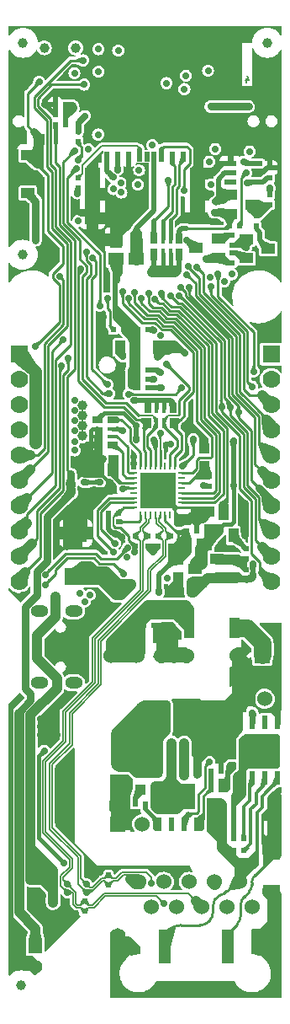
<source format=gbr>
%TF.GenerationSoftware,KiCad,Pcbnew,7.0.11-7.0.11~ubuntu22.04.1*%
%TF.CreationDate,2025-02-21T15:51:22+02:00*%
%TF.ProjectId,ESP32-PoE-ISO_Rev_M,45535033-322d-4506-9f45-2d49534f5f52,M*%
%TF.SameCoordinates,PX55f9470PYb36f0f0*%
%TF.FileFunction,Copper,L4,Bot*%
%TF.FilePolarity,Positive*%
%FSLAX46Y46*%
G04 Gerber Fmt 4.6, Leading zero omitted, Abs format (unit mm)*
G04 Created by KiCad (PCBNEW 7.0.11-7.0.11~ubuntu22.04.1) date 2025-02-21 15:51:22*
%MOMM*%
%LPD*%
G01*
G04 APERTURE LIST*
%ADD10C,0.158750*%
%TA.AperFunction,NonConductor*%
%ADD11C,0.158750*%
%TD*%
%TA.AperFunction,ComponentPad*%
%ADD12R,1.524000X1.524000*%
%TD*%
%TA.AperFunction,ComponentPad*%
%ADD13C,1.524000*%
%TD*%
%TA.AperFunction,ComponentPad*%
%ADD14O,1.800000X1.200000*%
%TD*%
%TA.AperFunction,ComponentPad*%
%ADD15O,1.600000X2.999999*%
%TD*%
%TA.AperFunction,ComponentPad*%
%ADD16C,1.300000*%
%TD*%
%TA.AperFunction,ComponentPad*%
%ADD17C,2.000000*%
%TD*%
%TA.AperFunction,ComponentPad*%
%ADD18R,1.400000X1.400000*%
%TD*%
%TA.AperFunction,ComponentPad*%
%ADD19C,1.400000*%
%TD*%
%TA.AperFunction,SMDPad,CuDef*%
%ADD20R,1.524000X1.270000*%
%TD*%
%TA.AperFunction,ComponentPad*%
%ADD21R,1.778000X1.778000*%
%TD*%
%TA.AperFunction,ComponentPad*%
%ADD22C,1.778000*%
%TD*%
%TA.AperFunction,FiducialPad,Global*%
%ADD23C,1.000000*%
%TD*%
%TA.AperFunction,SMDPad,CuDef*%
%ADD24R,0.500000X0.550000*%
%TD*%
%TA.AperFunction,SMDPad,CuDef*%
%ADD25R,0.550000X0.500000*%
%TD*%
%TA.AperFunction,SMDPad,CuDef*%
%ADD26R,0.635000X1.016000*%
%TD*%
%TA.AperFunction,SMDPad,CuDef*%
%ADD27R,0.381000X1.016000*%
%TD*%
%TA.AperFunction,SMDPad,CuDef*%
%ADD28R,1.016000X1.016000*%
%TD*%
%TA.AperFunction,SMDPad,CuDef*%
%ADD29R,1.778000X1.016000*%
%TD*%
%TA.AperFunction,SMDPad,CuDef*%
%ADD30R,1.016000X2.032000*%
%TD*%
%TA.AperFunction,SMDPad,CuDef*%
%ADD31R,0.800000X0.250000*%
%TD*%
%TA.AperFunction,SMDPad,CuDef*%
%ADD32R,0.250000X0.800000*%
%TD*%
%TA.AperFunction,ComponentPad*%
%ADD33C,0.700000*%
%TD*%
%TA.AperFunction,ComponentPad*%
%ADD34R,1.600000X1.600000*%
%TD*%
%TA.AperFunction,SMDPad,CuDef*%
%ADD35R,3.600000X3.600000*%
%TD*%
%TA.AperFunction,SMDPad,CuDef*%
%ADD36R,1.000000X1.400000*%
%TD*%
%TA.AperFunction,SMDPad,CuDef*%
%ADD37R,1.400000X1.000000*%
%TD*%
%TA.AperFunction,SMDPad,CuDef*%
%ADD38R,1.270000X1.524000*%
%TD*%
%TA.AperFunction,SMDPad,CuDef*%
%ADD39R,2.286000X1.778000*%
%TD*%
%TA.AperFunction,SMDPad,CuDef*%
%ADD40R,1.016000X0.635000*%
%TD*%
%TA.AperFunction,SMDPad,CuDef*%
%ADD41R,1.016000X0.381000*%
%TD*%
%TA.AperFunction,SMDPad,CuDef*%
%ADD42R,2.200000X3.400000*%
%TD*%
%TA.AperFunction,SMDPad,CuDef*%
%ADD43R,1.200000X3.400001*%
%TD*%
%TA.AperFunction,SMDPad,CuDef*%
%ADD44R,0.600000X1.400000*%
%TD*%
%TA.AperFunction,ComponentPad*%
%ADD45C,1.800000*%
%TD*%
%TA.AperFunction,SMDPad,CuDef*%
%ADD46R,3.500000X2.600000*%
%TD*%
%TA.AperFunction,SMDPad,CuDef*%
%ADD47R,1.200000X0.550000*%
%TD*%
%TA.AperFunction,SMDPad,CuDef*%
%ADD48R,0.500000X1.000000*%
%TD*%
%TA.AperFunction,SMDPad,CuDef*%
%ADD49R,1.500000X1.200000*%
%TD*%
%TA.AperFunction,SMDPad,CuDef*%
%ADD50R,1.500000X4.500000*%
%TD*%
%TA.AperFunction,ViaPad*%
%ADD51C,0.700000*%
%TD*%
%TA.AperFunction,ViaPad*%
%ADD52C,1.000000*%
%TD*%
%TA.AperFunction,Conductor*%
%ADD53C,1.016000*%
%TD*%
%TA.AperFunction,Conductor*%
%ADD54C,1.270000*%
%TD*%
%TA.AperFunction,Conductor*%
%ADD55C,0.254000*%
%TD*%
%TA.AperFunction,Conductor*%
%ADD56C,0.762000*%
%TD*%
%TA.AperFunction,Conductor*%
%ADD57C,0.508000*%
%TD*%
%TA.AperFunction,Conductor*%
%ADD58C,0.406400*%
%TD*%
%TA.AperFunction,Conductor*%
%ADD59C,0.355600*%
%TD*%
%TA.AperFunction,Conductor*%
%ADD60C,0.482600*%
%TD*%
%TA.AperFunction,Conductor*%
%ADD61C,0.152400*%
%TD*%
%TA.AperFunction,Conductor*%
%ADD62C,1.524000*%
%TD*%
%TA.AperFunction,Conductor*%
%ADD63C,0.635000*%
%TD*%
%TA.AperFunction,Conductor*%
%ADD64C,0.711200*%
%TD*%
%TA.AperFunction,Conductor*%
%ADD65C,0.609600*%
%TD*%
%TA.AperFunction,Conductor*%
%ADD66C,0.200000*%
%TD*%
%TA.AperFunction,Conductor*%
%ADD67C,0.127000*%
%TD*%
%TA.AperFunction,Conductor*%
%ADD68C,1.778000*%
%TD*%
G04 APERTURE END LIST*
D10*
D11*
X24156047Y92656826D02*
X24156047Y92233492D01*
X24307238Y92898730D02*
X24458428Y92445159D01*
X24458428Y92445159D02*
X24065333Y92445159D01*
D12*
%TO.P,DCDC1,1,Vin+*%
%TO.N,/5V_DCDC*%
X25801000Y34607000D03*
D13*
%TO.P,DCDC1,2,Vin-*%
%TO.N,Earth*%
X23261000Y34607000D03*
%TO.P,DCDC1,4,Vout-*%
%TO.N,GND*%
X18181000Y34607000D03*
%TO.P,DCDC1,5,Vout-*%
X15641000Y34607000D03*
%TO.P,DCDC1,6,Vout+*%
%TO.N,+5VP*%
X13101000Y34607000D03*
%TO.P,DCDC1,7,Vout+*%
X10561000Y34607000D03*
%TD*%
%TO.P,C27,1,+*%
%TO.N,Spare1*%
X13716000Y17716000D03*
D12*
%TO.P,C27,2,-*%
%TO.N,Earth*%
X11216000Y17716000D03*
%TD*%
D14*
%TO.P,USB-UART1,0*%
%TO.N,Net-(L3-Pad1)*%
X6796000Y31896000D03*
X6796000Y39096000D03*
X3326000Y31896000D03*
X3326000Y39096000D03*
%TD*%
D15*
%TO.P,LAN_CON1,0,Shield*%
%TO.N,/ETH_Shield*%
X11250000Y5757000D03*
X26850000Y5757000D03*
D13*
%TO.P,LAN_CON1,1,TD+*%
%TO.N,/TD+*%
X13335000Y11897000D03*
%TO.P,LAN_CON1,2,TD-*%
%TO.N,/TD-*%
X14605000Y9357000D03*
%TO.P,LAN_CON1,3,RD+*%
%TO.N,/RD+*%
X15875000Y11897000D03*
%TO.P,LAN_CON1,4,TCT*%
%TO.N,Net-(LAN_CON1-RCT)*%
X17145000Y9357000D03*
%TO.P,LAN_CON1,5,RCT*%
X18415000Y11897000D03*
%TO.P,LAN_CON1,6,RD-*%
%TO.N,/RD-*%
X19685000Y9357000D03*
%TO.P,LAN_CON1,7,GND/NC*%
%TO.N,/ETH_Shield*%
X20955000Y11897000D03*
%TO.P,LAN_CON1,8,NC/GND*%
X22225000Y9357000D03*
%TO.P,LAN_CON1,9,PW+*%
%TO.N,Spare1*%
X23495000Y11897000D03*
%TO.P,LAN_CON1,10,PW-*%
%TO.N,Spare2*%
X24765000Y9357000D03*
%TD*%
%TO.P,C26,1,+*%
%TO.N,/5V_DCDC*%
X26035000Y30289000D03*
D12*
%TO.P,C26,2,-*%
%TO.N,Earth*%
X23535000Y30289000D03*
%TD*%
D16*
%TO.P,U6,39,THERMAL_PAD*%
%TO.N,GND*%
X11190000Y91259000D03*
X11190000Y89459000D03*
X11190000Y87659000D03*
X12990000Y91259000D03*
D17*
X12990000Y89459000D03*
D16*
X12990000Y87659000D03*
X14790000Y91259000D03*
X14790000Y89459000D03*
X14790000Y87659000D03*
%TD*%
D18*
%TO.P,BAT1,1*%
%TO.N,Net-(U3-VBAT)*%
X2920680Y5409700D03*
D19*
%TO.P,BAT1,2*%
%TO.N,GND*%
X2923220Y3380240D03*
%TD*%
D20*
%TO.P,L5,1,1*%
%TO.N,+3.3V*%
X11069000Y74485000D03*
%TO.P,L5,2,2*%
%TO.N,Net-(MICRO_SD1-VDD)*%
X13101000Y74485000D03*
%TD*%
D21*
%TO.P,EXT2,1*%
%TO.N,/GPI39*%
X26690000Y64930000D03*
D22*
%TO.P,EXT2,2*%
%TO.N,/GPI36{slash}U1RXD*%
X26690000Y62390000D03*
%TO.P,EXT2,3*%
%TO.N,/GPI35*%
X26690000Y59850000D03*
%TO.P,EXT2,4*%
%TO.N,/GPI34{slash}BUT1*%
X26690000Y57310000D03*
%TO.P,EXT2,5*%
%TO.N,/GPIO33*%
X26690000Y54770000D03*
%TO.P,EXT2,6*%
%TO.N,/GPIO32*%
X26690000Y52230000D03*
%TO.P,EXT2,7*%
%TO.N,/GPIO16{slash}I2C-SCL*%
X26690000Y49690000D03*
%TO.P,EXT2,8*%
%TO.N,/GPIO15{slash}HS2_CMD*%
X26690000Y47150000D03*
%TO.P,EXT2,9*%
%TO.N,/GPIO14{slash}HS2_CLK*%
X26690000Y44610000D03*
%TO.P,EXT2,10*%
%TO.N,/GPIO13{slash}I2C-SDA*%
X26690000Y42070000D03*
%TD*%
D23*
%TO.P,FID6,Fid1,FID\u002A*%
%TO.N,unconnected-(FID6-FID\u002A-PadFid1)*%
X1500000Y1500000D03*
%TD*%
D24*
%TO.P,R37,1*%
%TO.N,+3.3V*%
X11831000Y67373000D03*
%TO.P,R37,2*%
%TO.N,/GPI36{slash}U1RXD*%
X10815000Y67373000D03*
%TD*%
D25*
%TO.P,R40,1*%
%TO.N,/GPIO14{slash}HS2_CLK*%
X7259000Y81642000D03*
%TO.P,R40,2*%
%TO.N,Net-(MICRO_SD1-CLK{slash}SCLK)*%
X7259000Y82658000D03*
%TD*%
D23*
%TO.P,FID5,Fid1,FID\u002A*%
%TO.N,unconnected-(FID5-FID\u002A-PadFid1)*%
X26300000Y96200000D03*
%TD*%
%TO.P,FID4,Fid1,FID\u002A*%
%TO.N,unconnected-(FID4-FID\u002A-PadFid1)*%
X1700000Y96200000D03*
%TD*%
D26*
%TO.P,RM3,1.1*%
%TO.N,Net-(MICRO_SD1-DAT1{slash}RES)*%
X14879000Y76517000D03*
%TO.P,RM3,1.2*%
%TO.N,+3.3V*%
X14879000Y74993000D03*
D27*
%TO.P,RM3,2.1*%
%TO.N,Net-(MICRO_SD1-CD{slash}DAT3{slash}CS)*%
X15768000Y76517000D03*
%TO.P,RM3,2.2*%
%TO.N,+3.3V*%
X15768000Y74993000D03*
%TO.P,RM3,3.1*%
%TO.N,Net-(MICRO_SD1-DAT2{slash}RES)*%
X16530000Y76517000D03*
%TO.P,RM3,3.2*%
%TO.N,+3.3V*%
X16530000Y74993000D03*
D26*
%TO.P,RM3,4.1*%
%TO.N,/GPIO2{slash}HS2_DATA0*%
X17419000Y76517000D03*
%TO.P,RM3,4.2*%
%TO.N,+3.3V*%
X17419000Y74993000D03*
%TD*%
D24*
%TO.P,R39,1*%
%TO.N,+3.3V*%
X13228000Y61531000D03*
%TO.P,R39,2*%
%TO.N,/GPIO15{slash}HS2_CMD*%
X14244000Y61531000D03*
%TD*%
D21*
%TO.P,EXT1,1*%
%TO.N,+5V*%
X1290000Y64930000D03*
D22*
%TO.P,EXT1,2*%
%TO.N,+3.3V*%
X1290000Y62390000D03*
%TO.P,EXT1,3*%
%TO.N,GND*%
X1290000Y59850000D03*
%TO.P,EXT1,4*%
%TO.N,/ESP_EN*%
X1290000Y57310000D03*
%TO.P,EXT1,5*%
%TO.N,/GPIO0*%
X1290000Y54770000D03*
%TO.P,EXT1,6*%
%TO.N,/GPIO1{slash}U0TXD*%
X1290000Y52230000D03*
%TO.P,EXT1,7*%
%TO.N,/GPIO2{slash}HS2_DATA0*%
X1290000Y49690000D03*
%TO.P,EXT1,8*%
%TO.N,/GPIO3{slash}U0RXD*%
X1290000Y47150000D03*
%TO.P,EXT1,9*%
%TO.N,/GPIO4{slash}U1TXD*%
X1290000Y44610000D03*
%TO.P,EXT1,10*%
%TO.N,/GPIO5{slash}SPI_CS*%
X1290000Y42070000D03*
%TD*%
D28*
%TO.P,C19,1*%
%TO.N,+5VP*%
X13482000Y36385000D03*
%TO.P,C19,2*%
%TO.N,GND*%
X15260000Y36385000D03*
%TD*%
D29*
%TO.P,C2,1*%
%TO.N,Earth*%
X26690000Y14668000D03*
%TO.P,C2,2*%
%TO.N,/ETH_Shield*%
X26690000Y11112000D03*
%TD*%
D30*
%TO.P,C20,1*%
%TO.N,+5VP*%
X18435000Y37401000D03*
%TO.P,C20,2*%
%TO.N,/5V_DCDC*%
X23007000Y37401000D03*
%TD*%
%TO.P,C23,1*%
%TO.N,GND*%
X6370000Y21653000D03*
%TO.P,C23,2*%
%TO.N,Earth*%
X10942000Y21653000D03*
%TD*%
D25*
%TO.P,R3,1*%
%TO.N,Net-(C10-Pad2)*%
X24150000Y44386000D03*
%TO.P,R3,2*%
%TO.N,Net-(T1-C)*%
X24150000Y45402000D03*
%TD*%
D28*
%TO.P,C10,1*%
%TO.N,+3.3V*%
X22880000Y42481000D03*
%TO.P,C10,2*%
%TO.N,Net-(C10-Pad2)*%
X22880000Y44259000D03*
%TD*%
D24*
%TO.P,C18,1*%
%TO.N,Net-(U4-VDDCR)*%
X10434000Y52950000D03*
%TO.P,C18,2*%
%TO.N,GND*%
X9418000Y52950000D03*
%TD*%
D28*
%TO.P,C21,1*%
%TO.N,GND*%
X19959000Y55435000D03*
%TO.P,C21,2*%
%TO.N,Net-(U4-NRST)*%
X19959000Y53657000D03*
%TD*%
%TO.P,C17,1*%
%TO.N,Net-(U4-VDDCR)*%
X10815000Y54250000D03*
%TO.P,C17,2*%
%TO.N,GND*%
X9037000Y54250000D03*
%TD*%
D20*
%TO.P,L1,1,1*%
%TO.N,+3.3VLAN*%
X19959000Y45783000D03*
%TO.P,L1,2,2*%
%TO.N,Net-(LAN_CON1-RCT)*%
X17927000Y45783000D03*
%TD*%
D31*
%TO.P,U4,1,VDD2A*%
%TO.N,Net-(LAN_CON1-RCT)*%
X12810000Y49494000D03*
%TO.P,U4,2,LED2/NINTSEL*%
%TO.N,Net-(U4-LED2{slash}NINTSEL)*%
X12810000Y49994000D03*
%TO.P,U4,3,LED1/REGOFF*%
%TO.N,Net-(ACT1-A)*%
X12810000Y50494000D03*
%TO.P,U4,4,XTAL2*%
%TO.N,unconnected-(U4-XTAL2-Pad4)*%
X12810000Y50994000D03*
%TO.P,U4,5,XTAL1/CLKIN*%
%TO.N,/GPIO17{slash}EMAC_CLK_OUT_180*%
X12810000Y51494000D03*
%TO.P,U4,6,VDDCR*%
%TO.N,Net-(U4-VDDCR)*%
X12810000Y51994000D03*
%TO.P,U4,7,RXCLK/PHYAD1*%
%TO.N,Net-(U4-RXCLK{slash}PHYAD1)*%
X12810000Y52494000D03*
%TO.P,U4,8,RXD3/PHYAD2*%
%TO.N,Net-(U4-RXD3{slash}PHYAD2)*%
X12810000Y52994000D03*
D32*
%TO.P,U4,9,RXD2/RMIISEL*%
%TO.N,Net-(U4-RXD2{slash}RMIISEL)*%
X13510000Y53694000D03*
%TO.P,U4,10,RXD1/MODE1*%
%TO.N,/GPIO26{slash}EMAC_RXD1(RMII)*%
X14010000Y53694000D03*
%TO.P,U4,11,RXD0/MODE0*%
%TO.N,/GPIO25{slash}EMAC_RXD0(RMII)*%
X14510000Y53694000D03*
%TO.P,U4,12,VDDIO*%
%TO.N,+3.3VLAN*%
X15010000Y53694000D03*
%TO.P,U4,13,RXER/RXD4/PHYAD0*%
%TO.N,Net-(U4-RXER{slash}RXD4{slash}PHYAD0)*%
X15510000Y53694000D03*
%TO.P,U4,14,CRS*%
%TO.N,unconnected-(U4-CRS-Pad14)*%
X16010000Y53694000D03*
%TO.P,U4,15,COL/CRS_DV/MODE2*%
%TO.N,/GPIO27{slash}EMAC_RX_CRS_DV*%
X16510000Y53694000D03*
%TO.P,U4,16,MDIO*%
%TO.N,/GPIO18{slash}MDIO(RMII)*%
X17010000Y53694000D03*
D31*
%TO.P,U4,17,MDC*%
%TO.N,/GPIO23{slash}MDC(RMII)*%
X17710000Y52994000D03*
%TO.P,U4,18,NINT/TXER/TXD4*%
%TO.N,unconnected-(U4-NINT{slash}TXER{slash}TXD4-Pad18)*%
X17710000Y52494000D03*
%TO.P,U4,19,NRST*%
%TO.N,Net-(U4-NRST)*%
X17710000Y51994000D03*
%TO.P,U4,20,TXCLK*%
%TO.N,unconnected-(U4-TXCLK-Pad20)*%
X17710000Y51494000D03*
%TO.P,U4,21,TXEN*%
%TO.N,/GPIO21{slash}EMAC_TX_EN(RMII)*%
X17710000Y50994000D03*
%TO.P,U4,22,TXD0*%
%TO.N,/GPIO19{slash}EMAC_TXD0(RMII)*%
X17710000Y50494000D03*
%TO.P,U4,23,TXD1*%
%TO.N,/GPIO22{slash}EMAC_TXD1(RMII)*%
X17710000Y49994000D03*
%TO.P,U4,24,TXD2*%
%TO.N,GND*%
X17710000Y49494000D03*
D32*
%TO.P,U4,25,TXD3*%
X17010000Y48794000D03*
%TO.P,U4,26,RXDV*%
%TO.N,unconnected-(U4-RXDV-Pad26)*%
X16510000Y48794000D03*
%TO.P,U4,27,VDD1A*%
%TO.N,Net-(LAN_CON1-RCT)*%
X16010000Y48794000D03*
%TO.P,U4,28,TXN*%
%TO.N,/TD-*%
X15510000Y48794000D03*
%TO.P,U4,29,TXP*%
%TO.N,/TD+*%
X15010000Y48794000D03*
%TO.P,U4,30,RXN*%
%TO.N,/RD-*%
X14510000Y48794000D03*
%TO.P,U4,31,RXP*%
%TO.N,/RD+*%
X14010000Y48794000D03*
%TO.P,U4,32,RBIAS*%
%TO.N,Net-(U4-RBIAS)*%
X13510000Y48794000D03*
D33*
%TO.P,U4,33,GND*%
%TO.N,GND*%
X14760000Y49944000D03*
X15760000Y49944000D03*
X13960000Y50744000D03*
X16560000Y50744000D03*
D34*
X15260000Y51244000D03*
D35*
X15260000Y51244000D03*
D33*
X13960000Y51744000D03*
X16560000Y51744000D03*
X14760000Y52544000D03*
X15760000Y52544000D03*
%TD*%
D36*
%TO.P,T1,1,B*%
%TO.N,/GPIO12{slash}PHY_PWR*%
X21930040Y48922440D03*
%TO.P,T1,2,E*%
%TO.N,GND*%
X23832500Y48922440D03*
%TO.P,T1,3,C*%
%TO.N,Net-(T1-C)*%
X22877460Y46712640D03*
%TD*%
D25*
%TO.P,R12,1*%
%TO.N,Net-(LAN_CON1-RCT)*%
X16530000Y45656000D03*
%TO.P,R12,2*%
%TO.N,/TD-*%
X16530000Y46672000D03*
%TD*%
%TO.P,R2,1*%
%TO.N,+3.3V*%
X24150000Y42227000D03*
%TO.P,R2,2*%
%TO.N,Net-(C10-Pad2)*%
X24150000Y43243000D03*
%TD*%
D24*
%TO.P,R16,1*%
%TO.N,/GPI35*%
X5989000Y89979000D03*
%TO.P,R16,2*%
%TO.N,GND*%
X4973000Y89979000D03*
%TD*%
%TO.P,R7,1*%
%TO.N,Net-(U3-VBAT)*%
X4973000Y87947000D03*
%TO.P,R7,2*%
%TO.N,/GPI35*%
X5989000Y87947000D03*
%TD*%
D28*
%TO.P,C9,1*%
%TO.N,+3.3VLAN*%
X20467000Y47307000D03*
%TO.P,C9,2*%
%TO.N,GND*%
X20467000Y49085000D03*
%TD*%
D37*
%TO.P,FET3,1*%
%TO.N,Net-(C10-Pad2)*%
X21193440Y44319960D03*
%TO.P,FET3,2*%
%TO.N,+3.3V*%
X21193440Y42417500D03*
%TO.P,FET3,3*%
%TO.N,+3.3VLAN*%
X18983640Y43372540D03*
%TD*%
D25*
%TO.P,R25,1*%
%TO.N,Net-(U4-NRST)*%
X20467000Y52641000D03*
%TO.P,R25,2*%
%TO.N,+3.3VLAN*%
X20467000Y51625000D03*
%TD*%
D24*
%TO.P,C16,1*%
%TO.N,Net-(LAN_CON1-RCT)*%
X11323000Y48958000D03*
%TO.P,C16,2*%
%TO.N,GND*%
X10307000Y48958000D03*
%TD*%
%TO.P,R26,1*%
%TO.N,Net-(U4-RBIAS)*%
X11323000Y48069000D03*
%TO.P,R26,2*%
%TO.N,GND*%
X10307000Y48069000D03*
%TD*%
%TO.P,R1,1*%
%TO.N,+5VP*%
X13863000Y37655000D03*
%TO.P,R1,2*%
%TO.N,GND*%
X14879000Y37655000D03*
%TD*%
D25*
%TO.P,R20,1*%
%TO.N,Net-(Q3-E)*%
X22753000Y75882000D03*
%TO.P,R20,2*%
%TO.N,Net-(Q2-B)*%
X22753000Y76898000D03*
%TD*%
%TO.P,R21,1*%
%TO.N,Net-(Q2-E)*%
X22753000Y74104000D03*
%TO.P,R21,2*%
%TO.N,Net-(Q3-B)*%
X22753000Y75120000D03*
%TD*%
D37*
%TO.P,Q3,1,B*%
%TO.N,Net-(Q3-B)*%
X24185560Y74551040D03*
%TO.P,Q3,2,E*%
%TO.N,Net-(Q3-E)*%
X24185560Y76453500D03*
%TO.P,Q3,3,C*%
%TO.N,Net-(Q3-C)*%
X26395360Y75498460D03*
%TD*%
%TO.P,Q2,1,B*%
%TO.N,Net-(Q2-B)*%
X21356000Y76517000D03*
%TO.P,Q2,2,E*%
%TO.N,Net-(Q2-E)*%
X21356000Y74614540D03*
%TO.P,Q2,3,C*%
%TO.N,Net-(D9-K)*%
X19146200Y75569580D03*
%TD*%
%TO.P,D2,1,A1*%
%TO.N,/GPIO2{slash}HS2_DATA0*%
X22542000Y78996000D03*
%TO.P,D2,2,A2*%
%TO.N,/GPIO0*%
X22542000Y80896000D03*
%TO.P,D2,3,CC*%
%TO.N,/D_Com*%
X24742000Y79946000D03*
%TD*%
D24*
%TO.P,R31,1*%
%TO.N,+3.3V*%
X13228000Y62420000D03*
%TO.P,R31,2*%
%TO.N,/GPIO16{slash}I2C-SCL*%
X14244000Y62420000D03*
%TD*%
D25*
%TO.P,R49,1*%
%TO.N,/GPI34{slash}BUT1*%
X26563000Y80962000D03*
%TO.P,R49,2*%
%TO.N,/D_Com*%
X26563000Y79946000D03*
%TD*%
D24*
%TO.P,R35,1*%
%TO.N,+3.3V*%
X13228000Y67373000D03*
%TO.P,R35,2*%
%TO.N,/GPIO13{slash}I2C-SDA*%
X14244000Y67373000D03*
%TD*%
%TO.P,R36,1*%
%TO.N,+3.3V*%
X13228000Y63309000D03*
%TO.P,R36,2*%
%TO.N,/GPIO5{slash}SPI_CS*%
X14244000Y63309000D03*
%TD*%
D28*
%TO.P,C13,1*%
%TO.N,Net-(LAN_CON1-RCT)*%
X17292000Y44259000D03*
%TO.P,C13,2*%
%TO.N,GND*%
X17292000Y42481000D03*
%TD*%
D24*
%TO.P,R46,1*%
%TO.N,/GPIO2{slash}HS2_DATA0*%
X22499000Y77787000D03*
%TO.P,R46,2*%
%TO.N,Net-(MICRO_SD1-DAT0{slash}DO)*%
X23515000Y77787000D03*
%TD*%
D36*
%TO.P,D4,1,K*%
%TO.N,Net-(D4-K)*%
X11455000Y65595000D03*
%TO.P,D4,2,A*%
%TO.N,/GPI36{slash}U1RXD*%
X15255000Y65595000D03*
%TD*%
D25*
%TO.P,R11,1*%
%TO.N,Net-(LAN_CON1-RCT)*%
X12974000Y45656000D03*
%TO.P,R11,2*%
%TO.N,/RD+*%
X12974000Y46672000D03*
%TD*%
%TO.P,R10,1*%
%TO.N,Net-(LAN_CON1-RCT)*%
X14244000Y45656000D03*
%TO.P,R10,2*%
%TO.N,/RD-*%
X14244000Y46672000D03*
%TD*%
D37*
%TO.P,D9,1,K*%
%TO.N,Net-(D9-K)*%
X2179000Y81094000D03*
%TO.P,D9,2,A*%
%TO.N,/ESP_EN*%
X2179000Y84894000D03*
%TD*%
D25*
%TO.P,TVS2,1,IO1*%
%TO.N,/TD-*%
X10307000Y12636000D03*
%TO.P,TVS2,2,IO2*%
%TO.N,/TD+*%
X10307000Y11620000D03*
%TD*%
%TO.P,TVS3,1,IO1*%
%TO.N,/RD-*%
X7894000Y9969000D03*
%TO.P,TVS3,2,IO2*%
%TO.N,/RD+*%
X7894000Y8953000D03*
%TD*%
D38*
%TO.P,C3,1*%
%TO.N,Net-(MICRO_SD1-VDD)*%
X13101000Y76390000D03*
%TO.P,C3,2*%
%TO.N,GND*%
X11069000Y76390000D03*
%TD*%
D26*
%TO.P,RM2,1.1*%
%TO.N,+3.3VLAN*%
X14244000Y59499000D03*
%TO.P,RM2,1.2*%
%TO.N,/GPIO26{slash}EMAC_RXD1(RMII)*%
X14244000Y57975000D03*
D27*
%TO.P,RM2,2.1*%
%TO.N,+3.3VLAN*%
X15133000Y59499000D03*
%TO.P,RM2,2.2*%
%TO.N,/GPIO25{slash}EMAC_RXD0(RMII)*%
X15133000Y57975000D03*
%TO.P,RM2,3.1*%
%TO.N,+3.3VLAN*%
X15895000Y59499000D03*
%TO.P,RM2,3.2*%
%TO.N,/GPIO27{slash}EMAC_RX_CRS_DV*%
X15895000Y57975000D03*
D26*
%TO.P,RM2,4.1*%
%TO.N,+3.3VLAN*%
X16784000Y59499000D03*
%TO.P,RM2,4.2*%
%TO.N,/GPIO18{slash}MDIO(RMII)*%
X16784000Y57975000D03*
%TD*%
D25*
%TO.P,R13,1*%
%TO.N,Net-(LAN_CON1-RCT)*%
X15260000Y45656000D03*
%TO.P,R13,2*%
%TO.N,/TD+*%
X15260000Y46672000D03*
%TD*%
D24*
%TO.P,C15,1*%
%TO.N,Net-(LAN_CON1-RCT)*%
X18181000Y47180000D03*
%TO.P,C15,2*%
%TO.N,GND*%
X19197000Y47180000D03*
%TD*%
D39*
%TO.P,D8,1,K*%
%TO.N,+5VP*%
X7005000Y42590000D03*
%TO.P,D8,2,A*%
%TO.N,GND*%
X7005000Y46944000D03*
%TD*%
D24*
%TO.P,C25,1*%
%TO.N,/5V_DCDC*%
X21610000Y21145000D03*
%TO.P,C25,2*%
%TO.N,Net-(U5-FB)*%
X20594000Y21145000D03*
%TD*%
%TO.P,R22,1*%
%TO.N,Spare1*%
X22942000Y15050000D03*
%TO.P,R22,2*%
%TO.N,Net-(U2-DEN)*%
X23958000Y15050000D03*
%TD*%
%TO.P,R23,1*%
%TO.N,Net-(U2-CLS)*%
X23958000Y16250000D03*
%TO.P,R23,2*%
%TO.N,Spare2*%
X22942000Y16250000D03*
%TD*%
%TO.P,C28,1*%
%TO.N,/GPI35*%
X5989000Y88963000D03*
%TO.P,C28,2*%
%TO.N,GND*%
X4973000Y88963000D03*
%TD*%
%TO.P,C14,1*%
%TO.N,+3.3VLAN*%
X15006000Y55816000D03*
%TO.P,C14,2*%
%TO.N,GND*%
X16022000Y55816000D03*
%TD*%
D40*
%TO.P,RM1,1.1*%
%TO.N,GND*%
X9164000Y55780000D03*
%TO.P,RM1,1.2*%
%TO.N,Net-(U4-RXCLK{slash}PHYAD1)*%
X10688000Y55780000D03*
D41*
%TO.P,RM1,2.1*%
%TO.N,GND*%
X9164000Y56669000D03*
%TO.P,RM1,2.2*%
%TO.N,Net-(U4-RXD3{slash}PHYAD2)*%
X10688000Y56669000D03*
%TO.P,RM1,3.1*%
%TO.N,GND*%
X9164000Y57431000D03*
%TO.P,RM1,3.2*%
%TO.N,Net-(U4-RXER{slash}RXD4{slash}PHYAD0)*%
X10688000Y57431000D03*
D40*
%TO.P,RM1,4.1*%
%TO.N,+3.3VLAN*%
X9164000Y58320000D03*
%TO.P,RM1,4.2*%
%TO.N,Net-(U4-RXD2{slash}RMIISEL)*%
X10688000Y58320000D03*
%TD*%
D28*
%TO.P,C12,1*%
%TO.N,Net-(D5-K)*%
X13482000Y22923000D03*
%TO.P,C12,2*%
%TO.N,Net-(C12-Pad2)*%
X13482000Y21145000D03*
%TD*%
D24*
%TO.P,R33,1*%
%TO.N,Net-(U5-BS)*%
X13990000Y19748000D03*
%TO.P,R33,2*%
%TO.N,Net-(C12-Pad2)*%
X12974000Y19748000D03*
%TD*%
D42*
%TO.P,D5,1,K*%
%TO.N,Net-(D5-K)*%
X14273000Y28130000D03*
%TO.P,D5,2,A*%
%TO.N,Earth*%
X21073000Y28130000D03*
%TD*%
D43*
%TO.P,R41,1*%
%TO.N,Spare1*%
X20775000Y18605000D03*
%TO.P,R41,2*%
%TO.N,Earth*%
X27075000Y18605000D03*
%TD*%
D44*
%TO.P,U5,1,SW*%
%TO.N,Net-(D5-K)*%
X15387000Y23304000D03*
%TO.P,U5,2,ILIM*%
%TO.N,/ILIM*%
X16657000Y23304000D03*
%TO.P,U5,3,Vin*%
%TO.N,Spare1*%
X17927000Y23304000D03*
%TO.P,U5,4,GND*%
%TO.N,Earth*%
X19197000Y23304000D03*
%TO.P,U5,5,FB*%
%TO.N,Net-(U5-FB)*%
X19197000Y17704000D03*
%TO.P,U5,6,EN*%
%TO.N,Net-(U2-CDB)*%
X17927000Y17704000D03*
%TO.P,U5,7,POK*%
%TO.N,unconnected-(U5-POK-Pad7)*%
X16657000Y17704000D03*
%TO.P,U5,8,BS*%
%TO.N,Net-(U5-BS)*%
X15387000Y17704000D03*
D45*
%TO.P,U5,9,ILIM*%
%TO.N,/ILIM*%
X17292000Y20504000D03*
D46*
X17292000Y20504000D03*
%TD*%
D24*
%TO.P,R34,1*%
%TO.N,Net-(U5-FB)*%
X20594000Y23050000D03*
%TO.P,R34,2*%
%TO.N,Earth*%
X21610000Y23050000D03*
%TD*%
D25*
%TO.P,C29,1*%
%TO.N,GND*%
X26563000Y83629000D03*
%TO.P,C29,2*%
%TO.N,+3.3VLAN*%
X26563000Y82613000D03*
%TD*%
D47*
%TO.P,U8,1,NC*%
%TO.N,unconnected-(U8-NC-Pad1)*%
X22601000Y82170999D03*
%TO.P,U8,2,A*%
%TO.N,/GPIO0*%
X22601000Y83120999D03*
%TO.P,U8,3,GND*%
%TO.N,GND*%
X22601000Y84070999D03*
%TO.P,U8,4,Y*%
%TO.N,/GPIO17{slash}EMAC_CLK_OUT_180*%
X25201000Y84070999D03*
%TO.P,U8,5,VCC*%
%TO.N,+3.3VLAN*%
X25201000Y82170999D03*
%TD*%
D25*
%TO.P,R42,1*%
%TO.N,/GPIO33*%
X7259000Y87312000D03*
%TO.P,R42,2*%
%TO.N,/GPIO16{slash}I2C-SCL*%
X7259000Y86296000D03*
%TD*%
D28*
%TO.P,C31,1*%
%TO.N,/ESP_EN*%
X3322000Y86550000D03*
%TO.P,C31,2*%
%TO.N,GND*%
X1544000Y86550000D03*
%TD*%
D25*
%TO.P,R24,1*%
%TO.N,Net-(Q3-C)*%
X25166000Y77787000D03*
%TO.P,R24,2*%
%TO.N,/D_Com*%
X25166000Y78803000D03*
%TD*%
D48*
%TO.P,MICRO_SD1,1,DAT2/RES*%
%TO.N,Net-(MICRO_SD1-DAT2{slash}RES)*%
X17840000Y84770000D03*
%TO.P,MICRO_SD1,2,CD/DAT3/CS*%
%TO.N,Net-(MICRO_SD1-CD{slash}DAT3{slash}CS)*%
X16740000Y84770000D03*
%TO.P,MICRO_SD1,3,CMD/DI*%
%TO.N,/GPIO15{slash}HS2_CMD*%
X15640000Y84770000D03*
%TO.P,MICRO_SD1,4,VDD*%
%TO.N,Net-(MICRO_SD1-VDD)*%
X14890000Y84770000D03*
%TO.P,MICRO_SD1,5,CLK/SCLK*%
%TO.N,Net-(MICRO_SD1-CLK{slash}SCLK)*%
X13440000Y84770000D03*
%TO.P,MICRO_SD1,6,GND*%
%TO.N,GND*%
X12340000Y84770000D03*
%TO.P,MICRO_SD1,7,DAT0/DO*%
%TO.N,Net-(MICRO_SD1-DAT0{slash}DO)*%
X11240000Y84770000D03*
%TO.P,MICRO_SD1,8,DAT1/RES*%
%TO.N,Net-(MICRO_SD1-DAT1{slash}RES)*%
X10140000Y84770000D03*
%TO.P,MICRO_SD1,CD1,Card_Detect*%
%TO.N,unconnected-(MICRO_SD1-Card_Detect-PadCD1)*%
X14190000Y84770000D03*
D49*
%TO.P,MICRO_SD1,CH1,Card_Housing*%
%TO.N,GND*%
X8690000Y83020000D03*
D50*
X8690000Y80970000D03*
D49*
X8690000Y78570000D03*
X19290000Y83020000D03*
D50*
X19290000Y80970000D03*
D49*
X19290000Y78570000D03*
%TD*%
D24*
%TO.P,R38,1*%
%TO.N,/5V_DCDC*%
X21610000Y22034000D03*
%TO.P,R38,2*%
%TO.N,Net-(U5-FB)*%
X20594000Y22034000D03*
%TD*%
D44*
%TO.P,U2,1,VDD*%
%TO.N,Spare1*%
X27355000Y22350000D03*
%TO.P,U2,2,DEN*%
%TO.N,Net-(U2-DEN)*%
X26085000Y22350000D03*
%TO.P,U2,3,CLS*%
%TO.N,Net-(U2-CLS)*%
X24815000Y22350000D03*
%TO.P,U2,4,VSS*%
%TO.N,Spare2*%
X23545000Y22350000D03*
%TO.P,U2,5,RTN*%
%TO.N,Earth*%
X23545000Y27950000D03*
%TO.P,U2,6,CDB*%
%TO.N,Net-(U2-CDB)*%
X24815000Y27950000D03*
%TO.P,U2,7,T2P*%
%TO.N,unconnected-(U2-T2P-Pad7)*%
X26085000Y27950000D03*
%TO.P,U2,8,APD*%
%TO.N,Earth*%
X27355000Y27950000D03*
D45*
%TO.P,U2,9,EPAD*%
%TO.N,Spare2*%
X25450000Y25150000D03*
D46*
X25450000Y25150000D03*
%TD*%
D43*
%TO.P,R27,1*%
%TO.N,Spare1*%
X16000000Y5450000D03*
%TO.P,R27,2*%
%TO.N,Earth*%
X22300000Y5450000D03*
%TD*%
D23*
%TO.P,FID8,Fid1,FID\u002A*%
%TO.N,unconnected-(FID8-FID\u002A-PadFid1)*%
X1650000Y74900000D03*
%TD*%
D51*
%TO.N,+5V*%
X2433000Y12890000D03*
X2433000Y12128000D03*
X4653014Y11935014D03*
X2433000Y17843000D03*
X4719000Y9842000D03*
D52*
X4973000Y40576000D03*
X2941000Y56070000D03*
D51*
%TO.N,GND*%
X15514000Y37401000D03*
D52*
X16403000Y36258000D03*
X16403000Y37401000D03*
X5354000Y23177000D03*
X5354000Y22161000D03*
X5354000Y21145000D03*
X5354000Y20129000D03*
X6370000Y20129000D03*
D51*
X7259000Y33337000D03*
X8021000Y33337000D03*
X8021000Y34099000D03*
D52*
X6370000Y16954000D03*
X6370000Y19113000D03*
X6370000Y18097000D03*
X5354000Y19113000D03*
X5354000Y18097000D03*
X6370000Y24193000D03*
D51*
X3449000Y28257000D03*
X3449000Y27495000D03*
X19959000Y56324000D03*
X11630325Y46526490D03*
X3449000Y26669500D03*
X5100000Y26669500D03*
X8910000Y50050000D03*
X17419000Y40957000D03*
X1671000Y40703000D03*
X6624000Y8699000D03*
X16614997Y40957000D03*
X17927000Y48364257D03*
D52*
X17800000Y96969000D03*
X15260000Y96969000D03*
X12720000Y96969000D03*
X10180000Y96969000D03*
X7640000Y96969000D03*
D51*
X27198000Y91630000D03*
X27198000Y89250000D03*
X27198000Y86169000D03*
X27198000Y84645000D03*
X26563000Y66611000D03*
X27198000Y67500000D03*
X782000Y77025000D03*
X782000Y79565000D03*
X782000Y82105000D03*
X782000Y84645000D03*
X782000Y87350000D03*
X782000Y78295000D03*
X782000Y80835000D03*
X782000Y83375000D03*
X782000Y85915000D03*
X27198000Y92900000D03*
X27198000Y90360000D03*
X27198000Y87400000D03*
X18816000Y48364257D03*
D52*
X6370000Y23177000D03*
D51*
X5734997Y7428997D03*
X6050000Y45649990D03*
X9799000Y68643000D03*
X7350000Y54250000D03*
X12850000Y54646000D03*
X1036000Y4000000D03*
X8850000Y51321000D03*
X10750000Y51350000D03*
X7513000Y79184000D03*
D52*
X16911000Y34607000D03*
D51*
X6497000Y33337000D03*
X22849994Y45350000D03*
X27198000Y93916000D03*
D52*
X20340000Y96969000D03*
D51*
X1925000Y91757000D03*
X10950000Y46893490D03*
X3703000Y9588000D03*
X19705000Y48364257D03*
X1417000Y30352504D03*
X5734997Y8400000D03*
D52*
X12348537Y83245355D03*
X3703000Y96964000D03*
D51*
X2814000Y9588000D03*
X8150000Y54250000D03*
X24023000Y49974000D03*
X1544000Y87350000D03*
X4274500Y26669500D03*
X9799000Y65752990D03*
X25293000Y83121000D03*
X3703000Y10477000D03*
X9750000Y54450000D03*
X10350000Y52050000D03*
X12850000Y53900000D03*
X16550000Y55850000D03*
X19324000Y84264000D03*
D52*
X24277000Y96964000D03*
D51*
X20600000Y81050000D03*
X24023000Y46750000D03*
X3873642Y90022636D03*
%TO.N,Net-(ACT1-A)*%
X10815006Y45021000D03*
D52*
%TO.N,Net-(U3-VBAT)*%
X6497000Y52006000D03*
X6497000Y50990000D03*
D51*
%TO.N,/GPI34{slash}BUT1*%
X18323816Y73723442D03*
X24404000Y89788500D03*
X26563000Y81597000D03*
X20600000Y89800308D03*
X18100000Y92900000D03*
%TO.N,/ESP_EN*%
X3068000Y85534000D03*
X2941000Y65722000D03*
X3322000Y92265000D03*
%TO.N,Net-(D3-K)*%
X9450008Y52050000D03*
X7850000Y52050000D03*
D52*
%TO.N,+3.3V*%
X18689000Y41973000D03*
X18689000Y40957000D03*
X7640000Y58737000D03*
X7640000Y57721000D03*
X7640000Y56705000D03*
D51*
X6878000Y58229000D03*
X6878000Y57213000D03*
X12593000Y61785000D03*
D52*
X7640000Y59753000D03*
D51*
X6878000Y59245000D03*
X6878000Y56150000D03*
X24850000Y42550000D03*
X19850000Y41825000D03*
X12593000Y62547000D03*
D52*
X11201221Y73145871D03*
X7005000Y95694000D03*
D51*
X6878000Y55250000D03*
D52*
X3830000Y95694000D03*
D51*
X6878000Y60250000D03*
X24531000Y85280000D03*
D52*
X14678205Y73145973D03*
D51*
X24850006Y43850000D03*
%TO.N,Net-(LAN_CON1-RCT)*%
X14752000Y45021000D03*
X5829490Y13779000D03*
X3830000Y25082006D03*
X15400000Y40949996D03*
X12941479Y45021000D03*
X16784000Y45021000D03*
D52*
%TO.N,Net-(D5-K)*%
X14371000Y25971000D03*
X14371000Y24828000D03*
X15895000Y29273000D03*
X15895000Y28130000D03*
X15895000Y26987000D03*
X11323000Y26733000D03*
X12593000Y26733000D03*
X12593000Y28130000D03*
D51*
%TO.N,/GPIO2{slash}HS2_DATA0*%
X7259004Y78295000D03*
X5735000Y66357000D03*
X15514000Y66772038D03*
X20950014Y79184000D03*
%TO.N,/GPI36{slash}U1RXD*%
X6872988Y93159000D03*
X10180000Y70548000D03*
X18000000Y65025000D03*
X15182150Y64675032D03*
%TO.N,Net-(D4-K)*%
X11742461Y64666362D03*
%TO.N,/GPIO3{slash}U0RXD*%
X7866923Y91992412D03*
X3957000Y41719000D03*
X11849993Y42830993D03*
%TO.N,/GPIO1{slash}U0TXD*%
X12210479Y45421863D03*
X3957000Y42735000D03*
X7743852Y94438184D03*
%TO.N,Net-(D9-K)*%
X18213502Y76393137D03*
X2971979Y76390000D03*
%TO.N,/+5V_USB*%
X12200000Y44500000D03*
X16225000Y42425000D03*
X7894000Y40068000D03*
X7386000Y40870640D03*
X8402000Y40703000D03*
%TO.N,/GPIO4{slash}U1TXD*%
X12330368Y60906787D03*
X20600000Y81949994D03*
X24912000Y63182000D03*
X5584918Y63779687D03*
X21333610Y72950000D03*
X17673000Y61531000D03*
%TO.N,/GPIO5{slash}SPI_CS*%
X15514000Y63055000D03*
X21050000Y85534000D03*
X21991000Y72250000D03*
X6211993Y64483001D03*
%TO.N,/GPIO13{slash}I2C-SDA*%
X15641000Y71056004D03*
X11600000Y81150004D03*
X14851995Y67345995D03*
%TO.N,/GPIO14{slash}HS2_CLK*%
X21737000Y59626010D03*
X11575674Y82089803D03*
X16530000Y70802000D03*
X7180276Y81063000D03*
%TO.N,/GPIO16{slash}I2C-SCL*%
X14879000Y62420000D03*
X7216628Y84434014D03*
X23388000Y59118000D03*
X17575201Y71627235D03*
X13385990Y83375000D03*
%TO.N,/GPIO15{slash}HS2_CMD*%
X17419000Y70802000D03*
X15641000Y61531000D03*
X17927000Y81343000D03*
X13261099Y81961837D03*
X22597155Y59597155D03*
D52*
%TO.N,Earth*%
X27134500Y16573000D03*
X11958000Y21145000D03*
D51*
X22880000Y29019000D03*
D52*
X18689000Y29654000D03*
X18689000Y27368000D03*
X18689000Y28511000D03*
D51*
X19705000Y28892000D03*
X19705000Y28130000D03*
X19705000Y27368000D03*
D52*
X17546000Y28511000D03*
X17546000Y27368000D03*
X17546000Y29654000D03*
D51*
X10942000Y19621000D03*
X10942000Y18859000D03*
D52*
X11958000Y20129000D03*
X11958000Y19113000D03*
D51*
X27198000Y37401000D03*
X27198000Y36639000D03*
X27250000Y28900000D03*
X19705000Y29654000D03*
X27250000Y29650000D03*
X27134500Y20550000D03*
D52*
X11958000Y22161000D03*
D51*
X22880000Y28257000D03*
X10942000Y20383000D03*
D52*
X27134500Y15557000D03*
%TO.N,+5VP*%
X8402000Y42481000D03*
X8402000Y43624000D03*
X12593000Y41846000D03*
X11577000Y37020000D03*
X12339000Y37782000D03*
X11577000Y40703000D03*
X11577000Y41846000D03*
%TO.N,Spare1*%
X17927000Y25844000D03*
X21737000Y16827000D03*
X21737000Y19621000D03*
D51*
X22753000Y14450000D03*
D52*
X17927000Y24701000D03*
D51*
X17927000Y22415000D03*
%TO.N,Spare2*%
X25150000Y23650000D03*
X26050000Y23650000D03*
X23197500Y20150000D03*
X23197500Y21278501D03*
X23768999Y20707001D03*
%TO.N,/GPIO33*%
X7900000Y88850000D03*
X14729966Y85914994D03*
X18190480Y72907249D03*
%TO.N,/GPIO32*%
X16150000Y92150000D03*
X18465968Y71590669D03*
%TO.N,/GPI39*%
X20338013Y93406017D03*
X22753000Y72950000D03*
%TO.N,Net-(MICRO_SD1-DAT1{slash}RES)*%
X16350000Y82350000D03*
X10768728Y82710522D03*
%TO.N,Net-(MICRO_SD1-DAT0{slash}DO)*%
X24150000Y83121000D03*
X11201642Y83415174D03*
%TO.N,Net-(Q2-E)*%
X20102304Y74470097D03*
X8674640Y74618823D03*
X10180005Y61850000D03*
%TO.N,Net-(Q3-E)*%
X8070630Y75204430D03*
X24150000Y75628000D03*
X10400000Y60950002D03*
%TO.N,Net-(U4-LED2{slash}NINTSEL)*%
X10942000Y45910000D03*
%TO.N,+3.3VLAN*%
X13100997Y57721003D03*
X22880000Y56197000D03*
X19831990Y51752000D03*
X24246010Y82105000D03*
X22880000Y51752000D03*
X13101000Y56324000D03*
X14879000Y56324000D03*
X12847000Y60261000D03*
%TO.N,/GPIO0*%
X5379400Y72737990D03*
X20550354Y72605363D03*
X21024995Y80224995D03*
%TO.N,/GPI35*%
X6820522Y89627157D03*
X17950000Y91550000D03*
X19228372Y73617481D03*
%TO.N,Net-(U2-CDB)*%
X24814996Y28900000D03*
X20467000Y23939000D03*
%TO.N,Net-(U4-RXER{slash}RXD4{slash}PHYAD0)*%
X15514000Y56959000D03*
X11704000Y57213000D03*
%TO.N,/GPIO27{slash}EMAC_RX_CRS_DV*%
X7050000Y83550000D03*
X9418000Y69786000D03*
X16150012Y63913010D03*
%TO.N,/GPIO25{slash}EMAC_RXD0(RMII)*%
X6900004Y85350000D03*
%TO.N,/GPIO18{slash}MDIO(RMII)*%
X8295901Y85494253D03*
X11704000Y71183000D03*
%TO.N,/GPIO26{slash}EMAC_RXD1(RMII)*%
X7513000Y73469000D03*
%TO.N,/GPIO12{slash}PHY_PWR*%
X10803289Y81502510D03*
X14982644Y70428484D03*
%TO.N,/TD+*%
X8084500Y10856487D03*
%TO.N,/TD-*%
X14625000Y11747040D03*
X8084500Y11683500D03*
%TO.N,/RD+*%
X6179499Y10855290D03*
X15894996Y9715000D03*
%TO.N,/RD-*%
X6180699Y11682301D03*
D52*
%TO.N,/ETH_Shield*%
X18435000Y900000D03*
X20750000Y900000D03*
X27237990Y762010D03*
X27237990Y2150000D03*
X19705000Y1450000D03*
X21850000Y1450000D03*
X25250000Y5270000D03*
X12720000Y5270000D03*
X10942000Y825000D03*
X10942000Y3250000D03*
X25250000Y6667000D03*
X27237990Y3400000D03*
X17165000Y1450000D03*
X15895000Y900000D03*
X10942000Y1950000D03*
X22850000Y900000D03*
D51*
%TO.N,/GPIO22{slash}EMAC_TXD1(RMII)*%
X14371000Y71056000D03*
X11292065Y95409065D03*
%TO.N,/GPIO19{slash}EMAC_TXD0(RMII)*%
X13609000Y70548000D03*
X9256291Y86985895D03*
%TO.N,/GPIO21{slash}EMAC_TX_EN(RMII)*%
X9300000Y93300000D03*
X12945155Y71154155D03*
%TO.N,/GPIO23{slash}MDC(RMII)*%
X12339000Y70548000D03*
X9300000Y95550000D03*
%TO.N,/GPIO17{slash}EMAC_CLK_OUT_180*%
X20594000Y71691000D03*
X20467000Y84264000D03*
X18850003Y56350003D03*
X17750000Y53650000D03*
X23896000Y84264000D03*
X11704000Y51371000D03*
X24785000Y61658000D03*
%TO.N,/5V_DCDC*%
X22753000Y23431000D03*
D52*
%TO.N,/ILIM*%
X15006000Y20510000D03*
X15006000Y19494000D03*
X15006000Y21526000D03*
X16657000Y24701000D03*
X16657000Y25844000D03*
%TD*%
D53*
%TO.N,+5V*%
X2433000Y17843000D02*
X2433000Y17081000D01*
X4719000Y11869028D02*
X4653014Y11935014D01*
X2433000Y15811000D02*
X2433000Y14541000D01*
X5100000Y32321000D02*
X3068000Y34353000D01*
X2433000Y14541000D02*
X2433000Y12128000D01*
X4719000Y13064000D02*
X4653014Y13129986D01*
X4653014Y11935014D02*
X4653014Y13129986D01*
X4653014Y13129986D02*
X2433000Y15350000D01*
X2433000Y15811000D02*
X2433000Y15350000D01*
X3068000Y36639000D02*
X4973000Y38544000D01*
X3703000Y12128000D02*
X4460028Y12128000D01*
X4719000Y9842000D02*
X4719000Y10250000D01*
X4719000Y10250000D02*
X4719000Y13064000D01*
X5100000Y31328800D02*
X5100000Y32321000D01*
X2433000Y28661800D02*
X5100000Y31328800D01*
X2433000Y17081000D02*
X2433000Y15811000D01*
X4973000Y38544000D02*
X4973000Y40576000D01*
X2433000Y17843000D02*
X2433000Y28661800D01*
D54*
X2941000Y56070000D02*
X2941000Y63118500D01*
D53*
X4653014Y11939986D02*
X4653014Y11935014D01*
X2433000Y12128000D02*
X3703000Y12128000D01*
X2433000Y14160000D02*
X4653014Y11939986D01*
X4719000Y10250000D02*
X4719000Y11869028D01*
X3698028Y12890000D02*
X4653014Y11935014D01*
X2433000Y15350000D02*
X2433000Y14160000D01*
X4460028Y12128000D02*
X4653014Y11935014D01*
X2433000Y12890000D02*
X3698028Y12890000D01*
D54*
X1290000Y64769500D02*
X1290000Y64960000D01*
D53*
X4719000Y11112000D02*
X3703000Y12128000D01*
X3068000Y34353000D02*
X3068000Y36639000D01*
X4719000Y9842000D02*
X4719000Y11112000D01*
D54*
X2941000Y63118500D02*
X1290000Y64769500D01*
%TO.N,GND*%
X16911000Y34607000D02*
X18119354Y34607000D01*
D55*
X17200000Y49494000D02*
X17010000Y49494000D01*
D53*
X16403000Y36258000D02*
X15260000Y37401000D01*
D56*
X8897006Y50850006D02*
X8910000Y50850006D01*
X17419000Y40957000D02*
X17419000Y42354000D01*
D57*
X21797999Y84070999D02*
X20721000Y82994000D01*
D56*
X9418000Y52950000D02*
X8650000Y52950000D01*
D57*
X2814000Y9588000D02*
X2814000Y10477000D01*
D56*
X8148000Y79184000D02*
X8656000Y78676000D01*
D57*
X11069000Y76390000D02*
X11069000Y76517000D01*
D53*
X16403000Y36258000D02*
X16403000Y35550894D01*
D56*
X8910000Y51261000D02*
X8850000Y51321000D01*
D55*
X528000Y4508000D02*
X528000Y5400000D01*
D57*
X1200000Y4300000D02*
X1036000Y4136000D01*
X12608000Y78056000D02*
X12608000Y81405396D01*
X17292000Y42481000D02*
X17292000Y42481002D01*
X11069000Y76517000D02*
X12608000Y78056000D01*
D53*
X8690000Y78570000D02*
X8690000Y76991000D01*
D56*
X6050000Y45649990D02*
X7005000Y46604990D01*
X24023000Y49974000D02*
X24023000Y46750000D01*
D55*
X17010000Y48990000D02*
X17296000Y48704000D01*
D53*
X7005000Y48577000D02*
X7751500Y49323500D01*
X15260000Y37401000D02*
X16403000Y37401000D01*
D57*
X9037000Y54250000D02*
X9418000Y53869000D01*
D56*
X5734997Y7428997D02*
X6624000Y8318000D01*
D55*
X689000Y4347000D02*
X689000Y5239000D01*
D56*
X19746257Y48364257D02*
X19705000Y48364257D01*
D57*
X19197000Y47650000D02*
X19197000Y48323000D01*
D55*
X17010000Y49300000D02*
X17010000Y49494000D01*
X15260000Y51244000D02*
X15450000Y51244000D01*
D53*
X15260000Y36385000D02*
X15260000Y37401000D01*
D58*
X8529000Y55800000D02*
X9144000Y55800000D01*
D57*
X10307000Y47286000D02*
X10699510Y46893490D01*
D56*
X6370000Y23177000D02*
X5354000Y23177000D01*
X10150000Y51192000D02*
X10592000Y51192000D01*
X7350000Y53450000D02*
X7350000Y54250000D01*
X6033997Y8699000D02*
X5734997Y8400000D01*
X6370000Y20129000D02*
X5354000Y20129000D01*
D57*
X17419000Y42354000D02*
X17292000Y42481000D01*
D56*
X18816000Y48364257D02*
X19705000Y48364257D01*
D57*
X5734997Y8400000D02*
X5734997Y7809997D01*
D55*
X2547760Y3380240D02*
X2923220Y3380240D01*
D57*
X12340000Y83253892D02*
X12348537Y83245355D01*
X782000Y87350000D02*
X1544000Y87350000D01*
D56*
X7550000Y54450000D02*
X7350000Y54250000D01*
X7005000Y46944000D02*
X6250000Y47699000D01*
D53*
X9291000Y76390000D02*
X11069000Y76390000D01*
D58*
X8529000Y54758000D02*
X8529000Y55100000D01*
D57*
X19197000Y47180000D02*
X19197000Y47650000D01*
X1786000Y3250000D02*
X1036000Y4000000D01*
D56*
X16614997Y40957000D02*
X16614997Y41450000D01*
D57*
X12348537Y81664859D02*
X12348537Y83245355D01*
D56*
X10350000Y52050000D02*
X10350000Y51490000D01*
X8979000Y51192000D02*
X9425000Y51192000D01*
X8910000Y50050000D02*
X10052000Y51192000D01*
D53*
X15641000Y36004000D02*
X15260000Y36385000D01*
D56*
X7005000Y46944000D02*
X6050000Y45989000D01*
D55*
X528000Y29463504D02*
X1067001Y30002505D01*
D56*
X8910000Y50050000D02*
X7005000Y48145000D01*
D58*
X9418000Y57431000D02*
X9164000Y57431000D01*
D55*
X17010000Y48794000D02*
X17254000Y48550000D01*
D53*
X5354000Y17906500D02*
X6243000Y17017500D01*
D58*
X9164000Y57431000D02*
X9164000Y54377000D01*
D57*
X19197000Y47815000D02*
X20467000Y49085000D01*
D55*
X1036000Y4000000D02*
X689000Y4347000D01*
D57*
X14879000Y37655000D02*
X15260000Y37655000D01*
D58*
X9164000Y57431000D02*
X8731000Y57431000D01*
D57*
X2923220Y3380240D02*
X2119760Y3380240D01*
X26563000Y83629000D02*
X26309000Y83629000D01*
D55*
X528000Y5600000D02*
X528000Y29463504D01*
D57*
X3873642Y90022636D02*
X4933278Y88963000D01*
X12608000Y81405396D02*
X12348537Y81664859D01*
D56*
X7513000Y79184000D02*
X8148000Y79184000D01*
D58*
X8529000Y55800000D02*
X8529000Y55429000D01*
D56*
X8910000Y50050000D02*
X8910000Y51261000D01*
D58*
X9418000Y52950000D02*
X9037000Y53331000D01*
D55*
X17010000Y48224000D02*
X17786743Y48224000D01*
D56*
X20467000Y49085000D02*
X19746257Y48364257D01*
X7350000Y54250000D02*
X7750000Y54250000D01*
X5734997Y7809997D02*
X6624000Y8699000D01*
D55*
X1067001Y30002505D02*
X1417000Y30352504D01*
D56*
X10592000Y51192000D02*
X10750000Y51350000D01*
D59*
X9418000Y52950000D02*
X9476036Y52950000D01*
X9476036Y52950000D02*
X10350000Y52076036D01*
D53*
X8690000Y76991000D02*
X9291000Y76390000D01*
D57*
X16022000Y55816000D02*
X16056000Y55850000D01*
D54*
X16911000Y34607000D02*
X15641000Y34607000D01*
D55*
X17631743Y48611943D02*
X17723800Y48704000D01*
D56*
X8850000Y51321000D02*
X8979000Y51192000D01*
D55*
X17891257Y48400000D02*
X17010000Y48400000D01*
D57*
X1036000Y4136000D02*
X1036000Y4000000D01*
X9418000Y53869000D02*
X9418000Y52950000D01*
D56*
X6624000Y8699000D02*
X6033997Y8699000D01*
D55*
X17010000Y48224000D02*
X17165000Y48069000D01*
D56*
X9750000Y54450000D02*
X9418000Y54118000D01*
D55*
X17010000Y48794000D02*
X17010000Y49304000D01*
D57*
X22601000Y84070999D02*
X21797999Y84070999D01*
X19197000Y48323000D02*
X19238257Y48364257D01*
D56*
X8150000Y54218000D02*
X8150000Y54250000D01*
X6050000Y48521000D02*
X6050000Y45649990D01*
D55*
X17165000Y48069000D02*
X17631743Y48069000D01*
D57*
X19370000Y81050000D02*
X20600000Y81050000D01*
D55*
X18534000Y49494000D02*
X20058000Y49494000D01*
D56*
X17292000Y41634003D02*
X17292000Y42481002D01*
D55*
X2747760Y3380240D02*
X2923220Y3380240D01*
X20086000Y48704000D02*
X20467000Y49085000D01*
X17927000Y48500800D02*
X17927000Y48364257D01*
D57*
X2792980Y3250000D02*
X1786000Y3250000D01*
D53*
X5354000Y20129000D02*
X5354000Y17906500D01*
D56*
X10350000Y51490000D02*
X10052000Y51192000D01*
D53*
X5354000Y20129000D02*
X6242990Y20129000D01*
X6370000Y21653000D02*
X6370000Y20129000D01*
D58*
X8529000Y57229000D02*
X8529000Y56451000D01*
D55*
X17631743Y48069000D02*
X18778000Y48069000D01*
D53*
X5354000Y23177000D02*
X6242990Y23177000D01*
D56*
X9418000Y52950000D02*
X8150000Y54218000D01*
D55*
X1036000Y4000000D02*
X528000Y4508000D01*
D53*
X6370000Y24193000D02*
X5354000Y23177000D01*
D56*
X7750000Y53850000D02*
X7750000Y54250000D01*
X9750000Y54450000D02*
X7550000Y54450000D01*
D57*
X2119760Y3380240D02*
X1200000Y4300000D01*
D58*
X9418000Y53869000D02*
X9418000Y57431000D01*
D57*
X10699510Y46893490D02*
X10950000Y46893490D01*
D56*
X8910000Y50482000D02*
X8910000Y50850006D01*
X6250000Y48721000D02*
X8850000Y51321000D01*
X16614997Y40957000D02*
X17419000Y40957000D01*
X9425000Y51192000D02*
X10052000Y51192000D01*
D55*
X17010000Y48400000D02*
X17010000Y48224000D01*
D58*
X9037000Y53331000D02*
X8529000Y53839000D01*
X8529000Y55100000D02*
X8529000Y56451000D01*
D56*
X5734997Y7428997D02*
X5734997Y7809997D01*
D57*
X17419000Y41750000D02*
X17419000Y42354000D01*
X15260000Y37655000D02*
X15514000Y37401000D01*
D56*
X9425000Y51192000D02*
X10150000Y51192000D01*
D53*
X16403000Y35550894D02*
X17346894Y34607000D01*
D58*
X9037000Y53331000D02*
X9037000Y54250000D01*
D56*
X7005000Y46944000D02*
X7751500Y47690500D01*
X10052000Y51192000D02*
X10150000Y51192000D01*
D58*
X7350000Y54250000D02*
X7679000Y54250000D01*
X8731000Y57431000D02*
X8529000Y57229000D01*
X8529000Y55429000D02*
X7350000Y54250000D01*
D57*
X3917278Y89979000D02*
X3873642Y90022636D01*
X4973000Y89979000D02*
X3917278Y89979000D01*
D58*
X9144000Y55800000D02*
X9164000Y55780000D01*
D57*
X19197000Y47650000D02*
X19197000Y47815000D01*
D56*
X5734997Y7428997D02*
X5734997Y8400000D01*
D55*
X528000Y5400000D02*
X689000Y5239000D01*
X528000Y5600000D02*
X2747760Y3380240D01*
D56*
X9418000Y54118000D02*
X9418000Y52950000D01*
D58*
X7679000Y54250000D02*
X8529000Y55100000D01*
X9164000Y54377000D02*
X9037000Y54250000D01*
D55*
X17254000Y48550000D02*
X17631743Y48550000D01*
D57*
X2923220Y3380240D02*
X2792980Y3250000D01*
D56*
X6624000Y8318000D02*
X6624000Y8699000D01*
D57*
X20721000Y82994000D02*
X19324000Y82994000D01*
X1544000Y86550000D02*
X782000Y85788000D01*
D56*
X8650000Y52950000D02*
X7850000Y52950000D01*
D53*
X6370000Y21653000D02*
X6370000Y23177000D01*
X6370000Y24193000D02*
X6370000Y23177000D01*
D57*
X1200000Y4300000D02*
X800000Y4700000D01*
D56*
X9550000Y54250000D02*
X9750000Y54450000D01*
X17927000Y48364257D02*
X18816000Y48364257D01*
X16614997Y41450000D02*
X17419000Y42254003D01*
X19290000Y78583000D02*
X19324000Y78549000D01*
X6050000Y45989000D02*
X6050000Y45649990D01*
X7750000Y54250000D02*
X8150000Y54250000D01*
X782000Y87350000D02*
X782000Y85915000D01*
D57*
X2814000Y10477000D02*
X3703000Y10477000D01*
D53*
X15641000Y34607000D02*
X15641000Y36004000D01*
D57*
X4933278Y88963000D02*
X4973000Y88963000D01*
X19290000Y80970000D02*
X19370000Y81050000D01*
D55*
X8747000Y56669000D02*
X9164000Y56669000D01*
D53*
X6370000Y20129000D02*
X6370000Y16954000D01*
D57*
X11630325Y46526490D02*
X11263325Y46893490D01*
D56*
X19959000Y56324000D02*
X19959000Y55435000D01*
D55*
X18200000Y49494000D02*
X18534000Y49494000D01*
D56*
X7005000Y48145000D02*
X7005000Y46944000D01*
X7850000Y52950000D02*
X7350000Y53450000D01*
X16614997Y40957000D02*
X17292000Y41634003D01*
D55*
X15450000Y51244000D02*
X17200000Y49494000D01*
X17296000Y48704000D02*
X17723800Y48704000D01*
D56*
X19290000Y80970000D02*
X19290000Y78583000D01*
D55*
X17927000Y48364257D02*
X17891257Y48400000D01*
D57*
X2814000Y9588000D02*
X3703000Y10477000D01*
X26309000Y83629000D02*
X25801000Y83121000D01*
X16056000Y55850000D02*
X16550000Y55850000D01*
D56*
X1544000Y86550000D02*
X1544000Y87350000D01*
X8529000Y50482000D02*
X8897006Y50850006D01*
X6250000Y48721000D02*
X6050000Y48521000D01*
X8529000Y50101000D02*
X8910000Y50482000D01*
D57*
X3703000Y9588000D02*
X3703000Y10477000D01*
D55*
X17010000Y49304000D02*
X17200000Y49494000D01*
D57*
X2814000Y9588000D02*
X3703000Y9588000D01*
D55*
X17710000Y49494000D02*
X18200000Y49494000D01*
D58*
X8529000Y55800000D02*
X7350000Y54621000D01*
D55*
X689000Y5239000D02*
X2547760Y3380240D01*
X18200000Y49494000D02*
X17200000Y49494000D01*
X17010000Y48794000D02*
X17010000Y49300000D01*
X17786743Y48224000D02*
X17927000Y48364257D01*
D56*
X7751500Y47690500D02*
X7751500Y49323500D01*
D58*
X8529000Y53839000D02*
X8529000Y54758000D01*
D57*
X12340000Y84770000D02*
X12340000Y83253892D01*
D53*
X7751500Y49323500D02*
X8529000Y50101000D01*
D55*
X17631743Y48550000D02*
X17631743Y48611943D01*
D58*
X7350000Y54621000D02*
X7350000Y54250000D01*
D53*
X16403000Y37401000D02*
X16403000Y36258000D01*
D55*
X15260000Y51244000D02*
X15260000Y51050000D01*
X17010000Y48794000D02*
X17010000Y48990000D01*
X17723800Y48704000D02*
X20086000Y48704000D01*
D57*
X19290000Y82960000D02*
X19324000Y82994000D01*
D60*
X4973000Y89979000D02*
X4973000Y88963000D01*
D57*
X25801000Y83121000D02*
X25293000Y83121000D01*
D55*
X20058000Y49494000D02*
X20467000Y49085000D01*
D57*
X10307000Y48069000D02*
X10307000Y47286000D01*
D56*
X10350000Y52050000D02*
X10750000Y51650000D01*
X8650000Y52950000D02*
X7750000Y53850000D01*
D57*
X10307000Y48958000D02*
X10307000Y48069000D01*
D58*
X9037000Y54250000D02*
X8529000Y54758000D01*
D53*
X7005000Y46944000D02*
X7005000Y48577000D01*
D56*
X8150000Y54250000D02*
X9550000Y54250000D01*
D57*
X782000Y85788000D02*
X782000Y77025000D01*
D53*
X17346894Y34607000D02*
X18054000Y34607000D01*
D55*
X8529000Y56451000D02*
X8747000Y56669000D01*
X17010000Y49494000D02*
X15260000Y51244000D01*
X17631743Y48069000D02*
X17927000Y48364257D01*
X17723800Y48704000D02*
X17927000Y48500800D01*
X15260000Y51050000D02*
X17010000Y49300000D01*
D56*
X6250000Y47699000D02*
X6250000Y48721000D01*
D55*
X18778000Y48069000D02*
X19197000Y47650000D01*
X528000Y5400000D02*
X528000Y5600000D01*
X17010000Y48794000D02*
X17010000Y48400000D01*
D56*
X7005000Y46604990D02*
X7005000Y46944000D01*
X10750000Y51650000D02*
X10750000Y51350000D01*
D53*
X5354000Y23177000D02*
X5354000Y20129000D01*
D59*
X10350000Y52076036D02*
X10350000Y52050000D01*
D56*
X19324000Y82994000D02*
X19324000Y84264000D01*
X19705000Y48364257D02*
X19238257Y48364257D01*
D55*
X17631743Y48069000D02*
X17631743Y48550000D01*
D57*
X11263325Y46893490D02*
X10950000Y46893490D01*
X19290000Y80970000D02*
X19290000Y82960000D01*
D55*
%TO.N,Net-(ACT1-A)*%
X10394000Y50494000D02*
X9164000Y49264000D01*
X9164000Y46672006D02*
X10815006Y45021000D01*
X12810000Y50494000D02*
X10394000Y50494000D01*
X9164000Y49264000D02*
X9164000Y46672006D01*
D56*
%TO.N,Net-(U3-VBAT)*%
X1290000Y28955656D02*
X2433000Y30098656D01*
D55*
X6878031Y64259691D02*
X6878031Y76324629D01*
X6116066Y62674066D02*
X6877978Y63435978D01*
D56*
X2433000Y30098656D02*
X2433000Y30797000D01*
X3068000Y43116000D02*
X4084022Y44132022D01*
X6497000Y50990000D02*
X6497000Y52006000D01*
D55*
X6877978Y64259638D02*
X6878031Y64259691D01*
X5353989Y83756011D02*
X4973000Y84137000D01*
X6116066Y53275934D02*
X6116066Y62674066D01*
D56*
X1290000Y28765000D02*
X1290000Y28955656D01*
X4084022Y44132022D02*
X4084022Y48577022D01*
D53*
X2941000Y5397000D02*
X2941000Y7224760D01*
D55*
X5353989Y77848671D02*
X5353989Y83756011D01*
X6878031Y76324629D02*
X5353989Y77848671D01*
D56*
X6497000Y52006000D02*
X6497000Y52895000D01*
D55*
X6497000Y52895000D02*
X6116066Y53275934D01*
D58*
X4973000Y87947000D02*
X4973000Y86169000D01*
D56*
X1917990Y31312010D02*
X1917990Y39554952D01*
D55*
X6877978Y63435978D02*
X6877978Y64259638D01*
D53*
X1290000Y26733000D02*
X1290000Y28765000D01*
D55*
X4973000Y84137000D02*
X4973000Y86169000D01*
D56*
X1917990Y39554952D02*
X3068000Y40704962D01*
D53*
X2941000Y7224760D02*
X1290000Y8875760D01*
D56*
X3068000Y40704962D02*
X3068000Y43116000D01*
X2433000Y30797000D02*
X1917990Y31312010D01*
D53*
X1290000Y8875760D02*
X1290000Y26733000D01*
D56*
X4084022Y48577022D02*
X6497000Y50990000D01*
D55*
%TO.N,/GPI34{slash}BUT1*%
X19450989Y70963521D02*
X19450989Y72540662D01*
D56*
X24404000Y89788500D02*
X20611808Y89788500D01*
D55*
X19450989Y72540662D02*
X18323816Y73667837D01*
D53*
X26690000Y57848000D02*
X26212001Y58325999D01*
X26690000Y57310000D02*
X26690000Y57848000D01*
D55*
X20600004Y89800312D02*
X20600000Y89800308D01*
X26690000Y57975000D02*
X23514978Y61150022D01*
D57*
X26563000Y80962000D02*
X26563000Y81597000D01*
D56*
X20611808Y89788500D02*
X20600000Y89800308D01*
D55*
X23514978Y66899532D02*
X19450989Y70963521D01*
X26690000Y57848000D02*
X26690000Y57975000D01*
X18323816Y73667837D02*
X18323816Y73723442D01*
X23514978Y61150022D02*
X23514978Y66899532D01*
D57*
%TO.N,Net-(MICRO_SD1-VDD)*%
X13101000Y77533000D02*
X13101000Y76390000D01*
X14890000Y84770000D02*
X14890000Y79322000D01*
D54*
X13101000Y74485000D02*
X13101000Y76390000D01*
D57*
X14890000Y79322000D02*
X13101000Y77533000D01*
D56*
%TO.N,/ESP_EN*%
X3068000Y84010000D02*
X3322000Y84264000D01*
D55*
X3836500Y83236500D02*
X3600000Y83473000D01*
X3600000Y83700000D02*
X3600000Y86272000D01*
D56*
X3322000Y84264000D02*
X3322000Y86423000D01*
D55*
X3065500Y84007500D02*
X3836500Y83236500D01*
X3292500Y84007500D02*
X3065500Y84007500D01*
X3600000Y86272000D02*
X3322000Y86550000D01*
X3836500Y83236500D02*
X4210956Y82862044D01*
X4678438Y72539438D02*
X5353989Y71863887D01*
X4678438Y72978438D02*
X4678438Y72539438D01*
X4210956Y77279044D02*
X5735000Y75755000D01*
X5735000Y75755000D02*
X5735000Y74035000D01*
D56*
X3322000Y86677000D02*
X2750500Y87248500D01*
D55*
X4210956Y82862044D02*
X4210956Y77279044D01*
D56*
X3322000Y86550000D02*
X3322000Y86677000D01*
D55*
X2179000Y87820000D02*
X2179000Y91122000D01*
D56*
X2428000Y84894000D02*
X3068000Y85534000D01*
D55*
X5353989Y71863887D02*
X5353989Y68134989D01*
D56*
X3065500Y84007500D02*
X3065500Y85531500D01*
D55*
X5353989Y68134989D02*
X2941000Y65722000D01*
X2750500Y87248500D02*
X2179000Y87820000D01*
X3600000Y83473000D02*
X3600000Y83700000D01*
X5735000Y74035000D02*
X4678438Y72978438D01*
X3600000Y83700000D02*
X3292500Y84007500D01*
D56*
X3065500Y85531500D02*
X3068000Y85534000D01*
X2179000Y84894000D02*
X2428000Y84894000D01*
X2179000Y84894000D02*
X3065500Y84007500D01*
D55*
X2179000Y91122000D02*
X3322000Y92265000D01*
D56*
X3068000Y85534000D02*
X3068000Y86931000D01*
D58*
%TO.N,Net-(D3-K)*%
X7850000Y52050000D02*
X9450008Y52050000D01*
%TO.N,+3.3V*%
X23896000Y42481000D02*
X24150000Y42227000D01*
D53*
X21256940Y42481000D02*
X22880000Y42481000D01*
D57*
X12847000Y67373000D02*
X10972998Y69247002D01*
X11201221Y72331221D02*
X11201221Y73145871D01*
X23450000Y42227000D02*
X22626000Y42227000D01*
X17419000Y73469000D02*
X17292000Y73342000D01*
X10972998Y71975998D02*
X10972998Y72917648D01*
X24850006Y42450006D02*
X24850000Y42450000D01*
D53*
X21256940Y42481000D02*
X23240000Y42481000D01*
D57*
X10972998Y69562998D02*
X10972998Y71975998D01*
D58*
X22880000Y42481000D02*
X23750000Y42481000D01*
D57*
X11831000Y67373000D02*
X11831000Y67246000D01*
D58*
X24850000Y42550000D02*
X24850006Y42550006D01*
X24227006Y42188500D02*
X24850006Y42811500D01*
D53*
X23176500Y42417500D02*
X23240000Y42481000D01*
D58*
X24150000Y42227000D02*
X24627000Y42227000D01*
D57*
X13228000Y61531000D02*
X13228000Y62547000D01*
D53*
X21193440Y42417500D02*
X23176500Y42417500D01*
D58*
X23750000Y42481000D02*
X24819000Y42481000D01*
D57*
X11831000Y67373000D02*
X11831000Y67754000D01*
D58*
X24850006Y42811500D02*
X24850006Y43850000D01*
D57*
X24850006Y43850000D02*
X24850006Y43050000D01*
X13228000Y62547000D02*
X13228000Y62420000D01*
X11831000Y67246000D02*
X12593000Y66484000D01*
X11038002Y69562998D02*
X10972998Y69562998D01*
X13228000Y61531000D02*
X12847000Y61531000D01*
D53*
X16968973Y73145973D02*
X17165000Y73342000D01*
D56*
X12593000Y63309000D02*
X12727461Y63443461D01*
D57*
X12339000Y67373000D02*
X12593000Y67373000D01*
X10972998Y72917648D02*
X11201221Y73145871D01*
D58*
X23750000Y42481000D02*
X23896000Y42481000D01*
D56*
X12593000Y62547000D02*
X12593000Y63309000D01*
D57*
X10972998Y72102998D02*
X11201221Y72331221D01*
X13228000Y63309000D02*
X12593000Y63309000D01*
X12974000Y66992000D02*
X13228000Y66738000D01*
D53*
X19941220Y42102540D02*
X18818540Y42102540D01*
D56*
X12593000Y66484000D02*
X12593000Y67246000D01*
D57*
X12974000Y66992000D02*
X12974000Y62928000D01*
D58*
X24819000Y42481000D02*
X24850000Y42450000D01*
D53*
X14678205Y73145973D02*
X16968973Y73145973D01*
D57*
X12974000Y62928000D02*
X12593000Y62547000D01*
X11831000Y67373000D02*
X12339000Y67373000D01*
X24850000Y42550000D02*
X24527000Y42227000D01*
X24150000Y42227000D02*
X24448000Y42227000D01*
X11831000Y67754000D02*
X12212000Y67373000D01*
D58*
X24150000Y42227000D02*
X24227006Y42227000D01*
D57*
X13228000Y66738000D02*
X13228000Y67373000D01*
X13228000Y67373000D02*
X11038002Y69562998D01*
D56*
X19850000Y41825000D02*
X19850000Y41955000D01*
X19451000Y41592000D02*
X19451000Y41973000D01*
D58*
X16530000Y74993000D02*
X16530000Y73342000D01*
D53*
X15768000Y73342000D02*
X16530000Y73342000D01*
D56*
X19850000Y41955000D02*
X19832000Y41973000D01*
D53*
X18816000Y40957000D02*
X19832000Y41973000D01*
D57*
X12847000Y61531000D02*
X12593000Y61785000D01*
X14879000Y74993000D02*
X14879000Y73346768D01*
X17419000Y74993000D02*
X17419000Y73469000D01*
D58*
X24627000Y42227000D02*
X24850000Y42450000D01*
D56*
X12727461Y63443461D02*
X12727461Y66349539D01*
D57*
X24527000Y42227000D02*
X23450000Y42227000D01*
D53*
X11196000Y73151092D02*
X11201221Y73145871D01*
X11196000Y74358000D02*
X11196000Y73151092D01*
D57*
X24850006Y43050000D02*
X24850006Y42450006D01*
D53*
X18689000Y40957000D02*
X18689000Y41973000D01*
D57*
X11831000Y67754000D02*
X10972998Y68612002D01*
D53*
X18818540Y42102540D02*
X18689000Y41973000D01*
D57*
X13228000Y66738000D02*
X13228000Y62547000D01*
D58*
X24850006Y42850000D02*
X24850006Y43050000D01*
D57*
X12466000Y67373000D02*
X12974000Y67373000D01*
D53*
X14874232Y73342000D02*
X14678205Y73145973D01*
D56*
X12727461Y66349539D02*
X12593000Y66484000D01*
D57*
X14879000Y73346768D02*
X14678205Y73145973D01*
X13228000Y62420000D02*
X12593000Y61785000D01*
D53*
X11069000Y74485000D02*
X11196000Y74358000D01*
D57*
X24150000Y42227000D02*
X23450000Y42227000D01*
D53*
X21193440Y42417500D02*
X21256940Y42481000D01*
D57*
X10972998Y68612002D02*
X10972998Y69247002D01*
D53*
X15768000Y73342000D02*
X14874232Y73342000D01*
D57*
X10972998Y69247002D02*
X10972998Y69562998D01*
X13228000Y62547000D02*
X12593000Y62547000D01*
X10972998Y71975998D02*
X10972998Y72102998D01*
D58*
X15768000Y74993000D02*
X15768000Y73342000D01*
D53*
X20256180Y42417500D02*
X19941220Y42102540D01*
X21193440Y42417500D02*
X20256180Y42417500D01*
D57*
X12212000Y67373000D02*
X12339000Y67373000D01*
D56*
X12593000Y62547000D02*
X12593000Y61785000D01*
D53*
X16530000Y73342000D02*
X17165000Y73342000D01*
D57*
%TO.N,Net-(LAN_CON1-RCT)*%
X17927000Y45783000D02*
X17800000Y45656000D01*
D55*
X12339000Y46266000D02*
X12949000Y45656000D01*
D57*
X15260000Y45656000D02*
X15260000Y45529000D01*
X12941479Y45623479D02*
X12941479Y45515974D01*
X16562509Y43878759D02*
X15400000Y42716250D01*
X16530000Y44988491D02*
X16530000Y44289991D01*
X17292000Y44259000D02*
X16942750Y44259000D01*
D55*
X10942000Y47497500D02*
X11513500Y47497500D01*
X17165000Y47053000D02*
X18181000Y47053000D01*
D58*
X3830000Y25082006D02*
X3289500Y24541506D01*
D57*
X14752000Y45656000D02*
X15260000Y45656000D01*
X16530000Y44322500D02*
X16530000Y43878000D01*
D53*
X18181000Y45148000D02*
X18181000Y45656000D01*
D55*
X11323000Y48958000D02*
X11196000Y48958000D01*
D57*
X16530000Y43878000D02*
X16530759Y43878759D01*
D61*
X11196000Y48958000D02*
X11196000Y48907200D01*
D57*
X16562509Y45021000D02*
X17197509Y44386000D01*
X14244000Y45656000D02*
X14244000Y45529000D01*
D61*
X10815000Y48526200D02*
X10815000Y47624500D01*
D53*
X17292000Y44259000D02*
X18181000Y45148000D01*
D57*
X16530000Y44289991D02*
X16562509Y44322500D01*
D55*
X10815000Y47624500D02*
X10942000Y47497500D01*
D57*
X16530000Y45402000D02*
X17673000Y45402000D01*
X16530759Y43878759D02*
X16562509Y43878759D01*
X17292000Y45783000D02*
X16562509Y45053509D01*
D53*
X18181000Y45783000D02*
X17927000Y45783000D01*
D55*
X11513500Y47497500D02*
X12339000Y46672000D01*
D57*
X16562509Y45021000D02*
X17292000Y45021000D01*
X12974000Y45656000D02*
X12941479Y45623479D01*
D55*
X17292000Y46926000D02*
X17292000Y45783000D01*
D57*
X14244000Y45656000D02*
X14752000Y45656000D01*
X14244000Y45529000D02*
X14752000Y45021000D01*
D55*
X17292000Y46926000D02*
X18181000Y46926000D01*
X11323000Y48958000D02*
X11859000Y49494000D01*
D58*
X3289500Y16318990D02*
X5829490Y13779000D01*
D55*
X12949000Y45656000D02*
X12974000Y45656000D01*
D57*
X16530000Y45402000D02*
X16530000Y45053509D01*
X12941479Y45515974D02*
X12941479Y45021000D01*
X17038000Y45656000D02*
X16530000Y45656000D01*
X17292000Y44259000D02*
X17292000Y45021000D01*
X17197509Y44386000D02*
X17292000Y44386000D01*
X16530000Y45053509D02*
X16562509Y45021000D01*
X17038000Y45656000D02*
X17546000Y46164000D01*
D55*
X18181000Y47180000D02*
X17038000Y47180000D01*
D57*
X17800000Y45656000D02*
X17038000Y45656000D01*
D55*
X16010000Y48208000D02*
X17038000Y47180000D01*
D57*
X14752000Y45656000D02*
X14752000Y45021000D01*
D55*
X16010000Y48794000D02*
X16010000Y48208000D01*
X17038000Y47180000D02*
X17165000Y47053000D01*
D58*
X3289500Y24541506D02*
X3289500Y16318990D01*
D57*
X16562509Y44322500D02*
X16562509Y44355009D01*
X16562509Y45021000D02*
X16530000Y44988491D01*
D55*
X11859000Y49494000D02*
X12810000Y49494000D01*
D57*
X17292000Y45021000D02*
X17292000Y45783000D01*
X16562509Y45053509D02*
X16562509Y45021000D01*
X18181000Y47180000D02*
X18181000Y45783000D01*
D55*
X12339000Y46672000D02*
X12339000Y46266000D01*
D57*
X16530000Y45656000D02*
X16530000Y45402000D01*
D61*
X11196000Y48907200D02*
X10815000Y48526200D01*
D57*
X15260000Y45529000D02*
X14752000Y45021000D01*
X15400000Y42716250D02*
X15400000Y40949996D01*
D55*
X17165000Y47053000D02*
X17292000Y46926000D01*
D57*
X16942750Y44259000D02*
X16562509Y43878759D01*
D56*
%TO.N,Net-(D5-K)*%
X16149000Y27063200D02*
X15285400Y26199600D01*
D62*
X13736000Y26987000D02*
X12650126Y28072874D01*
D56*
X12593000Y23304000D02*
X13101000Y22796000D01*
D62*
X14371000Y25971000D02*
X15641000Y27241000D01*
X14371000Y24828000D02*
X14371000Y25971000D01*
D53*
X14371000Y25971000D02*
X14371000Y28003000D01*
D62*
X11450000Y23685000D02*
X11323000Y23812000D01*
D53*
X14371000Y28003000D02*
X14244000Y28130000D01*
D56*
X14371000Y23939000D02*
X14371000Y24828000D01*
D53*
X14273000Y28130000D02*
X12593000Y28130000D01*
D62*
X13736000Y23685000D02*
X14752000Y23685000D01*
X15641000Y27241000D02*
X15641000Y29019000D01*
D56*
X16149000Y29780990D02*
X16149000Y27063200D01*
D57*
X15514000Y26606000D02*
X15006000Y27114000D01*
D53*
X14371000Y24955000D02*
X14371000Y25971000D01*
D62*
X13736000Y23685000D02*
X12593000Y23685000D01*
X14752000Y23685000D02*
X14752000Y29273000D01*
D53*
X13736000Y23685000D02*
X14371000Y24320000D01*
X14371000Y24320000D02*
X14371000Y24955000D01*
D62*
X12593000Y23685000D02*
X11450000Y23685000D01*
D56*
X15387000Y22923000D02*
X14371000Y23939000D01*
X13101000Y22796000D02*
X15260000Y22796000D01*
X12593000Y23685000D02*
X12593000Y23304000D01*
D62*
X11323000Y23812000D02*
X11323000Y26733000D01*
D56*
X15387000Y26288500D02*
X15387000Y22923000D01*
D62*
X12593000Y23685000D02*
X12593000Y28015748D01*
D56*
X15260000Y22796000D02*
X15387000Y22923000D01*
X13862990Y29780990D02*
X16149000Y29780990D01*
D62*
X11323000Y26733000D02*
X13863000Y29273000D01*
D53*
X12593000Y26733000D02*
X12593000Y28130000D01*
D62*
X13863000Y29273000D02*
X15641000Y29273000D01*
D53*
X13101000Y23685000D02*
X13990000Y23685000D01*
D62*
X13736000Y23685000D02*
X13736000Y26987000D01*
D56*
X13418500Y29336500D02*
X13862990Y29780990D01*
D55*
%TO.N,Net-(U4-VDDCR)*%
X11589000Y51994000D02*
X11069000Y52514000D01*
X11704000Y51994000D02*
X11589000Y51994000D01*
X10717000Y52667000D02*
X10717000Y54152000D01*
X10717000Y54152000D02*
X10815000Y54250000D01*
D57*
X10434000Y53869000D02*
X10815000Y54250000D01*
X11069000Y53996000D02*
X11069000Y52514000D01*
X10815000Y54250000D02*
X11069000Y53996000D01*
D55*
X12810000Y51994000D02*
X11704000Y51994000D01*
X11704000Y51994000D02*
X11390000Y51994000D01*
X11390000Y51994000D02*
X10717000Y52667000D01*
D57*
X10434000Y52950000D02*
X10434000Y53869000D01*
D55*
X10717000Y52667000D02*
X10434000Y52950000D01*
D57*
%TO.N,Net-(U4-NRST)*%
X20467000Y53022000D02*
X20467000Y52641000D01*
X19959000Y52895000D02*
X20213000Y52641000D01*
X20213000Y52641000D02*
X19324000Y52641000D01*
X19959000Y53530000D02*
X20467000Y53022000D01*
D55*
X17710000Y51994000D02*
X18423000Y51994000D01*
D57*
X19959000Y53657000D02*
X19959000Y53530000D01*
X20467000Y52641000D02*
X20213000Y52641000D01*
D55*
X18943000Y52514000D02*
X19959000Y53530000D01*
X18943000Y52514000D02*
X20467000Y52514000D01*
X18423000Y51994000D02*
X18943000Y52514000D01*
D57*
X19324000Y52641000D02*
X19832000Y53149000D01*
X19959000Y53657000D02*
X19959000Y52895000D01*
%TO.N,Net-(U5-FB)*%
X19197000Y17271500D02*
X19705000Y17271500D01*
D55*
X19832000Y18986000D02*
X19832000Y20510000D01*
X19832000Y20510000D02*
X20467000Y21145000D01*
D57*
X19197000Y17704000D02*
X19197000Y17970000D01*
X20594000Y23050000D02*
X20594000Y22034000D01*
D55*
X19832000Y18986000D02*
X19832000Y18795500D01*
D57*
X19197000Y17970000D02*
X19705000Y18478000D01*
D55*
X19705000Y18160500D02*
X19832000Y18160500D01*
X19832000Y18160500D02*
X19832000Y18986000D01*
X19832000Y18795500D02*
X19197000Y18160500D01*
D57*
X20594000Y22034000D02*
X20594000Y21145000D01*
D55*
X20467000Y21145000D02*
X20594000Y21145000D01*
D57*
X19197000Y17704000D02*
X19197000Y17322310D01*
X19705000Y17271500D02*
X19705000Y18351000D01*
D53*
%TO.N,/GPIO2{slash}HS2_DATA0*%
X1290000Y49690000D02*
X2052000Y50452000D01*
D55*
X4592022Y52992022D02*
X4592022Y65214022D01*
D57*
X17419000Y76517000D02*
X17419000Y77279000D01*
D56*
X22354000Y79184000D02*
X20950014Y79184000D01*
D55*
X18181000Y77533000D02*
X22245000Y77533000D01*
D56*
X22542000Y78996000D02*
X22354000Y79184000D01*
D57*
X22499000Y77787000D02*
X22499000Y78930000D01*
D55*
X17419000Y76517000D02*
X17419000Y76390000D01*
X4592022Y65214022D02*
X5735000Y66357000D01*
X2082000Y50482000D02*
X4592022Y52992022D01*
X22245000Y77533000D02*
X22499000Y77787000D01*
D57*
X17419000Y77279000D02*
X17673000Y77533000D01*
X17673000Y77533000D02*
X18181000Y77533000D01*
D55*
%TO.N,/GPI36{slash}U1RXD*%
X10434000Y67754000D02*
X10434000Y69278000D01*
D57*
X15700000Y66040000D02*
X15255000Y65595000D01*
D56*
X15182150Y65170006D02*
X15182150Y64675032D01*
D57*
X17715001Y65309999D02*
X16985000Y66040000D01*
X16275000Y65309999D02*
X15545001Y65309999D01*
D56*
X15817117Y65309999D02*
X16275000Y65309999D01*
X15989999Y65595000D02*
X15255000Y65595000D01*
X15182150Y64675032D02*
X15817117Y65309999D01*
X15545001Y65037883D02*
X15182150Y64675032D01*
D57*
X15255000Y65971000D02*
X15276000Y65971000D01*
X18000000Y65025000D02*
X17715001Y65309999D01*
D55*
X10815000Y67373000D02*
X10434000Y67754000D01*
D57*
X15255000Y65595000D02*
X15255000Y65971000D01*
D55*
X10180000Y69532000D02*
X10180000Y70548000D01*
D57*
X17460000Y65309999D02*
X17174999Y65595000D01*
D55*
X10434000Y69278000D02*
X10180000Y69532000D01*
D57*
X16985000Y66040000D02*
X15700000Y66040000D01*
D56*
X15545001Y65309999D02*
X15545001Y65037883D01*
X15182150Y65522150D02*
X15182150Y65170006D01*
X15255000Y65595000D02*
X15182150Y65522150D01*
D57*
X17460000Y65309999D02*
X16275000Y65309999D01*
D56*
X16275000Y65309999D02*
X15989999Y65595000D01*
D57*
X17715001Y65309999D02*
X17460000Y65309999D01*
D56*
X15545001Y65309999D02*
X15260000Y65595000D01*
D57*
X17174999Y65595000D02*
X15989999Y65595000D01*
%TO.N,Net-(D4-K)*%
X11704000Y65346000D02*
X11704000Y64704823D01*
X11455000Y65595000D02*
X11704000Y65346000D01*
X11259500Y65531500D02*
X11227001Y65499001D01*
X11704000Y64704823D02*
X11742461Y64666362D01*
X11227001Y65181822D02*
X11742461Y64666362D01*
X11227001Y65499001D02*
X11227001Y65181822D01*
D55*
%TO.N,/GPIO3{slash}U0RXD*%
X9387170Y43878000D02*
X8828370Y44436800D01*
X4973033Y64325033D02*
X6497020Y65849020D01*
X10805986Y43875000D02*
X10525000Y43875000D01*
X4468999Y84006001D02*
X4468999Y88573079D01*
X4468999Y88573079D02*
X3195011Y89847067D01*
X3195011Y89847067D02*
X3195011Y90618935D01*
X2052000Y47912000D02*
X2052000Y48831000D01*
X10525000Y43875000D02*
X10522000Y43878000D01*
X4973033Y51752033D02*
X4973033Y64325033D01*
X3195011Y90618935D02*
X4568488Y91992412D01*
X4973000Y43243000D02*
X4973000Y42862000D01*
X8828370Y44436800D02*
X6166800Y44436800D01*
X4972978Y77690852D02*
X4972978Y83502022D01*
X4568488Y91992412D02*
X7866923Y91992412D01*
X2052000Y48831000D02*
X4973033Y51752033D01*
X6497020Y65849020D02*
X6497020Y76166810D01*
X6166800Y44436800D02*
X4973000Y43243000D01*
X10522000Y43878000D02*
X9387170Y43878000D01*
X6497020Y76166810D02*
X4972978Y77690852D01*
X3957000Y41846000D02*
X3957000Y41719000D01*
D53*
X1290000Y47150000D02*
X2052000Y47912000D01*
D55*
X4973000Y42862000D02*
X3957000Y41846000D01*
X11849993Y42830993D02*
X10805986Y43875000D01*
X4972978Y83502022D02*
X4468999Y84006001D01*
%TO.N,/GPIO1{slash}U0TXD*%
X4591967Y77533033D02*
X4591967Y83208033D01*
X2814000Y90776754D02*
X6475430Y94438184D01*
X2814000Y89689248D02*
X2814000Y90776754D01*
X9037000Y44894000D02*
X5989000Y44894000D01*
X11174616Y44386000D02*
X9545000Y44386000D01*
D53*
X1290000Y52230000D02*
X2433000Y53373000D01*
D55*
X6475430Y94438184D02*
X7743852Y94438184D01*
X4087988Y83712012D02*
X4087988Y88415260D01*
X3957000Y42862000D02*
X3957000Y42735000D01*
X9545000Y44386000D02*
X9037000Y44894000D01*
X6116009Y76008991D02*
X4591967Y77533033D01*
X12210479Y45421863D02*
X11174616Y44386000D01*
X6116009Y67723179D02*
X6116009Y76008991D01*
X4211011Y65818181D02*
X6116009Y67723179D01*
X2433000Y53373000D02*
X4211011Y55151011D01*
X4591967Y83208033D02*
X4087988Y83712012D01*
X4087988Y88415260D02*
X2814000Y89689248D01*
X4211011Y55151011D02*
X4211011Y65818181D01*
X5989000Y44894000D02*
X3957000Y42862000D01*
D56*
%TO.N,Net-(D9-K)*%
X2971979Y80301021D02*
X2971979Y76884974D01*
D57*
X19146200Y75569580D02*
X19037059Y75569580D01*
D56*
X2179000Y81094000D02*
X2971979Y80301021D01*
D57*
X19037059Y75569580D02*
X18213502Y76393137D01*
D56*
X2971979Y76884974D02*
X2971979Y76390000D01*
D55*
%TO.N,/GPIO4{slash}U1TXD*%
X5354044Y51498044D02*
X5354044Y63548813D01*
X2560000Y45880000D02*
X3068000Y46388000D01*
X21333610Y70697390D02*
X21333610Y72950000D01*
X3068000Y46388000D02*
X3068000Y49212000D01*
D53*
X2178999Y45498999D02*
X2560000Y45880000D01*
X1290000Y44610000D02*
X2178999Y45498999D01*
D55*
X17048787Y60906787D02*
X17673000Y61531000D01*
X24912000Y67119000D02*
X21333610Y70697390D01*
X12330368Y60906787D02*
X17048787Y60906787D01*
X24912000Y63182000D02*
X24912000Y67119000D01*
X3068000Y49212000D02*
X5354044Y51498044D01*
X5354044Y63548813D02*
X5584918Y63779687D01*
D53*
%TO.N,/GPIO5{slash}SPI_CS*%
X1290000Y42070000D02*
X1290000Y42354000D01*
D57*
X15260000Y63309000D02*
X15514000Y63055000D01*
X14244000Y63309000D02*
X15260000Y63309000D01*
D55*
X6211993Y63308823D02*
X6211993Y64483001D01*
D53*
X1290000Y42354000D02*
X1925000Y42989000D01*
D55*
X3449011Y48958011D02*
X5735055Y51244055D01*
X5735055Y51244055D02*
X5735055Y62831885D01*
X5735055Y62831885D02*
X6211993Y63308823D01*
X3449011Y44513011D02*
X3449011Y48958011D01*
X1925000Y42989000D02*
X3449011Y44513011D01*
%TO.N,/GPIO13{slash}I2C-SDA*%
X25550000Y43500000D02*
X25550000Y44040000D01*
X25550000Y43210000D02*
X25550000Y43500000D01*
D56*
X26690000Y42070000D02*
X26690000Y42100000D01*
D55*
X26690000Y42070000D02*
X25550000Y43210000D01*
X25550000Y44040000D02*
X24721489Y44868511D01*
X24721489Y44868511D02*
X24721489Y50220811D01*
D56*
X26680000Y42070000D02*
X25750000Y43000000D01*
D55*
X16626181Y69658989D02*
X15641000Y70644170D01*
X23514945Y51427355D02*
X23514945Y56739565D01*
X24721489Y50220811D02*
X23514945Y51427355D01*
D57*
X14244000Y67373000D02*
X14824990Y67373000D01*
D55*
X25550000Y43500000D02*
X26690000Y42360000D01*
X21132997Y66041173D02*
X17515181Y69658989D01*
X15641000Y70644170D02*
X15641000Y71056004D01*
D57*
X14824990Y67373000D02*
X14851995Y67345995D01*
D56*
X26690000Y42070000D02*
X26680000Y42070000D01*
D55*
X17515181Y69658989D02*
X16626181Y69658989D01*
X26690000Y42360000D02*
X26690000Y42070000D01*
X23514945Y56739565D02*
X21132997Y59121515D01*
D53*
X26690000Y42100000D02*
X26660000Y42100000D01*
D55*
X21132997Y59121515D02*
X21132997Y66041173D01*
D57*
%TO.N,/GPIO14{slash}HS2_CLK*%
X7259000Y81642000D02*
X7259000Y81141724D01*
D55*
X25771000Y45529000D02*
X25102500Y46197500D01*
X23895956Y51585174D02*
X23895956Y56897384D01*
X23895956Y56897384D02*
X21737000Y59056340D01*
D57*
X7180276Y81063000D02*
X7180276Y81563276D01*
X7180276Y81563276D02*
X7259000Y81642000D01*
D55*
X25102500Y50378630D02*
X23895956Y51585174D01*
D53*
X26690000Y44610000D02*
X25771000Y45529000D01*
D55*
X21737000Y59626010D02*
X21609934Y59753076D01*
X21737000Y59131036D02*
X21737000Y59626010D01*
X17292000Y70040000D02*
X17165000Y70167000D01*
X25102500Y46197500D02*
X25102500Y50378630D01*
X21609934Y59753076D02*
X21609934Y66103066D01*
D57*
X7259000Y81141724D02*
X7180276Y81063000D01*
D55*
X21609934Y66103066D02*
X17673000Y70040000D01*
X17165000Y70167000D02*
X16530000Y70802000D01*
X17673000Y70040000D02*
X17292000Y70040000D01*
X21737000Y59056340D02*
X21737000Y59131036D01*
%TO.N,/GPIO16{slash}I2C-SCL*%
X7386000Y86169000D02*
X7259000Y86296000D01*
X7132000Y86169000D02*
X7132000Y86423000D01*
X7600000Y84817386D02*
X7216628Y84434014D01*
X7600000Y85701000D02*
X7600000Y84817386D01*
X22371945Y66426075D02*
X18054000Y70744020D01*
X24657978Y57213022D02*
X23388000Y58483000D01*
X7386000Y85915000D02*
X7132000Y86169000D01*
X18054000Y70744020D02*
X18054000Y71148436D01*
X18054000Y71148436D02*
X17575201Y71627235D01*
X25420000Y51498000D02*
X24657978Y52260022D01*
D56*
X26690000Y49690000D02*
X26690000Y50228000D01*
D55*
X7386000Y85915000D02*
X7600000Y85701000D01*
X24657978Y52260022D02*
X24657978Y57213022D01*
X23388000Y59118000D02*
X23388000Y59660510D01*
D56*
X26690000Y50228000D02*
X25420000Y51498000D01*
D55*
X22371945Y60676565D02*
X22371945Y66426075D01*
X23388000Y59660510D02*
X22371945Y60676565D01*
X7386000Y85915000D02*
X7386000Y86169000D01*
X23388000Y58483000D02*
X23388000Y59118000D01*
D57*
X14244000Y62420000D02*
X14879000Y62420000D01*
D55*
%TO.N,/GPIO15{slash}HS2_CMD*%
X18498500Y84073500D02*
X17927000Y83502000D01*
X24276967Y51742993D02*
X24276967Y57055203D01*
D57*
X14244000Y61531000D02*
X15641000Y61531000D01*
D55*
X24276967Y57055203D02*
X22597155Y58735015D01*
X22597155Y59912525D02*
X21990934Y60518746D01*
D57*
X15640000Y84770000D02*
X15640000Y85533000D01*
D55*
X25483510Y48356490D02*
X25483510Y50536450D01*
X22597155Y58735015D02*
X22597155Y59102181D01*
X22597155Y59102181D02*
X22597155Y59597155D01*
X22597155Y59597155D02*
X22597155Y59912525D01*
X21990934Y66268256D02*
X17457190Y70802000D01*
X21990934Y60518746D02*
X21990934Y66268256D01*
X18181000Y85788000D02*
X18498500Y85470500D01*
X17457190Y70802000D02*
X17419000Y70802000D01*
X17927000Y83502000D02*
X17927000Y81343000D01*
X15895000Y85788000D02*
X18181000Y85788000D01*
X26025000Y47815000D02*
X25483510Y48356490D01*
X15640000Y85533000D02*
X15895000Y85788000D01*
X25483510Y50536450D02*
X24276967Y51742993D01*
D53*
X26690000Y47150000D02*
X26025000Y47815000D01*
D55*
X18498500Y85470500D02*
X18498500Y84073500D01*
D57*
%TO.N,/D_Com*%
X25166000Y78803000D02*
X25166000Y79184000D01*
X25166000Y79184000D02*
X24785000Y79565000D01*
X24531000Y79438000D02*
X24404000Y79565000D01*
X25166000Y78803000D02*
X25420000Y78803000D01*
X25166000Y79946000D02*
X25166000Y79184000D01*
X24742000Y79946000D02*
X25166000Y79946000D01*
X24404000Y79565000D02*
X24404000Y79946000D01*
X26055000Y79946000D02*
X26563000Y79946000D01*
X25166000Y78803000D02*
X25166000Y79057000D01*
X24742000Y79946000D02*
X26055000Y79946000D01*
X25166000Y78803000D02*
X24531000Y79438000D01*
X25420000Y78803000D02*
X26563000Y79946000D01*
X25166000Y79057000D02*
X26055000Y79946000D01*
D56*
%TO.N,Earth*%
X24523000Y30281000D02*
X24523000Y30700000D01*
D55*
X23630000Y9553949D02*
X23630000Y8556051D01*
D57*
X27250000Y29050000D02*
X27350000Y29150000D01*
D56*
X23769000Y29527000D02*
X23769000Y30055000D01*
D53*
X22308500Y29717500D02*
X22245000Y29654000D01*
X21717190Y27895810D02*
X19304190Y27895810D01*
D57*
X21610000Y24110000D02*
X22600000Y25100000D01*
D53*
X23515000Y30924000D02*
X22308500Y29717500D01*
X27198000Y14775000D02*
X27198000Y14668000D01*
D56*
X23896000Y31051000D02*
X23896000Y29654000D01*
D55*
X24942800Y31292800D02*
X25300000Y31650000D01*
X23258025Y7658025D02*
X22300000Y6700000D01*
D53*
X18054000Y27368000D02*
X18689000Y27368000D01*
X18181000Y27495000D02*
X18054000Y27368000D01*
D56*
X22880000Y26860000D02*
X22880000Y27895810D01*
D57*
X24696000Y31450000D02*
X23515000Y32631000D01*
D53*
X11958000Y19113000D02*
X11958000Y21145000D01*
X19304190Y27895810D02*
X18689000Y28511000D01*
D55*
X26690000Y14668000D02*
X26690000Y14190000D01*
D53*
X11958000Y22161000D02*
X11958000Y21145000D01*
D57*
X21610000Y24295000D02*
X20950000Y24955000D01*
D55*
X25000000Y29725000D02*
X25575000Y29150000D01*
X27198000Y14698000D02*
X27198000Y14775000D01*
D53*
X17546000Y27368000D02*
X18054000Y27368000D01*
D55*
X26750000Y29150000D02*
X26900000Y29300000D01*
D56*
X22880000Y26860000D02*
X22998000Y26860000D01*
D57*
X23515000Y32631000D02*
X23515000Y32650000D01*
D55*
X24452420Y10902420D02*
X24001974Y10451974D01*
D57*
X25473000Y31650000D02*
X24523000Y30700000D01*
D53*
X27046000Y18605000D02*
X27046000Y20461500D01*
D55*
X27355000Y28395000D02*
X27355000Y27950000D01*
D56*
X23388000Y27250000D02*
X23388000Y29146000D01*
D53*
X27134500Y20550000D02*
X27198000Y20486500D01*
X10942000Y22161000D02*
X11958000Y22161000D01*
D57*
X26650000Y31650000D02*
X26850000Y31450000D01*
X27350000Y30950000D02*
X27350000Y29050000D01*
D55*
X26690000Y14668000D02*
X26690000Y14340000D01*
D53*
X21610000Y29019000D02*
X21610000Y28765000D01*
D55*
X25900000Y13400000D02*
X27198000Y14698000D01*
D56*
X22880000Y26860000D02*
X22550000Y26860000D01*
X23388000Y29146000D02*
X24523000Y30281000D01*
D55*
X25575000Y29150000D02*
X26600000Y29150000D01*
D57*
X27355000Y27950000D02*
X27355000Y29045000D01*
D56*
X21717190Y27895810D02*
X22181500Y27431500D01*
X10942000Y21653000D02*
X10942000Y20383000D01*
D53*
X21991000Y28638000D02*
X19705000Y28638000D01*
D62*
X23515000Y31450000D02*
X23515000Y30289000D01*
D56*
X19197000Y22669000D02*
X19197000Y26860000D01*
D57*
X21610000Y23650000D02*
X21610000Y24295000D01*
D55*
X26600000Y29150000D02*
X26750000Y29150000D01*
D57*
X26850000Y31450000D02*
X27350000Y30950000D01*
D55*
X26690000Y14190000D02*
X25900000Y13400000D01*
D53*
X21717190Y27895810D02*
X22880000Y27895810D01*
D57*
X24515000Y31650000D02*
X23515000Y32650000D01*
D53*
X26436000Y14668000D02*
X26690000Y14668000D01*
D55*
X25900000Y13400000D02*
X25925000Y13425000D01*
D53*
X23535000Y30289000D02*
X23535000Y30182000D01*
X18181000Y29654000D02*
X18181000Y27495000D01*
D57*
X27355000Y28945000D02*
X27250000Y29050000D01*
D53*
X26309000Y15874500D02*
X26309000Y14795000D01*
D57*
X27355000Y29045000D02*
X27350000Y29050000D01*
X27350000Y29150000D02*
X27350000Y30950000D01*
D56*
X22550000Y26860000D02*
X20848000Y26860000D01*
D53*
X18689000Y27368000D02*
X19197000Y26860000D01*
X18689000Y29654000D02*
X18689000Y27368000D01*
X27134500Y20550000D02*
X26848750Y20264250D01*
D63*
X19197000Y22669000D02*
X19324000Y22669000D01*
D53*
X27134500Y16700000D02*
X26848750Y16414250D01*
X18689000Y28511000D02*
X17546000Y28511000D01*
D57*
X21610000Y23050000D02*
X21610000Y23650000D01*
D56*
X22181500Y27431500D02*
X22181500Y25399500D01*
D53*
X22308500Y29717500D02*
X21610000Y29019000D01*
D55*
X26600000Y29150000D02*
X27000000Y29150000D01*
X25925000Y13425000D02*
X25925000Y13575000D01*
D53*
X18689000Y29654000D02*
X18181000Y29654000D01*
D57*
X25850000Y31650000D02*
X26650000Y31650000D01*
D53*
X26309000Y14795000D02*
X26436000Y14668000D01*
X22244990Y29653990D02*
X22308500Y29717500D01*
D55*
X26600000Y29150000D02*
X26900000Y28850000D01*
D56*
X20213000Y24955000D02*
X20950000Y24955000D01*
X20950000Y24955000D02*
X21737000Y24955000D01*
X10942000Y21653000D02*
X10942000Y22161000D01*
X19959000Y25971000D02*
X19959000Y26098000D01*
X10942000Y19621000D02*
X10942000Y18859000D01*
D59*
X23642000Y29105000D02*
X23683000Y29146000D01*
D56*
X19197000Y24066000D02*
X20848000Y25717000D01*
D55*
X26690000Y14340000D02*
X25925000Y13575000D01*
D56*
X10942000Y21145000D02*
X10942000Y21653000D01*
D57*
X22880000Y26225000D02*
X22880000Y26860000D01*
X25850000Y31650000D02*
X25473000Y31650000D01*
D55*
X25900000Y13400000D02*
X25047579Y12547579D01*
D53*
X19705000Y28638000D02*
X18689000Y29654000D01*
X17546000Y27368000D02*
X18689000Y27368000D01*
X18181000Y29654000D02*
X17546000Y29654000D01*
D55*
X24436000Y30289000D02*
X25000000Y29725000D01*
X26900000Y28850000D02*
X26900000Y29300000D01*
D53*
X11216000Y17716000D02*
X11958000Y17716000D01*
D56*
X23388000Y29146000D02*
X23769000Y29527000D01*
X23769000Y30055000D02*
X23535000Y30289000D01*
D53*
X23535000Y30289000D02*
X23535000Y30904000D01*
D56*
X21356000Y25336000D02*
X21356000Y27368000D01*
D53*
X27046000Y20461500D02*
X27134500Y20550000D01*
D57*
X24523000Y31277000D02*
X24696000Y31450000D01*
D55*
X25925000Y13575000D02*
X25925000Y13903000D01*
D57*
X22600000Y25100000D02*
X22600000Y26810000D01*
D55*
X25925000Y13575000D02*
X25925000Y14347500D01*
D57*
X25350000Y31650000D02*
X25850000Y31650000D01*
D62*
X23515000Y32650000D02*
X23515000Y31450000D01*
D53*
X18689000Y27368000D02*
X19705000Y27368000D01*
D55*
X26900000Y29300000D02*
X27250000Y29650000D01*
D57*
X25350000Y31650000D02*
X24515000Y31650000D01*
D53*
X27071000Y16636500D02*
X27134500Y16700000D01*
D55*
X25000000Y29725000D02*
X24942800Y29782200D01*
X26900000Y28850000D02*
X27355000Y28395000D01*
D56*
X21102000Y27114000D02*
X21102000Y28130000D01*
D57*
X24696000Y31450000D02*
X23515000Y31450000D01*
D53*
X11216000Y17716000D02*
X11216000Y21419000D01*
D57*
X23535000Y30289000D02*
X24523000Y31277000D01*
D62*
X23515000Y34353000D02*
X23515000Y32650000D01*
D56*
X11216000Y17716000D02*
X10942000Y17990000D01*
D57*
X24896000Y31650000D02*
X25350000Y31650000D01*
X24696000Y31450000D02*
X24896000Y31650000D01*
D56*
X20848000Y26860000D02*
X20340000Y26352000D01*
X10942000Y17990000D02*
X10942000Y18859000D01*
X22181500Y25399500D02*
X21737000Y24955000D01*
D53*
X27134500Y20550000D02*
X27134500Y18693500D01*
X26848750Y20264250D02*
X26848750Y16414250D01*
D56*
X19324000Y25336000D02*
X19959000Y25971000D01*
D53*
X19705000Y27368000D02*
X22352190Y27368000D01*
D56*
X19959000Y26098000D02*
X18689000Y27368000D01*
D53*
X11958000Y17716000D02*
X11958000Y19113000D01*
D56*
X19705000Y27368000D02*
X19705000Y26352000D01*
D55*
X24750000Y11829159D02*
X24750000Y11620841D01*
X25925000Y13903000D02*
X26690000Y14668000D01*
D57*
X21610000Y23650000D02*
X21610000Y24110000D01*
D53*
X21073000Y28130000D02*
X21073000Y29653990D01*
D57*
X21800500Y25145500D02*
X22880000Y26225000D01*
D56*
X23896000Y29654000D02*
X22880000Y28638000D01*
X21800500Y25145500D02*
X21800500Y27304500D01*
X20848000Y25717000D02*
X20848000Y27368000D01*
D55*
X22300000Y6700000D02*
X22300000Y5450000D01*
D56*
X22998000Y26860000D02*
X23388000Y27250000D01*
D55*
X25925000Y14347500D02*
X27134500Y15557000D01*
D56*
X10942000Y20383000D02*
X10942000Y19621000D01*
D53*
X27071000Y14668000D02*
X27071000Y16636500D01*
D56*
X19959000Y24828000D02*
X19959000Y27114000D01*
D53*
X18689000Y29654000D02*
X19324000Y29654000D01*
D57*
X27250000Y28900000D02*
X27250000Y29650000D01*
D56*
X21800500Y25272500D02*
X21800500Y25145500D01*
D57*
X21610000Y23050000D02*
X21610000Y24828000D01*
D56*
X19959000Y27114000D02*
X19705000Y27368000D01*
D55*
X24650000Y30154000D02*
X24523000Y30281000D01*
X24942800Y29782200D02*
X24942800Y31292800D01*
D62*
X23261000Y34607000D02*
X23515000Y34353000D01*
D53*
X21610000Y28765000D02*
X21610000Y28638000D01*
D55*
X24099000Y29725000D02*
X23535000Y30289000D01*
D56*
X19705000Y26352000D02*
X19959000Y26098000D01*
D53*
X22245000Y29654000D02*
X18689000Y29654000D01*
X22880000Y28638000D02*
X21991000Y28638000D01*
D57*
X22880000Y25380000D02*
X22880000Y26860000D01*
D53*
X11958000Y21145000D02*
X10942000Y21145000D01*
X21073000Y29653990D02*
X22244990Y29653990D01*
X22352190Y27368000D02*
X22880000Y27895810D01*
X23535000Y30182000D02*
X21991000Y28638000D01*
D63*
X19324000Y22669000D02*
X19324000Y25336000D01*
D55*
X24650000Y29725000D02*
X24099000Y29725000D01*
D53*
X11216000Y21419000D02*
X11958000Y22161000D01*
D57*
X27355000Y27950000D02*
X27355000Y28945000D01*
D53*
X27134500Y16700000D02*
X27134500Y20550000D01*
X17546000Y29654000D02*
X17546000Y27368000D01*
D56*
X19959000Y25971000D02*
X20721000Y25971000D01*
D53*
X27134500Y18693500D02*
X27046000Y18605000D01*
D56*
X22880000Y28638000D02*
X22880000Y27895810D01*
X22880000Y28638000D02*
X21610000Y28638000D01*
D55*
X23535000Y30289000D02*
X24436000Y30289000D01*
X27000000Y29150000D02*
X27250000Y28900000D01*
D57*
X22600000Y25100000D02*
X22880000Y25380000D01*
D56*
X21610000Y28638000D02*
X21102000Y28130000D01*
D55*
X25000000Y29725000D02*
X24650000Y29725000D01*
D57*
X22600000Y26810000D02*
X22550000Y26860000D01*
D56*
X20340000Y26352000D02*
X21102000Y27114000D01*
X24523000Y30700000D02*
X24523000Y31277000D01*
D53*
X27134500Y15684000D02*
X26309000Y15684000D01*
D55*
X24650000Y29725000D02*
X24650000Y30154000D01*
D53*
X26848750Y16414250D02*
X26309000Y15874500D01*
X23535000Y30904000D02*
X23515000Y30924000D01*
X27198000Y20486500D02*
X27198000Y14775000D01*
D57*
X21610000Y24828000D02*
X21737000Y24955000D01*
D55*
X23258001Y7658049D02*
G75*
G03*
X23630000Y8556051I-898001J898051D01*
G01*
X24001998Y10451950D02*
G75*
G03*
X23630000Y9553949I898002J-898050D01*
G01*
X24452440Y10902400D02*
G75*
G03*
X24750000Y11620841I-718440J718400D01*
G01*
X25047559Y12547599D02*
G75*
G03*
X24750000Y11829159I718441J-718399D01*
G01*
D53*
%TO.N,+5VP*%
X11577000Y41846000D02*
X11577000Y41211000D01*
X8402000Y43624000D02*
X8910000Y43116000D01*
X17038010Y39686990D02*
X17038000Y39687000D01*
X7005000Y42590000D02*
X7005000Y42989000D01*
X14244000Y39687000D02*
X17038000Y39687000D01*
X7132000Y42481000D02*
X7005000Y42608000D01*
X12593000Y41719000D02*
X11577000Y40703000D01*
X12339000Y36385000D02*
X13355000Y36385000D01*
X12339000Y36385000D02*
X13482000Y37528000D01*
X13101000Y34607000D02*
X13101000Y36004000D01*
X10053000Y43116000D02*
X11323000Y41846000D01*
X9545000Y42227000D02*
X8148000Y42227000D01*
X11577000Y41846000D02*
X12593000Y41846000D01*
X11577000Y41211000D02*
X11577000Y40703000D01*
D56*
X18435000Y37401000D02*
X18308000Y37401000D01*
D53*
X17038000Y39687000D02*
X18307990Y38417010D01*
X13482000Y34988000D02*
X13101000Y34607000D01*
X18307990Y38417010D02*
X18434990Y38290010D01*
X18054010Y39686990D02*
X18435000Y39306000D01*
X13101000Y36004000D02*
X13482000Y36385000D01*
X17927000Y38798000D02*
X16657000Y38798000D01*
X10561000Y36004000D02*
X14244000Y39687000D01*
X11577000Y40703000D02*
X11069000Y40703000D01*
X7640000Y43624000D02*
X8402000Y43624000D01*
D57*
X13609000Y37655000D02*
X13482000Y37528000D01*
D53*
X8910000Y43116000D02*
X10053000Y43116000D01*
X11069000Y40703000D02*
X9545000Y42227000D01*
X12339000Y36385000D02*
X12339000Y34607000D01*
X13482000Y36385000D02*
X13482000Y37528000D01*
X12593000Y41846000D02*
X12593000Y41719000D01*
X10561000Y34607000D02*
X12339000Y36385000D01*
X16657000Y38798000D02*
X14371000Y38798000D01*
D54*
X12339000Y34607000D02*
X13228000Y34607000D01*
D57*
X13863000Y37655000D02*
X13609000Y37655000D01*
D53*
X18054010Y39686990D02*
X17038010Y39686990D01*
X14371000Y38798000D02*
X13482000Y37909000D01*
X11323000Y41846000D02*
X11577000Y41846000D01*
X8402000Y42481000D02*
X7132000Y42481000D01*
D56*
X18308000Y37401000D02*
X16911000Y38798000D01*
D54*
X10561000Y34607000D02*
X12339000Y34607000D01*
D53*
X10561000Y34607000D02*
X10561000Y36004000D01*
D56*
X16911000Y38798000D02*
X16657000Y38798000D01*
D53*
X18435000Y39306010D02*
X18435000Y38417010D01*
X13482000Y37909000D02*
X13482000Y37528000D01*
X7005000Y42989000D02*
X7640000Y43624000D01*
X13482000Y36385000D02*
X13482000Y34988000D01*
X8148000Y42227000D02*
X8402000Y42481000D01*
D54*
X13228000Y34607000D02*
X13101000Y34607000D01*
D53*
X17927000Y38798000D02*
X18307990Y38417010D01*
X8402000Y43624000D02*
X8402000Y42481000D01*
%TO.N,Spare1*%
X17927000Y22567400D02*
X17927000Y23456400D01*
D55*
X16000000Y5450000D02*
X16000000Y6500000D01*
D53*
X20746000Y19596000D02*
X20771000Y19621000D01*
D59*
X23516000Y13001000D02*
X23515000Y13000000D01*
X25801000Y20501000D02*
X25801000Y19401000D01*
X24095000Y14105000D02*
X23098000Y14105000D01*
D53*
X21050500Y19811500D02*
X20700000Y19811500D01*
D59*
X25250000Y15260000D02*
X25250000Y14550000D01*
X25250000Y14100000D02*
X25250000Y13900000D01*
X24274000Y12676000D02*
X23839000Y12676000D01*
X25245000Y14105000D02*
X25250000Y14100000D01*
X23098000Y14105000D02*
X22753000Y14450000D01*
X24405000Y14105000D02*
X24750000Y14105000D01*
D53*
X21737000Y19621000D02*
X21737000Y16827000D01*
D55*
X21501667Y10576326D02*
X22056629Y10866420D01*
D59*
X24899000Y13301000D02*
X23816000Y13301000D01*
D57*
X22625000Y15050000D02*
X22942000Y15050000D01*
D59*
X24095000Y14105000D02*
X23895000Y13905000D01*
D53*
X21737000Y16201042D02*
X21737000Y16827000D01*
X22372000Y14668000D02*
X22970000Y14070000D01*
D59*
X24750000Y14105000D02*
X24805000Y14105000D01*
D57*
X21737000Y15938000D02*
X22625000Y15050000D01*
D53*
X20746000Y18668500D02*
X20746000Y17192042D01*
X23515000Y13525000D02*
X23515000Y13000000D01*
D59*
X25123000Y13525000D02*
X25250000Y13652000D01*
D57*
X17927000Y22415000D02*
X17927000Y22669000D01*
D59*
X24405000Y14105000D02*
X24095000Y14105000D01*
D53*
X21737000Y19621000D02*
X21546500Y19811500D01*
D59*
X25250000Y14950000D02*
X24405000Y14105000D01*
D53*
X17927000Y23304000D02*
X17927000Y25844000D01*
D55*
X17576051Y7550000D02*
X19523949Y7550000D01*
D59*
X25250000Y13652000D02*
X23642000Y13652000D01*
D57*
X22942000Y14098000D02*
X22970000Y14070000D01*
D59*
X23642000Y13652000D02*
X23515000Y13525000D01*
X24899000Y13301000D02*
X24599000Y13001000D01*
X23839000Y12676000D02*
X23515000Y13000000D01*
X27355000Y22055000D02*
X25801000Y20501000D01*
D53*
X23515000Y13000000D02*
X23515000Y11874000D01*
X20746000Y17192042D02*
X21737000Y16201042D01*
D59*
X25250000Y13652000D02*
X24899000Y13301000D01*
D53*
X21737000Y19125000D02*
X21050500Y19811500D01*
D55*
X20820000Y8846051D02*
X20820000Y9450820D01*
X22216040Y10965388D02*
X23495000Y11897000D01*
D57*
X17927000Y23304000D02*
X17927000Y22415000D01*
D59*
X24750000Y14105000D02*
X25245000Y14105000D01*
D55*
X20421975Y7921975D02*
X20448026Y7948026D01*
D59*
X24599000Y13001000D02*
X24274000Y12676000D01*
X27355000Y22350000D02*
X27355000Y22055000D01*
D53*
X21737000Y15938000D02*
X21737000Y15303000D01*
D59*
X23895000Y13905000D02*
X23515000Y13525000D01*
X23515000Y13525000D02*
X25123000Y13525000D01*
X25250000Y14550000D02*
X25250000Y14100000D01*
D53*
X20771000Y19621000D02*
X21737000Y19621000D01*
X20746000Y18668500D02*
X20746000Y19596000D01*
D59*
X25250000Y13900000D02*
X25250000Y13652000D01*
X25801000Y19401000D02*
X25250000Y18850000D01*
D53*
X21737000Y15303000D02*
X22372000Y14668000D01*
D59*
X24599000Y13001000D02*
X23516000Y13001000D01*
D53*
X21546500Y19811500D02*
X20775000Y19811500D01*
D59*
X25250000Y15260000D02*
X25250000Y14950000D01*
D55*
X16000000Y6500000D02*
X16678026Y7178026D01*
D53*
X22970000Y14070000D02*
X23515000Y13525000D01*
D59*
X24274000Y12676000D02*
X23495000Y11897000D01*
D53*
X21737000Y16827000D02*
X21737000Y15938000D01*
D59*
X24805000Y14105000D02*
X25250000Y14550000D01*
D53*
X20775000Y19811500D02*
X20775000Y18605000D01*
D59*
X23816000Y13301000D02*
X23515000Y13000000D01*
X25250000Y18850000D02*
X25250000Y15260000D01*
X23900000Y13900000D02*
X23895000Y13905000D01*
D57*
X22942000Y15050000D02*
X22942000Y14098000D01*
X20708310Y17322310D02*
X20721000Y17335000D01*
D59*
X25250000Y13900000D02*
X23900000Y13900000D01*
D55*
X22056630Y10866418D02*
G75*
G03*
X22216040Y10965388I-588330J1125482D01*
G01*
X19523949Y7549966D02*
G75*
G03*
X20421975Y7921975I-49J1270034D01*
G01*
X20448002Y7948050D02*
G75*
G03*
X20820000Y8846051I-898002J898050D01*
G01*
X21501675Y10576310D02*
G75*
G03*
X20820000Y9450820I588325J-1125510D01*
G01*
X17576051Y7550034D02*
G75*
G03*
X16678026Y7178026I49J-1270034D01*
G01*
D64*
%TO.N,Spare2*%
X23781700Y23062690D02*
X23781700Y23481700D01*
D57*
X22942000Y19625000D02*
X22942000Y19880002D01*
D59*
X23768999Y20707001D02*
X23768999Y23049989D01*
D64*
X24150000Y26450000D02*
X23781700Y26081700D01*
D57*
X23768999Y20501999D02*
X22942000Y19675000D01*
D56*
X23768999Y20707001D02*
X23768999Y23049999D01*
D57*
X22942000Y20594500D02*
X23197500Y20850000D01*
D64*
X27250000Y23650000D02*
X27250000Y26450000D01*
D56*
X23769019Y23050019D02*
X23769019Y23050009D01*
D57*
X23859500Y23140500D02*
X24369000Y23650000D01*
X23768999Y23049999D02*
X23859500Y23140500D01*
D64*
X25450000Y26450000D02*
X25450000Y25150000D01*
D56*
X23197500Y21278500D02*
X23197500Y20850000D01*
D64*
X27250000Y26450000D02*
X24150000Y26450000D01*
D56*
X23768999Y20707001D02*
X23197500Y21278500D01*
D64*
X23781700Y26081700D02*
X23781700Y23481700D01*
D59*
X23768999Y23049989D02*
X23769019Y23050009D01*
D57*
X22942000Y19880002D02*
X22942000Y20594500D01*
X22942000Y19880002D02*
X23197500Y20135502D01*
D64*
X26050000Y23650000D02*
X27250000Y23650000D01*
D56*
X23197500Y22478490D02*
X23769019Y23050009D01*
D57*
X23197500Y20135502D02*
X23197500Y21278501D01*
X23768999Y20707001D02*
X23768999Y20501999D01*
D64*
X26050000Y23650000D02*
X24369000Y23650000D01*
D57*
X22942000Y19880002D02*
X23768999Y20707001D01*
D56*
X23197500Y21278501D02*
X23197500Y22478490D01*
D57*
X22942000Y16250000D02*
X22942000Y19625000D01*
D56*
X23197500Y20850000D02*
X23197500Y20150000D01*
X23211998Y20150000D02*
X23768999Y20707001D01*
X25450000Y24731000D02*
X25450000Y25150000D01*
X23197500Y20150000D02*
X23211998Y20150000D01*
D59*
X23683000Y20793000D02*
X23768999Y20707001D01*
D57*
X23859500Y23140500D02*
X23769019Y23050019D01*
D56*
X23197500Y22478490D02*
X23781700Y23062690D01*
D64*
X23781700Y23481700D02*
X25450000Y25150000D01*
D55*
%TO.N,/GPIO33*%
X23133967Y60992203D02*
X23133967Y66741713D01*
D53*
X26690000Y54770000D02*
X26025000Y55435000D01*
D65*
X7258988Y87312012D02*
X7258988Y88208988D01*
D55*
X19069978Y70805702D02*
X19069978Y72027751D01*
X19069978Y72027751D02*
X18190480Y72907249D01*
D57*
X7258988Y87312012D02*
X7259000Y87312000D01*
D55*
X23133967Y66741713D02*
X19069978Y70805702D01*
X25420000Y58706170D02*
X23133967Y60992203D01*
X26025000Y55435000D02*
X25420000Y56040000D01*
D65*
X7258988Y88208988D02*
X7900000Y88850000D01*
D55*
X25420000Y56040000D02*
X25420000Y58706170D01*
%TO.N,/GPIO32*%
X22752956Y66583894D02*
X18465968Y70870882D01*
X18465968Y70870882D02*
X18465968Y71590669D01*
D53*
X26690000Y52230000D02*
X25771000Y53149000D01*
D55*
X25038989Y53881011D02*
X25038989Y58548351D01*
X25038989Y58548351D02*
X22752956Y60834384D01*
X25771000Y53149000D02*
X25038989Y53881011D01*
X22752956Y60834384D02*
X22752956Y66583894D01*
D57*
%TO.N,Net-(MICRO_SD1-DAT1{slash}RES)*%
X10140000Y83339250D02*
X10768728Y82710522D01*
X10140000Y84770000D02*
X10140000Y83339250D01*
D55*
X16350000Y79766000D02*
X16350000Y82350000D01*
D57*
X14879000Y76517000D02*
X14879000Y78295000D01*
D55*
X14879000Y78295000D02*
X16350000Y79766000D01*
%TO.N,Net-(MICRO_SD1-DAT0{slash}DO)*%
X23642000Y77914000D02*
X23642000Y78295000D01*
X23388000Y77787000D02*
X23388000Y78041000D01*
D57*
X11240000Y84770000D02*
X11240000Y83453532D01*
X11240000Y83453532D02*
X11201642Y83415174D01*
D55*
X23515000Y77787000D02*
X23642000Y77914000D01*
X23388000Y78041000D02*
X23642000Y78295000D01*
X23642000Y82613000D02*
X24150000Y83121000D01*
X23642000Y78295000D02*
X23642000Y82613000D01*
D66*
%TO.N,Net-(MICRO_SD1-CLK{slash}SCLK)*%
X13139000Y85825000D02*
X9637000Y85825000D01*
X13440000Y85524000D02*
X13139000Y85825000D01*
D57*
X13440000Y84770000D02*
X13440000Y85524000D01*
D66*
X7675000Y83074000D02*
X7259000Y82658000D01*
X9637000Y85825000D02*
X7675000Y83863000D01*
X7675000Y83863000D02*
X7675000Y83074000D01*
D58*
%TO.N,Net-(MICRO_SD1-CD{slash}DAT3{slash}CS)*%
X15768000Y76517000D02*
X15768000Y78295000D01*
D55*
X17012000Y82000000D02*
X16740000Y81728000D01*
X16740000Y79267000D02*
X15768000Y78295000D01*
X16740000Y84093000D02*
X17012000Y83821000D01*
X16740000Y81728000D02*
X16740000Y79267000D01*
X17012000Y83821000D02*
X17012000Y82000000D01*
D57*
X16740000Y84770000D02*
X16740000Y84093000D01*
D55*
%TO.N,Net-(MICRO_SD1-DAT2{slash}RES)*%
X17840000Y84770000D02*
X17840000Y84440000D01*
X17195998Y79024498D02*
X16530000Y78358500D01*
D58*
X16530000Y76517000D02*
X16530000Y78358500D01*
D55*
X17840000Y84440000D02*
X17393000Y83993000D01*
X17393000Y83993000D02*
X17393000Y81743000D01*
X17195998Y81545998D02*
X17195998Y79024498D01*
X17393000Y81743000D02*
X17195998Y81545998D01*
D57*
%TO.N,Net-(Q2-B)*%
X21800500Y76517000D02*
X22181500Y76898000D01*
X22181500Y76898000D02*
X22753000Y76898000D01*
X21356000Y76517000D02*
X21800500Y76517000D01*
D55*
%TO.N,Net-(Q2-E)*%
X8620529Y63409476D02*
X10180005Y61850000D01*
D57*
X22118000Y74104000D02*
X21610000Y74612000D01*
D55*
X8620529Y72464112D02*
X8620529Y63409476D01*
D56*
X21356000Y74612000D02*
X21214097Y74470097D01*
D55*
X9024639Y72868222D02*
X8620529Y72464112D01*
D57*
X21610000Y74612000D02*
X21356000Y74612000D01*
X22753000Y74104000D02*
X22118000Y74104000D01*
D55*
X9024639Y74268824D02*
X9024639Y72868222D01*
D56*
X21214097Y74470097D02*
X20102304Y74470097D01*
D55*
X8674640Y74618823D02*
X9024639Y74268824D01*
D57*
%TO.N,Net-(Q3-B)*%
X23134000Y75120000D02*
X22753000Y75120000D01*
X23702960Y74551040D02*
X23134000Y75120000D01*
X24185560Y74551040D02*
X23702960Y74551040D01*
D55*
%TO.N,Net-(Q3-E)*%
X8498012Y73918870D02*
X8498012Y72880425D01*
X8070630Y74346252D02*
X8498012Y73918870D01*
D57*
X24150000Y75628000D02*
X23769000Y76009000D01*
X23769000Y76009000D02*
X23261000Y76009000D01*
X24185560Y76453500D02*
X23705500Y76453500D01*
D55*
X8070630Y75204430D02*
X8070630Y74346252D01*
X9749998Y60950002D02*
X10400000Y60950002D01*
D57*
X23261000Y76009000D02*
X23134000Y75882000D01*
X23134000Y75882000D02*
X22753000Y75882000D01*
X24150000Y75628000D02*
X23896000Y75882000D01*
X23896000Y75882000D02*
X23134000Y75882000D01*
X24185560Y75663560D02*
X24150000Y75628000D01*
X23705500Y76453500D02*
X23261000Y76009000D01*
D55*
X8498012Y72880425D02*
X8070309Y72452722D01*
X8070309Y72452722D02*
X8070309Y62629691D01*
D57*
X24185560Y76453500D02*
X24185560Y75663560D01*
D55*
X8070309Y62629691D02*
X9749998Y60950002D01*
D57*
%TO.N,Net-(Q3-C)*%
X25547000Y77152000D02*
X25166000Y77533000D01*
X25547000Y76346820D02*
X25547000Y77152000D01*
X25166000Y77533000D02*
X25166000Y77787000D01*
X26395360Y75498460D02*
X25547000Y76346820D01*
%TO.N,Net-(T1-C)*%
X24125000Y45402000D02*
X22982000Y46545000D01*
X24150000Y45402000D02*
X24125000Y45402000D01*
X22982000Y46545000D02*
X22880000Y46545000D01*
D55*
%TO.N,Net-(U4-LED2{slash}NINTSEL)*%
X12810000Y49994000D02*
X10432816Y49994000D01*
X10432816Y49994000D02*
X9545000Y49106184D01*
X9545000Y49106184D02*
X9545000Y47307000D01*
X9545000Y47307000D02*
X10942000Y45910000D01*
D54*
%TO.N,+3.3VLAN*%
X19578000Y45402000D02*
X19959000Y45783000D01*
D58*
X15006000Y55816000D02*
X15006000Y56197000D01*
D55*
X15010000Y53694000D02*
X15010000Y55812000D01*
D58*
X22880000Y51752000D02*
X22880000Y48069000D01*
D53*
X20467000Y46291000D02*
X19959000Y45783000D01*
D57*
X21102000Y47561000D02*
X20340000Y46799000D01*
X20467000Y51625000D02*
X19958990Y51625000D01*
X15895000Y60261000D02*
X15133000Y60261000D01*
D58*
X9164000Y58320000D02*
X9844000Y59000000D01*
D53*
X18983640Y43372540D02*
X19578000Y43966900D01*
D57*
X19959000Y45783000D02*
X20340000Y45783000D01*
D53*
X18983640Y43905640D02*
X19578000Y44500000D01*
D54*
X19578000Y44500000D02*
X19578000Y45402000D01*
D57*
X15133000Y60261000D02*
X14371000Y60261000D01*
X25201000Y82170999D02*
X25231007Y82201006D01*
X21102000Y47561000D02*
X21635400Y47561000D01*
X21635400Y47561000D02*
X20467000Y46392600D01*
X20467000Y46392600D02*
X20467000Y46291000D01*
X14879000Y56324000D02*
X14879000Y55943000D01*
X25897006Y82201006D02*
X26309000Y82613000D01*
D58*
X15895000Y59499000D02*
X15895000Y60261000D01*
D57*
X16530000Y60261000D02*
X15895000Y60261000D01*
D58*
X15006000Y56197000D02*
X14879000Y56324000D01*
D57*
X13100997Y56324003D02*
X13101000Y56324000D01*
D55*
X15010000Y55812000D02*
X15006000Y55816000D01*
D57*
X16784000Y60007000D02*
X16530000Y60261000D01*
D53*
X20467000Y47307000D02*
X20467000Y46291000D01*
D57*
X19958990Y51625000D02*
X19831990Y51752000D01*
X26563000Y82613000D02*
X26309000Y82613000D01*
X21635400Y47078400D02*
X21635400Y47561000D01*
X20467000Y47307000D02*
X20721000Y47561000D01*
D53*
X18983640Y43372540D02*
X18983640Y43905640D01*
D58*
X9844000Y59000000D02*
X11822000Y59000000D01*
X22880000Y48069000D02*
X22626000Y47815000D01*
D57*
X14879000Y55943000D02*
X15001990Y55820010D01*
X13100997Y57721003D02*
X13100997Y56324003D01*
X22880000Y51752000D02*
X22880000Y56197000D01*
D58*
X21889400Y47815000D02*
X21635400Y47561000D01*
D57*
X16784000Y59499000D02*
X16784000Y60007000D01*
X14371000Y60261000D02*
X12847000Y60261000D01*
X25231007Y82201006D02*
X25897006Y82201006D01*
D58*
X11822000Y59000000D02*
X13100997Y57721003D01*
X15133000Y59499000D02*
X15133000Y60261000D01*
D57*
X20721000Y47561000D02*
X21102000Y47561000D01*
X14244000Y60134000D02*
X14371000Y60261000D01*
D54*
X19578000Y43966900D02*
X19578000Y44500000D01*
D57*
X14244000Y59499000D02*
X14244000Y60134000D01*
X24312009Y82170999D02*
X24246010Y82105000D01*
X20340000Y45783000D02*
X21635400Y47078400D01*
D58*
X22626000Y47815000D02*
X21889400Y47815000D01*
D57*
X25201000Y82170999D02*
X24312009Y82170999D01*
D55*
%TO.N,/GPIO0*%
X3165000Y54770000D02*
X3830000Y55435000D01*
D57*
X22542000Y80896000D02*
X21676000Y80896000D01*
D55*
X5735000Y67881000D02*
X5735000Y72382390D01*
D57*
X21356000Y81216000D02*
X21356000Y80556000D01*
X21356000Y82486000D02*
X21356000Y81597000D01*
X21356000Y81597000D02*
X21356000Y81216000D01*
X22542000Y80896000D02*
X22057000Y80896000D01*
D55*
X2433000Y54770000D02*
X3165000Y54770000D01*
D57*
X22542000Y80896000D02*
X21870995Y80224995D01*
X22601000Y83120999D02*
X21990999Y83120999D01*
X21424995Y80224995D02*
X22096000Y80896000D01*
D55*
X5735000Y72382390D02*
X5379400Y72737990D01*
D57*
X21870995Y80224995D02*
X21024995Y80224995D01*
X21676000Y80896000D02*
X21356000Y81216000D01*
X21990999Y83120999D02*
X21356000Y82486000D01*
D53*
X1290000Y54770000D02*
X2433000Y54770000D01*
D57*
X21024995Y80224995D02*
X21424995Y80224995D01*
X22057000Y80896000D02*
X21356000Y81597000D01*
X22096000Y80896000D02*
X22542000Y80896000D01*
D55*
X3830000Y65976000D02*
X5735000Y67881000D01*
D57*
X21356000Y80556000D02*
X21024995Y80224995D01*
D55*
X3830000Y55435000D02*
X3830000Y65976000D01*
%TO.N,Net-(U4-RBIAS)*%
X13510000Y48794000D02*
X13510000Y48224000D01*
X13355000Y48069000D02*
X11323000Y48069000D01*
X13510000Y48224000D02*
X13355000Y48069000D01*
D57*
%TO.N,/GPI35*%
X6747000Y89979000D02*
X6820522Y89905478D01*
D55*
X24531000Y60769000D02*
X23895989Y61404011D01*
X19832000Y71121340D02*
X19832000Y73013853D01*
X23895989Y67057351D02*
X19832000Y71121340D01*
X25771000Y60769000D02*
X24531000Y60769000D01*
D60*
X5989000Y89344000D02*
X5989000Y87947000D01*
D55*
X23895989Y61404011D02*
X23895989Y67057351D01*
D60*
X6272157Y89627157D02*
X6820522Y89627157D01*
D57*
X5989000Y88709000D02*
X6820522Y89540522D01*
X6820522Y89905478D02*
X6820522Y89627157D01*
D55*
X19832000Y73013853D02*
X19228372Y73617481D01*
D60*
X5989000Y89979000D02*
X5989000Y89344000D01*
D57*
X6820522Y89540522D02*
X6820522Y89627157D01*
D60*
X5989000Y89344000D02*
X6272157Y89627157D01*
D57*
X5989000Y89979000D02*
X6747000Y89979000D01*
D53*
X26690000Y59850000D02*
X25771000Y60769000D01*
D59*
%TO.N,Net-(U2-DEN)*%
X25166000Y19766000D02*
X24650000Y19250000D01*
X26085000Y21785000D02*
X25166000Y20866000D01*
X25166000Y20866000D02*
X25166000Y19766000D01*
X24650000Y15742000D02*
X23958000Y15050000D01*
X24650000Y19250000D02*
X24650000Y15742000D01*
X26085000Y22350000D02*
X26085000Y21785000D01*
D58*
%TO.N,Net-(U5-BS)*%
X14847250Y18319250D02*
X15006000Y18160500D01*
D57*
X15387000Y17704000D02*
X15387000Y17779500D01*
X15006000Y17271500D02*
X15387000Y17271500D01*
X15006000Y18160500D02*
X15006000Y17271500D01*
D58*
X15006000Y18160500D02*
X13990000Y19176500D01*
X15006000Y17750000D02*
X15006000Y18160500D01*
X15387000Y17779500D02*
X14847250Y18319250D01*
D57*
X13990000Y19176500D02*
X13990000Y19748000D01*
D55*
%TO.N,Net-(U2-CDB)*%
X20000000Y21344750D02*
X20000000Y23472000D01*
D57*
X17927000Y17704000D02*
X17927000Y18224000D01*
D55*
X19197000Y18795500D02*
X18831298Y18795500D01*
D57*
X24815000Y28899996D02*
X24814996Y28900000D01*
D55*
X18320700Y18795500D02*
X17927000Y18401800D01*
X20000000Y23472000D02*
X20467000Y23939000D01*
X19387500Y18986000D02*
X19387500Y20732250D01*
X18676300Y18795500D02*
X18409600Y18528800D01*
D57*
X17927000Y18224000D02*
X18371500Y18668500D01*
D55*
X19197000Y18795500D02*
X18320700Y18795500D01*
X19387500Y20732250D02*
X20000000Y21344750D01*
D65*
X24815000Y27950000D02*
X24815000Y28899996D01*
D55*
X17927000Y18401800D02*
X17927000Y17704000D01*
X19197000Y18795500D02*
X19387500Y18986000D01*
%TO.N,Net-(U4-RXER{slash}RXD4{slash}PHYAD0)*%
X15510000Y53694000D02*
X15510000Y55304000D01*
D58*
X11419000Y57431000D02*
X11637000Y57213000D01*
X11637000Y57213000D02*
X11704000Y57213000D01*
X10688000Y57431000D02*
X11419000Y57431000D01*
D55*
X15510000Y56955000D02*
X15514000Y56959000D01*
D61*
X15510000Y55304000D02*
X15510000Y56955000D01*
D55*
%TO.N,Net-(U4-RXD3{slash}PHYAD2)*%
X12212000Y53149000D02*
X12212000Y55613000D01*
X12810000Y52994000D02*
X12367000Y52994000D01*
X12212000Y55613000D02*
X11156000Y56669000D01*
X12367000Y52994000D02*
X12212000Y53149000D01*
X11156000Y56669000D02*
X10688000Y56669000D01*
%TO.N,Net-(U4-RXD2{slash}RMIISEL)*%
X10688000Y58320000D02*
X10693000Y58325000D01*
X12466000Y57467000D02*
X12466000Y56101750D01*
X12466000Y56101750D02*
X13510000Y55057750D01*
X10693000Y58325000D02*
X11608000Y58325000D01*
X11608000Y58325000D02*
X12466000Y57467000D01*
X13510000Y55057750D02*
X13510000Y53694000D01*
%TO.N,Net-(U4-RXCLK{slash}PHYAD1)*%
X11704000Y52895000D02*
X12105000Y52494000D01*
X12105000Y52494000D02*
X12810000Y52494000D01*
X11704000Y55021000D02*
X11704000Y52895000D01*
X10688000Y55780000D02*
X10945000Y55780000D01*
X10945000Y55780000D02*
X11704000Y55021000D01*
%TO.N,/GPIO27{slash}EMAC_RX_CRS_DV*%
X16510000Y54835500D02*
X16510000Y53694000D01*
D61*
X16149000Y58610000D02*
X16276000Y58737000D01*
X16276000Y58737000D02*
X17292000Y58737000D01*
D55*
X6150000Y82650000D02*
X7050000Y83550000D01*
X15895000Y58356000D02*
X16149000Y58610000D01*
D61*
X17292000Y58737000D02*
X17419000Y58864000D01*
D55*
X15895000Y57975000D02*
X15895000Y58356000D01*
X15895000Y57975000D02*
X15895000Y57657500D01*
X6150000Y78164830D02*
X6150000Y82650000D01*
X18435000Y61628022D02*
X16150012Y63913010D01*
X9418000Y69786000D02*
X9418000Y74896830D01*
X18435000Y61277000D02*
X18435000Y61628022D01*
X9418000Y74896830D02*
X6150000Y78164830D01*
X17419000Y58864000D02*
X17419000Y60261000D01*
X17281000Y55606500D02*
X16510000Y54835500D01*
X15895000Y57657500D02*
X17281000Y56271500D01*
X17281000Y56271500D02*
X17281000Y55606500D01*
X17419000Y60261000D02*
X18435000Y61277000D01*
%TO.N,/GPIO25{slash}EMAC_RXD0(RMII)*%
X12085000Y60007000D02*
X10053000Y60007000D01*
X5750000Y84199996D02*
X6900004Y85350000D01*
X7640053Y72702131D02*
X8117001Y73179079D01*
X15133000Y57975000D02*
X15133000Y58356000D01*
X7386000Y76390000D02*
X5750000Y78026000D01*
X5750000Y78026000D02*
X5750000Y84199996D01*
X15133000Y57975000D02*
X15133000Y57657500D01*
X10053000Y60007000D02*
X7640053Y62419947D01*
X15133000Y58356000D02*
X14879000Y58610000D01*
X7640053Y62419947D02*
X7640053Y72702131D01*
X15133000Y57657500D02*
X14213013Y56737513D01*
X14213013Y55592987D02*
X14510000Y55296000D01*
X13355000Y58737000D02*
X12085000Y60007000D01*
D61*
X14879000Y58610000D02*
X14752000Y58737000D01*
D55*
X14510000Y55296000D02*
X14510000Y53694000D01*
X14213013Y56737513D02*
X14213013Y55592987D01*
X8117001Y73753999D02*
X7386000Y74485000D01*
X7386000Y74485000D02*
X7386000Y76390000D01*
D61*
X14752000Y58737000D02*
X13355000Y58737000D01*
D55*
X8117001Y73179079D02*
X8117001Y73753999D01*
%TO.N,/GPIO18{slash}MDIO(RMII)*%
X16568267Y67372923D02*
X15679267Y67372923D01*
X17165000Y57975000D02*
X17165000Y57340000D01*
X16784000Y57721000D02*
X17165000Y57340000D01*
X17355500Y58165500D02*
X17165000Y57975000D01*
X17546000Y58356000D02*
X17927000Y58737000D01*
X16784000Y58102000D02*
X17038000Y58356000D01*
X17927000Y60197489D02*
X18816011Y61086500D01*
X17355500Y58165500D02*
X16847500Y58165500D01*
X11704000Y70040000D02*
X11704000Y71183000D01*
X15679267Y67372923D02*
X14980745Y68071445D01*
X17927000Y58737000D02*
X17927000Y60197489D01*
X17662000Y56843000D02*
X17662000Y55262000D01*
X17546000Y58356000D02*
X17355500Y58165500D01*
X18816011Y61086500D02*
X18816011Y65125179D01*
X18816011Y65125179D02*
X16568267Y67372923D01*
X16784000Y57975000D02*
X16784000Y57721000D01*
X13672555Y68071445D02*
X11704000Y70040000D01*
X17165000Y57340000D02*
X17662000Y56843000D01*
X17662000Y55262000D02*
X17010000Y54610000D01*
X17010000Y54610000D02*
X17010000Y53694000D01*
X16784000Y57975000D02*
X16784000Y58102000D01*
X17038000Y58356000D02*
X17546000Y58356000D01*
X14980745Y68071445D02*
X13672555Y68071445D01*
%TO.N,/GPIO26{slash}EMAC_RXD1(RMII)*%
X13848214Y57989786D02*
X13848214Y58243786D01*
X13736000Y58356000D02*
X13482000Y58356000D01*
X13848214Y57325214D02*
X13832002Y57309002D01*
X7258989Y64101819D02*
X7259042Y64101872D01*
X14244000Y57975000D02*
X14244000Y58356000D01*
X7258989Y62262181D02*
X7258989Y64101819D01*
X13848214Y57989786D02*
X13482000Y58356000D01*
X13848214Y58243786D02*
X13736000Y58356000D01*
X14244000Y57721000D02*
X13848214Y57325214D01*
X7513000Y73469000D02*
X7259042Y73215042D01*
X11842592Y59626000D02*
X9895170Y59626000D01*
X14244000Y57975000D02*
X14244000Y57721000D01*
X13832002Y55313498D02*
X14010000Y55135500D01*
X13482000Y58356000D02*
X13112592Y58356000D01*
X7259042Y64101872D02*
X7259042Y73214958D01*
X9895170Y59626000D02*
X7258989Y62262181D01*
X14244000Y58356000D02*
X13736000Y58356000D01*
X14010000Y55135500D02*
X14010000Y53694000D01*
X7259042Y73215042D02*
X7259042Y73214958D01*
X13112592Y58356000D02*
X11842592Y59626000D01*
X13848214Y57325214D02*
X13848214Y57989786D01*
X13832002Y57309002D02*
X13832002Y55313498D01*
%TO.N,/GPIO12{slash}PHY_PWR*%
X22245011Y50482011D02*
X22245011Y50736011D01*
X22245011Y50736011D02*
X22245011Y54092489D01*
X20721066Y58990934D02*
X20721066Y65914274D01*
X22245045Y57466955D02*
X20721066Y58990934D01*
D53*
X21930040Y48922440D02*
X21930040Y49720000D01*
D55*
X15434628Y69976500D02*
X14982644Y70428484D01*
X16468362Y69277978D02*
X15769840Y69976500D01*
X22245011Y50736011D02*
X22245011Y50034971D01*
X17357362Y69277978D02*
X16468362Y69277978D01*
X22245011Y54092489D02*
X22245045Y54092523D01*
X21737000Y49974000D02*
X22245011Y50482011D01*
X21930040Y48922440D02*
X21899560Y48922440D01*
X22245011Y50034971D02*
X21930040Y49720000D01*
X22245045Y54092523D02*
X22245045Y57466955D01*
X15769840Y69976500D02*
X15434628Y69976500D01*
X21737000Y49720000D02*
X21737000Y49974000D01*
X20721066Y65914274D02*
X17357362Y69277978D01*
D58*
%TO.N,Net-(C10-Pad2)*%
X24150000Y44259000D02*
X24150000Y44386000D01*
D53*
X21254400Y44259000D02*
X22880000Y44259000D01*
D57*
X24150000Y43243000D02*
X24125000Y43243000D01*
X23769000Y43599000D02*
X23820000Y43548000D01*
X23992000Y43401000D02*
X24150000Y43243000D01*
X23007000Y44386000D02*
X23769000Y44386000D01*
X24125000Y43243000D02*
X23820000Y43548000D01*
X23992000Y44228000D02*
X23992000Y43401000D01*
X23769000Y44386000D02*
X24150000Y44386000D01*
X23820000Y43548000D02*
X22982000Y44386000D01*
X22982000Y44386000D02*
X22880000Y44386000D01*
D53*
X21193440Y44319960D02*
X21254400Y44259000D01*
D57*
X22880000Y44259000D02*
X23007000Y44386000D01*
X24150000Y44386000D02*
X23992000Y44228000D01*
X23769000Y44386000D02*
X23769000Y43599000D01*
D67*
%TO.N,/TD+*%
X15260000Y46672000D02*
X15285000Y46672000D01*
X12529500Y12191500D02*
X12085000Y12636000D01*
X14323000Y41215606D02*
X14323000Y43247606D01*
X8084500Y10856487D02*
X7259000Y11681987D01*
X15768000Y47317894D02*
X15768000Y47155000D01*
D53*
X13482000Y11683500D02*
X13418500Y11683500D01*
D67*
X4401489Y17208011D02*
X4401489Y23811989D01*
X6369989Y28891989D02*
X9291000Y31813000D01*
X14323000Y43247606D02*
X15768000Y44692606D01*
X12085000Y12636000D02*
X11831000Y12636000D01*
X8084500Y10856487D02*
X8276513Y11048500D01*
X9291000Y36183606D02*
X14323000Y41215606D01*
X15010000Y48794000D02*
X15010000Y48519000D01*
X7259000Y14350500D02*
X4401489Y17208011D01*
X11831000Y12636000D02*
X11196000Y12001000D01*
X8772106Y11048500D02*
X9724606Y12001000D01*
X9901000Y12001000D02*
X10282000Y11620000D01*
X10713000Y12001000D02*
X10332000Y11620000D01*
X8276513Y11048500D02*
X8772106Y11048500D01*
X15768000Y44692606D02*
X15768000Y46189000D01*
X15133000Y47952894D02*
X15768000Y47317894D01*
X12697000Y11897000D02*
X13335000Y11897000D01*
X15010000Y48519000D02*
X15133000Y48396000D01*
X11196000Y12001000D02*
X10713000Y12001000D01*
D53*
X13040500Y12191500D02*
X12529500Y12191500D01*
D67*
X15768000Y46189000D02*
X15285000Y46672000D01*
X9291000Y31813000D02*
X9291000Y36183606D01*
X10282000Y11620000D02*
X10307000Y11620000D01*
X7259000Y11681987D02*
X7259000Y14350500D01*
X6369989Y25780489D02*
X6369989Y28891989D01*
X10332000Y11620000D02*
X10307000Y11620000D01*
D53*
X13335000Y11897000D02*
X13040500Y12191500D01*
D67*
X4401489Y23811989D02*
X6369989Y25780489D01*
X9724606Y12001000D02*
X9901000Y12001000D01*
D53*
X12529500Y12191500D02*
X13037500Y11683500D01*
D67*
X15768000Y47155000D02*
X15285000Y46672000D01*
D53*
X13037500Y11683500D02*
X13482000Y11683500D01*
D67*
X15133000Y48396000D02*
X15133000Y47952894D01*
%TO.N,/TD-*%
X16530000Y46672000D02*
X16505000Y46672000D01*
X16505000Y46697000D02*
X16505000Y46672000D01*
X8084500Y11683500D02*
X8465500Y11302500D01*
X9619394Y12255000D02*
X9901000Y12255000D01*
X10332000Y12636000D02*
X10307000Y12636000D01*
X6624000Y28786775D02*
X9545000Y31707775D01*
X7513000Y12255000D02*
X7513000Y14455724D01*
X15387000Y48058106D02*
X16022000Y47423106D01*
X14625000Y11747040D02*
X14625000Y12382000D01*
X16022000Y47155000D02*
X16505000Y46672000D01*
X10713000Y12255000D02*
X10332000Y12636000D01*
X9545000Y36078394D02*
X14577000Y41110394D01*
X4655500Y23706776D02*
X6624000Y25675275D01*
X11042697Y12255000D02*
X10713000Y12255000D01*
X16022000Y46189000D02*
X16505000Y46672000D01*
X14577000Y43142394D02*
X16022000Y44587394D01*
X9901000Y12255000D02*
X10282000Y12636000D01*
X16022000Y47423106D02*
X16022000Y47155000D01*
X11677697Y12890000D02*
X11042697Y12255000D01*
X6624000Y25675275D02*
X6624000Y28786775D01*
X10282000Y12636000D02*
X10307000Y12636000D01*
X8666894Y11302500D02*
X9619394Y12255000D01*
X9545000Y31707775D02*
X9545000Y36078394D01*
X8465500Y11302500D02*
X8666894Y11302500D01*
X14577000Y41110394D02*
X14577000Y43142394D01*
X8084500Y11683500D02*
X7513000Y12255000D01*
X7513000Y14455724D02*
X4655500Y17313224D01*
X15510000Y48794000D02*
X15510000Y48519000D01*
X15510000Y48519000D02*
X15387000Y48396000D01*
X14625000Y12382000D02*
X14117000Y12890000D01*
X14117000Y12890000D02*
X11677697Y12890000D01*
X16022000Y44587394D02*
X16022000Y46189000D01*
X4655500Y17313224D02*
X4655500Y23706776D01*
X15387000Y48396000D02*
X15387000Y48058106D01*
%TO.N,/RD+*%
X6751000Y10752789D02*
X6751000Y9662394D01*
X6179499Y10855290D02*
X6648499Y10855290D01*
X3702989Y24065989D02*
X3702989Y16807011D01*
X12974000Y46672000D02*
X13481989Y46164011D01*
X13481989Y46164011D02*
X13481989Y41263607D01*
X5734989Y26097989D02*
X3702989Y24065989D01*
X8300000Y9334000D02*
X7919000Y8953000D01*
X15894996Y9715000D02*
X15133007Y10476989D01*
X8655989Y31992607D02*
X5734989Y29071608D01*
X12974000Y46672000D02*
X13482000Y47180000D01*
X7488000Y9334000D02*
X7079394Y9334000D01*
X8655989Y36437608D02*
X8655989Y31992607D01*
X5481000Y12509000D02*
X5481000Y11553789D01*
X5481000Y11553789D02*
X6179499Y10855290D01*
X13482000Y47180000D02*
X13482000Y47486606D01*
X5734989Y29071608D02*
X5734989Y26097989D01*
X13482000Y47486606D02*
X14117000Y48121606D01*
X13481989Y41263607D02*
X8655989Y36437608D01*
X14010000Y48430000D02*
X14010000Y48794000D01*
X7919000Y8953000D02*
X7894000Y8953000D01*
X9978595Y10476989D02*
X8835606Y9334000D01*
X6370000Y13398000D02*
X5481000Y12509000D01*
X6370000Y14140000D02*
X6370000Y13398000D01*
X3702989Y16807011D02*
X6370000Y14140000D01*
X8835606Y9334000D02*
X8300000Y9334000D01*
X15133007Y10476989D02*
X9978595Y10476989D01*
X7894000Y8953000D02*
X7869000Y8953000D01*
X14117000Y48323000D02*
X14010000Y48430000D01*
X7079394Y9334000D02*
X6751000Y9662394D01*
X7869000Y8953000D02*
X7488000Y9334000D01*
X6648499Y10855290D02*
X6751000Y10752789D01*
X14117000Y48121606D02*
X14117000Y48323000D01*
%TO.N,/RD-*%
X13736000Y46139000D02*
X13736000Y41158394D01*
X8300000Y9588000D02*
X7919000Y9969000D01*
X8910000Y31887394D02*
X5989000Y28966394D01*
D53*
X19685000Y9357000D02*
X19073000Y9969000D01*
D67*
X5989000Y25971000D02*
X3957000Y23939000D01*
X19073000Y9969000D02*
X18311000Y10731000D01*
X7005000Y10858000D02*
X7005000Y9767606D01*
X7894000Y9969000D02*
X7869000Y9969000D01*
X14244000Y46672000D02*
X14244000Y46647000D01*
X13736000Y47381394D02*
X14371000Y48016394D01*
X14510000Y48462000D02*
X14510000Y48794000D01*
X6624000Y13271000D02*
X5735000Y12382000D01*
X6624000Y14255250D02*
X6624000Y13271000D01*
X9873394Y10731000D02*
X8730394Y9588000D01*
X8730394Y9588000D02*
X8300000Y9588000D01*
X5989000Y28966394D02*
X5989000Y25971000D01*
X13736000Y47155000D02*
X13736000Y47381394D01*
X18311000Y10731000D02*
X9873394Y10731000D01*
X14219000Y46672000D02*
X13736000Y47155000D01*
X8910000Y36332394D02*
X8910000Y31887394D01*
X14244000Y46672000D02*
X14219000Y46672000D01*
X7869000Y9969000D02*
X7488000Y9588000D01*
X3957000Y16922250D02*
X6624000Y14255250D01*
X5735000Y12382000D02*
X5735000Y12128000D01*
X13736000Y41158394D02*
X8910000Y36332394D01*
X7919000Y9969000D02*
X7894000Y9969000D01*
X5735000Y12128000D02*
X6180699Y11682301D01*
X3957000Y23939000D02*
X3957000Y16922250D01*
X7184606Y9588000D02*
X7005000Y9767606D01*
X14371000Y48323000D02*
X14510000Y48462000D01*
X7488000Y9588000D02*
X7184606Y9588000D01*
X6180699Y11682301D02*
X7005000Y10858000D01*
X14371000Y48016394D02*
X14371000Y48323000D01*
X14244000Y46647000D02*
X13736000Y46139000D01*
D53*
%TO.N,/ETH_Shield*%
X10942000Y3250000D02*
X10942000Y3762000D01*
X26850000Y5757000D02*
X26850000Y9682000D01*
X10942000Y3762000D02*
X12450000Y5270000D01*
X26956000Y5651000D02*
X27237990Y5651000D01*
X16445000Y1450000D02*
X15895000Y900000D01*
X26850000Y10952000D02*
X26690000Y11112000D01*
X26850000Y5757000D02*
X26956000Y5651000D01*
D57*
X26923001Y1312001D02*
X26182000Y571000D01*
D53*
X25801000Y6667000D02*
X26817000Y7683000D01*
X26363000Y5270000D02*
X25250000Y5270000D01*
X27237990Y3645095D02*
X27237990Y3400000D01*
X26850000Y5757000D02*
X27237990Y5757000D01*
X25740000Y5270000D02*
X25250000Y5270000D01*
X26850000Y9682000D02*
X26850000Y10317000D01*
D57*
X27237990Y762010D02*
X26754010Y762010D01*
D53*
X26309000Y10858000D02*
X26309000Y11112000D01*
X15895000Y900000D02*
X21695000Y900000D01*
D57*
X24050000Y508010D02*
X23241990Y508010D01*
D56*
X10942000Y5449000D02*
X10942000Y825000D01*
D57*
X24050000Y508010D02*
X11258990Y508010D01*
D53*
X17165000Y1450000D02*
X22245000Y1450000D01*
X25250000Y5950000D02*
X26657000Y5950000D01*
X25250000Y5270000D02*
X25613085Y5270000D01*
X17165000Y1450000D02*
X16445000Y1450000D01*
X11737000Y5270000D02*
X12710958Y5270000D01*
D57*
X27237990Y762010D02*
X27237990Y737990D01*
D53*
X25801000Y6667000D02*
X27071000Y6667000D01*
D54*
X20955000Y11897000D02*
X20955000Y11767000D01*
D57*
X26850000Y5757000D02*
X26923001Y5683999D01*
X26923001Y5683999D02*
X26923001Y1312001D01*
D53*
X26657000Y5950000D02*
X26850000Y5757000D01*
X26850000Y5757000D02*
X26363000Y5270000D01*
X22245000Y1450000D02*
X22795000Y900000D01*
X26850000Y10317000D02*
X26309000Y10858000D01*
X27237990Y3772010D02*
X25740000Y5270000D01*
D57*
X26119010Y508010D02*
X24050000Y508010D01*
D53*
X27237990Y3244990D02*
X27237990Y762010D01*
X26817000Y7683000D02*
X27237990Y7683000D01*
D57*
X27071000Y571000D02*
X26563000Y571000D01*
X26983990Y508010D02*
X27237990Y762010D01*
X27237990Y737990D02*
X27071000Y571000D01*
X26182000Y571000D02*
X26119010Y508010D01*
D53*
X25613085Y5270000D02*
X27237990Y3645095D01*
D56*
X26563510Y762010D02*
X26563000Y761500D01*
D57*
X26563000Y571000D02*
X26182000Y571000D01*
D53*
X11250000Y5757000D02*
X10942000Y5449000D01*
X25250000Y6667000D02*
X25801000Y6667000D01*
X27237990Y10564010D02*
X26690000Y11112000D01*
X27237990Y5651000D02*
X27237990Y7683000D01*
D57*
X26119010Y508010D02*
X26983990Y508010D01*
D53*
X12233000Y5757000D02*
X11250000Y5757000D01*
X27237990Y7683000D02*
X27237990Y10564010D01*
D57*
X11258990Y508010D02*
X10942000Y825000D01*
D53*
X26182000Y6667000D02*
X25250000Y6667000D01*
X11250000Y5757000D02*
X11737000Y5270000D01*
X27237990Y5757000D02*
X27237990Y3244990D01*
X21695000Y900000D02*
X22245000Y1450000D01*
X12720000Y5270000D02*
X12233000Y5757000D01*
D57*
X23241990Y508010D02*
X22850000Y900000D01*
D53*
X27237990Y3400000D02*
X27237990Y3772010D01*
D56*
X27237990Y762010D02*
X26563510Y762010D01*
D53*
X20975000Y900000D02*
X21695000Y900000D01*
X26850000Y9682000D02*
X26850000Y10952000D01*
D57*
X26754010Y762010D02*
X26563000Y571000D01*
D53*
X22795000Y900000D02*
X21695000Y900000D01*
X10942000Y3250000D02*
X10942000Y5449000D01*
X25250000Y6667000D02*
X25250000Y5270000D01*
D55*
%TO.N,/GPIO22{slash}EMAC_TXD1(RMII)*%
X20995000Y49994000D02*
X17710000Y49994000D01*
X20340055Y65756455D02*
X20340055Y58736945D01*
X15612021Y69595489D02*
X16310543Y68896967D01*
X20340055Y58736945D02*
X21864034Y57212966D01*
X17199543Y68896967D02*
X20340055Y65756455D01*
X14815511Y69595489D02*
X15612021Y69595489D01*
X21864000Y50863000D02*
X20995000Y49994000D01*
X21864000Y54250308D02*
X21864000Y50863000D01*
X16310543Y68896967D02*
X17199543Y68896967D01*
X14371000Y71056000D02*
X14371000Y70040000D01*
X21864034Y54250342D02*
X21864000Y54250308D01*
X14371000Y70040000D02*
X14815511Y69595489D01*
X21864034Y57212966D02*
X21864034Y54250342D01*
%TO.N,/GPIO19{slash}EMAC_TXD0(RMII)*%
X19959044Y58482956D02*
X19959044Y65598636D01*
X21482989Y54408127D02*
X21483023Y54408161D01*
X16152724Y68515956D02*
X15454202Y69214478D01*
X21483023Y54408161D02*
X21483023Y56958977D01*
X17041724Y68515956D02*
X16152724Y68515956D01*
X21483023Y56958977D02*
X19959044Y58482956D01*
X19959044Y65598636D02*
X17041724Y68515956D01*
X14447548Y69214478D02*
X13609000Y70053026D01*
X13609000Y70053026D02*
X13609000Y70548000D01*
X20890830Y50494000D02*
X21482989Y51086159D01*
X17710000Y50494000D02*
X20890830Y50494000D01*
X15454202Y69214478D02*
X14447548Y69214478D01*
X21482989Y51086159D02*
X21482989Y54408127D01*
%TO.N,/GPIO21{slash}EMAC_TX_EN(RMII)*%
X14180533Y68833467D02*
X12945155Y70068845D01*
X21101978Y51243978D02*
X21101978Y54565946D01*
X19578033Y65440817D02*
X16883905Y68134945D01*
X21102012Y54565980D02*
X21102012Y56801158D01*
X20852000Y50994000D02*
X21101978Y51243978D01*
X21102012Y56801158D02*
X19578033Y58325137D01*
X15994905Y68134945D02*
X15296383Y68833467D01*
X15296383Y68833467D02*
X14180533Y68833467D01*
X21101978Y54565946D02*
X21102012Y54565980D01*
X16883905Y68134945D02*
X15994905Y68134945D01*
X19578033Y58325137D02*
X19578033Y65440817D01*
X17710000Y50994000D02*
X20852000Y50994000D01*
X12945155Y70068845D02*
X12945155Y71154155D01*
D57*
%TO.N,Net-(C12-Pad2)*%
X12974000Y20383000D02*
X12974000Y19748000D01*
X13482000Y20891000D02*
X12974000Y20383000D01*
X13482000Y21145000D02*
X13482000Y20891000D01*
D55*
%TO.N,/GPIO23{slash}MDC(RMII)*%
X20721001Y56146201D02*
X20720967Y56146235D01*
X20720967Y54723765D02*
X20721001Y54723799D01*
X20721001Y54723799D02*
X20721001Y56146201D01*
X12339000Y70053026D02*
X12339000Y70548000D01*
X20594000Y54546000D02*
X20720967Y54672967D01*
X19197022Y65282998D02*
X16726086Y67753934D01*
X19197022Y58167318D02*
X19197022Y65282998D01*
X18788000Y52994000D02*
X19197000Y53403000D01*
X15138564Y68452456D02*
X13939570Y68452456D01*
X20720967Y54672967D02*
X20720967Y54723765D01*
X13939570Y68452456D02*
X12339000Y70053026D01*
X20720967Y56146235D02*
X20720967Y56643373D01*
X19197000Y54292000D02*
X19451000Y54546000D01*
X19451000Y54546000D02*
X20594000Y54546000D01*
X19197000Y53403000D02*
X19197000Y54292000D01*
X20720967Y56643373D02*
X19197022Y58167318D01*
X17710000Y52994000D02*
X18788000Y52994000D01*
X15837086Y67753934D02*
X15138564Y68452456D01*
X16726086Y67753934D02*
X15837086Y67753934D01*
D57*
%TO.N,/GPIO17{slash}EMAC_CLK_OUT_180*%
X25201000Y84070999D02*
X24089001Y84070999D01*
D55*
X12810000Y51494000D02*
X11827000Y51494000D01*
X24277000Y67215170D02*
X20594000Y70898170D01*
X24277000Y62166000D02*
X24277000Y67215170D01*
X18850003Y54750003D02*
X17750000Y53650000D01*
X18850003Y56350003D02*
X18850003Y54750003D01*
D57*
X24089001Y84070999D02*
X23896000Y84264000D01*
D55*
X20594000Y70898170D02*
X20594000Y71691000D01*
X11827000Y51494000D02*
X11704000Y51371000D01*
X24785000Y61658000D02*
X24277000Y62166000D01*
D58*
%TO.N,/5V_DCDC*%
X22308500Y22605500D02*
X22308500Y22859500D01*
D68*
X24277000Y37401000D02*
X23515000Y37401000D01*
D58*
X22499000Y23748500D02*
X22943500Y23748500D01*
D57*
X21950000Y21145000D02*
X22118000Y21145000D01*
D58*
X22308500Y22034000D02*
X21609998Y22034000D01*
D57*
X21610000Y22034000D02*
X21610000Y21145000D01*
D58*
X22308500Y22605500D02*
X22308500Y22478500D01*
D57*
X21610000Y22034000D02*
X21609998Y22034000D01*
X22118000Y21145000D02*
X21864000Y21399000D01*
X22359300Y21386300D02*
X22359300Y23037300D01*
D58*
X22308500Y21335500D02*
X22118000Y21145000D01*
X22308500Y22859500D02*
X22499000Y23050000D01*
X22943500Y23379000D02*
X22435500Y22871000D01*
D57*
X21864000Y21399000D02*
X21864000Y22034000D01*
X21950000Y21145000D02*
X21610000Y21145000D01*
X22118000Y21145000D02*
X22359300Y21386300D01*
D58*
X22943500Y23748500D02*
X22943500Y23379000D01*
D62*
X25801000Y34607000D02*
X25801000Y35877000D01*
D58*
X22308500Y22986500D02*
X22753000Y23431000D01*
D57*
X22359300Y23037300D02*
X22753000Y23431000D01*
D68*
X25801000Y34734000D02*
X25801000Y35877000D01*
D57*
X21610000Y22034000D02*
X22118000Y22034000D01*
D58*
X22308500Y22796000D02*
X22308500Y23558000D01*
X22308500Y22605500D02*
X22308500Y21335500D01*
X22435500Y22986500D02*
X22308500Y22986500D01*
D56*
X23007000Y37401000D02*
X23515000Y37401000D01*
D58*
X22308500Y23558000D02*
X22499000Y23748500D01*
D68*
X25801000Y35877000D02*
X24277000Y37401000D01*
D58*
X21864000Y22034000D02*
X21609998Y22034000D01*
X22308500Y22478500D02*
X21864000Y22034000D01*
D56*
%TO.N,/ILIM*%
X17038000Y19494000D02*
X15133000Y19494000D01*
D53*
X16657000Y25844000D02*
X16657000Y24701000D01*
X16657000Y24701000D02*
X16657000Y21653000D01*
X15133000Y21526000D02*
X16022000Y21526000D01*
D56*
X16657000Y22478500D02*
X16657000Y22161000D01*
X17419000Y21145000D02*
X18054000Y20510000D01*
X16657000Y22161000D02*
X17482500Y21335500D01*
D53*
X15006000Y19494000D02*
X15006000Y21526000D01*
D56*
X16657000Y22478500D02*
X15704500Y21526000D01*
D53*
X16657000Y23304000D02*
X16657000Y24701000D01*
X16022000Y21526000D02*
X16784000Y21526000D01*
D56*
X16657000Y21653000D02*
X16530000Y21526000D01*
D53*
X17165000Y19240000D02*
X18181000Y20256000D01*
X15006000Y19494000D02*
X15260000Y19240000D01*
D56*
X16657000Y23304000D02*
X16657000Y21653000D01*
D53*
X15260000Y19240000D02*
X17165000Y19240000D01*
X16530000Y21526000D02*
X16784000Y21526000D01*
X16784000Y21526000D02*
X17292000Y21018000D01*
D56*
X17927000Y20377000D02*
X17921000Y20377000D01*
D53*
X15895000Y21526000D02*
X15895000Y19240000D01*
D56*
X16657000Y23304000D02*
X16657000Y22478500D01*
D53*
X16657000Y21653000D02*
X16784000Y21526000D01*
X17292000Y21018000D02*
X17546000Y21018000D01*
D57*
X18054000Y20504000D02*
X17927000Y20377000D01*
D56*
X17921000Y20377000D02*
X17038000Y19494000D01*
D59*
%TO.N,Net-(U2-CLS)*%
X24531000Y21493000D02*
X24531000Y20050500D01*
X24815000Y21777000D02*
X24531000Y21493000D01*
X24531000Y20050500D02*
X23958000Y19477500D01*
X23958000Y19477500D02*
X23958000Y16250000D01*
X24815000Y22350000D02*
X24815000Y21777000D01*
%TD*%
%TA.AperFunction,Conductor*%
%TO.N,/ILIM*%
G36*
X17599478Y20815771D02*
G01*
X17604933Y20808670D01*
X17604933Y20802600D01*
X17285207Y19612266D01*
X17279752Y19605165D01*
X17274500Y19603616D01*
X17220491Y19600880D01*
X17220486Y19600880D01*
X17220486Y19600879D01*
X17209579Y19598408D01*
X17172405Y19589984D01*
X17172402Y19589983D01*
X17138762Y19571361D01*
X17119551Y19545006D01*
X17114775Y19510926D01*
X17124433Y19469116D01*
X17148527Y19419577D01*
X17155349Y19409437D01*
X17157123Y19400660D01*
X17152172Y19393198D01*
X17143395Y19391424D01*
X17137368Y19394633D01*
X16768740Y19763261D01*
X16768446Y19763566D01*
X16697883Y19839432D01*
X16697495Y19839871D01*
X16634354Y19914973D01*
X16633948Y19915484D01*
X16578239Y19989792D01*
X16577822Y19990386D01*
X16529498Y20063937D01*
X16529079Y20064624D01*
X16488145Y20137385D01*
X16487738Y20138177D01*
X16454171Y20210153D01*
X16453796Y20211054D01*
X16427582Y20282227D01*
X16427261Y20283238D01*
X16408370Y20353619D01*
X16408129Y20354730D01*
X16396536Y20424336D01*
X16396400Y20425526D01*
X16392644Y20485452D01*
X16395547Y20493923D01*
X16401282Y20497482D01*
X17590599Y20816934D01*
X17599478Y20815771D01*
G37*
%TD.AperFunction*%
%TD*%
%TA.AperFunction,Conductor*%
%TO.N,/TD+*%
G36*
X8770090Y11096498D02*
G01*
X8772106Y11089932D01*
X8772106Y10990856D01*
X8768679Y10982583D01*
X8767420Y10981492D01*
X8720967Y10946699D01*
X8671494Y10908629D01*
X8623638Y10870753D01*
X8610890Y10860364D01*
X8577400Y10833072D01*
X8532816Y10795616D01*
X8517571Y10782395D01*
X8489868Y10758370D01*
X8448553Y10721330D01*
X8408872Y10684498D01*
X8370847Y10647894D01*
X8340793Y10617834D01*
X8332520Y10614406D01*
X8326675Y10615970D01*
X8207814Y10684498D01*
X7909500Y10856487D01*
X8327116Y11097259D01*
X8335992Y11098421D01*
X8340757Y11095843D01*
X8370848Y11068922D01*
X8408885Y11043827D01*
X8448558Y11026203D01*
X8489869Y11016049D01*
X8518500Y11014260D01*
X8532815Y11013365D01*
X8532815Y11013366D01*
X8532816Y11013365D01*
X8577400Y11018152D01*
X8623621Y11030409D01*
X8671479Y11050136D01*
X8720974Y11077333D01*
X8753840Y11099617D01*
X8762611Y11101422D01*
X8770090Y11096498D01*
G37*
%TD.AperFunction*%
%TD*%
%TA.AperFunction,Conductor*%
%TO.N,Spare2*%
G36*
X23520844Y22957712D02*
G01*
X23525136Y22953420D01*
X23755712Y22553487D01*
X23756875Y22544608D01*
X23754195Y22539731D01*
X23747234Y22532149D01*
X23735806Y22516771D01*
X23725722Y22499924D01*
X23725721Y22499923D01*
X23716987Y22481619D01*
X23716986Y22481616D01*
X23709654Y22462004D01*
X23709599Y22461854D01*
X23705262Y22446628D01*
X23703551Y22440617D01*
X23698847Y22417912D01*
X23695487Y22393746D01*
X23693470Y22368096D01*
X23693469Y22368071D01*
X23693082Y22352412D01*
X23689452Y22344226D01*
X23681386Y22341001D01*
X23348613Y22341001D01*
X23340340Y22344428D01*
X23336917Y22352412D01*
X23336529Y22368071D01*
X23336528Y22368096D01*
X23336528Y22368104D01*
X23334512Y22393741D01*
X23331152Y22417912D01*
X23326448Y22440616D01*
X23320400Y22461854D01*
X23313008Y22481626D01*
X23310166Y22487581D01*
X23304277Y22499923D01*
X23304276Y22499924D01*
X23304275Y22499926D01*
X23304272Y22499932D01*
X23294192Y22516771D01*
X23282768Y22532144D01*
X23275804Y22539730D01*
X23272734Y22548141D01*
X23274286Y22553485D01*
X23504864Y22953421D01*
X23511965Y22958875D01*
X23520844Y22957712D01*
G37*
%TD.AperFunction*%
%TD*%
%TA.AperFunction,Conductor*%
%TO.N,+5VP*%
G36*
X12992034Y35136920D02*
G01*
X13088624Y34966535D01*
X12881338Y34607000D01*
X12579283Y34083090D01*
X12572182Y34077635D01*
X12563303Y34078798D01*
X12558718Y34083630D01*
X12546264Y34108120D01*
X12546247Y34108152D01*
X12511997Y34172168D01*
X12461924Y34263948D01*
X12461924Y34263949D01*
X12396158Y34383256D01*
X12314621Y34530232D01*
X12314616Y34530241D01*
X12217334Y34704840D01*
X12104304Y34907066D01*
X12087451Y34937146D01*
X11975528Y35136916D01*
X11840782Y35376973D01*
X11839721Y35385865D01*
X11845258Y35392903D01*
X11850985Y35394400D01*
X12590989Y35394400D01*
X12590990Y35394400D01*
X12847000Y35394400D01*
X12992034Y35136920D01*
G37*
%TD.AperFunction*%
%TA.AperFunction,Conductor*%
G36*
X13323659Y34601801D02*
G01*
X13324822Y34592923D01*
X13319367Y34585822D01*
X13313523Y34584258D01*
X13311213Y34584258D01*
X13306394Y34586255D01*
X13237906Y34704840D01*
X13122336Y34907066D01*
X13088624Y34966535D01*
X13101000Y34988000D01*
X13323659Y34601801D01*
G37*
%TD.AperFunction*%
%TD*%
%TA.AperFunction,Conductor*%
%TO.N,Earth*%
G36*
X23527380Y29527039D02*
G01*
X23488345Y29518995D01*
X23456597Y29494006D01*
X23432136Y29452074D01*
X23414962Y29393199D01*
X23405076Y29317380D01*
X23402476Y29224618D01*
X23407163Y29114912D01*
X23419138Y28988263D01*
X23438399Y28844670D01*
X23464948Y28684133D01*
X22926133Y29222948D01*
X22897429Y29385640D01*
X22871702Y29535699D01*
X22848951Y29673124D01*
X22829177Y29797917D01*
X22812379Y29910076D01*
X22798558Y30009603D01*
X22787713Y30096497D01*
X22779845Y30170758D01*
X22774954Y30232386D01*
X22773039Y30281380D01*
X23804407Y30558407D01*
X23527380Y29527039D01*
G37*
%TD.AperFunction*%
%TD*%
%TA.AperFunction,Conductor*%
%TO.N,/GPIO4{slash}U1TXD*%
G36*
X5590762Y63941399D02*
G01*
X5595054Y63937107D01*
X5825551Y63537310D01*
X5826714Y63528431D01*
X5823895Y63523405D01*
X5805187Y63503725D01*
X5805182Y63503721D01*
X5778206Y63471960D01*
X5748954Y63434420D01*
X5717462Y63391143D01*
X5683700Y63342088D01*
X5647687Y63287284D01*
X5609421Y63226727D01*
X5568839Y63160316D01*
X5526122Y63088349D01*
X5526089Y63088293D01*
X5497486Y63038863D01*
X5484423Y63016287D01*
X5477313Y63010843D01*
X5474296Y63010447D01*
X5246803Y63010447D01*
X5238530Y63013874D01*
X5235103Y63022147D01*
X5236544Y63027772D01*
X5269733Y63088299D01*
X5305407Y63160316D01*
X5305439Y63160380D01*
X5334170Y63226707D01*
X5355924Y63287275D01*
X5370700Y63342084D01*
X5378499Y63391133D01*
X5379320Y63434423D01*
X5373164Y63471954D01*
X5360030Y63503726D01*
X5344715Y63523535D01*
X5342367Y63532173D01*
X5343835Y63536531D01*
X5574782Y63937108D01*
X5581883Y63942562D01*
X5590762Y63941399D01*
G37*
%TD.AperFunction*%
%TD*%
%TA.AperFunction,Conductor*%
%TO.N,/GPI34{slash}BUT1*%
G36*
X25483707Y59353778D02*
G01*
X25486045Y59350435D01*
X25582560Y59142702D01*
X25689834Y58943384D01*
X25800789Y58767709D01*
X25800793Y58767703D01*
X25824868Y58735772D01*
X25915452Y58615628D01*
X25915453Y58615626D01*
X25915457Y58615622D01*
X26033819Y58487151D01*
X26033820Y58487150D01*
X26033819Y58487150D01*
X26119608Y58413452D01*
X26155880Y58382291D01*
X26155891Y58382284D01*
X26281629Y58301047D01*
X26281634Y58301045D01*
X26281639Y58301041D01*
X26281643Y58301040D01*
X26281647Y58301037D01*
X26386558Y58254328D01*
X26411097Y58243402D01*
X26544254Y58209374D01*
X26544258Y58209374D01*
X26544260Y58209373D01*
X26672848Y58199584D01*
X26680837Y58195539D01*
X26683259Y58190953D01*
X26999043Y57015291D01*
X26997880Y57006412D01*
X26990779Y57000957D01*
X26984709Y57000957D01*
X25809476Y57316626D01*
X25802375Y57322081D01*
X25800815Y57327615D01*
X25797276Y57462396D01*
X25783198Y57615503D01*
X25758809Y57778211D01*
X25724109Y57950520D01*
X25679099Y58132431D01*
X25674960Y58146760D01*
X25674500Y58150007D01*
X25674500Y58679953D01*
X25674725Y58682236D01*
X25679486Y58706170D01*
X25679486Y58706171D01*
X25673748Y58735015D01*
X25667245Y58767709D01*
X25659734Y58805471D01*
X25644292Y58828582D01*
X25640461Y58834316D01*
X25617373Y58868870D01*
X25617355Y58868894D01*
X25603484Y58889654D01*
X25603483Y58889655D01*
X25583195Y58903211D01*
X25581422Y58904666D01*
X25308009Y59178079D01*
X25304582Y59186352D01*
X25308008Y59194624D01*
X25467164Y59353780D01*
X25475434Y59357205D01*
X25483707Y59353778D01*
G37*
%TD.AperFunction*%
%TD*%
%TA.AperFunction,Conductor*%
%TO.N,/ILIM*%
G36*
X17599478Y20815771D02*
G01*
X17604933Y20808670D01*
X17604933Y20802600D01*
X17285207Y19612266D01*
X17279752Y19605165D01*
X17274500Y19603616D01*
X17220491Y19600880D01*
X17220486Y19600880D01*
X17220486Y19600879D01*
X17209579Y19598408D01*
X17172405Y19589984D01*
X17172402Y19589983D01*
X17138762Y19571361D01*
X17119551Y19545006D01*
X17114775Y19510926D01*
X17124433Y19469116D01*
X17148527Y19419577D01*
X17155349Y19409437D01*
X17157123Y19400660D01*
X17152172Y19393198D01*
X17143395Y19391424D01*
X17137368Y19394633D01*
X16768740Y19763261D01*
X16768446Y19763566D01*
X16697883Y19839432D01*
X16697495Y19839871D01*
X16634354Y19914973D01*
X16633948Y19915484D01*
X16578239Y19989792D01*
X16577822Y19990386D01*
X16529498Y20063937D01*
X16529079Y20064624D01*
X16488145Y20137385D01*
X16487738Y20138177D01*
X16454171Y20210153D01*
X16453796Y20211054D01*
X16427582Y20282227D01*
X16427261Y20283238D01*
X16408370Y20353619D01*
X16408129Y20354730D01*
X16396536Y20424336D01*
X16396400Y20425526D01*
X16392644Y20485452D01*
X16395547Y20493923D01*
X16401282Y20497482D01*
X17590599Y20816934D01*
X17599478Y20815771D01*
G37*
%TD.AperFunction*%
%TD*%
%TA.AperFunction,Conductor*%
%TO.N,Net-(U2-CDB)*%
G36*
X20580023Y24056316D02*
G01*
X20585478Y24049215D01*
X20585478Y24043145D01*
X20465761Y23597436D01*
X20460306Y23590335D01*
X20454787Y23588776D01*
X20430893Y23588112D01*
X20399142Y23584729D01*
X20399131Y23584727D01*
X20368246Y23578869D01*
X20338218Y23570534D01*
X20309037Y23559717D01*
X20280738Y23546433D01*
X20253286Y23530665D01*
X20253274Y23530657D01*
X20226698Y23512420D01*
X20200977Y23491706D01*
X20200976Y23491705D01*
X20184383Y23476224D01*
X20175996Y23473086D01*
X20168129Y23476506D01*
X20004505Y23640130D01*
X20001078Y23648403D01*
X20004222Y23656383D01*
X20019707Y23672982D01*
X20040424Y23698706D01*
X20058665Y23725290D01*
X20074429Y23752736D01*
X20087718Y23781043D01*
X20098530Y23810212D01*
X20106866Y23840242D01*
X20112726Y23871134D01*
X20116110Y23902886D01*
X20116775Y23926789D01*
X20120430Y23934962D01*
X20125434Y23937761D01*
X20571144Y24057479D01*
X20580023Y24056316D01*
G37*
%TD.AperFunction*%
%TD*%
%TA.AperFunction,Conductor*%
%TO.N,Net-(U4-LED2{slash}NINTSEL)*%
G36*
X10690058Y46342271D02*
G01*
X10700835Y46332439D01*
X10700838Y46332437D01*
X10700840Y46332435D01*
X10721340Y46316939D01*
X10743317Y46303304D01*
X10743320Y46303303D01*
X10743324Y46303300D01*
X10743338Y46303293D01*
X10766778Y46291525D01*
X10766781Y46291524D01*
X10791714Y46281611D01*
X10791720Y46281610D01*
X10791723Y46281608D01*
X10818114Y46273563D01*
X10818121Y46273561D01*
X10846003Y46267372D01*
X10875360Y46263047D01*
X10906192Y46260583D01*
X10929700Y46260146D01*
X10937908Y46256566D01*
X10940782Y46251483D01*
X11060478Y45805856D01*
X11059315Y45796977D01*
X11052214Y45791522D01*
X11046144Y45791522D01*
X10600517Y45911218D01*
X10593416Y45916673D01*
X10591854Y45922300D01*
X10591417Y45945800D01*
X10591417Y45945808D01*
X10588953Y45976640D01*
X10584628Y46005997D01*
X10578439Y46033879D01*
X10570389Y46060286D01*
X10560476Y46085219D01*
X10560475Y46085222D01*
X10548707Y46108662D01*
X10548696Y46108683D01*
X10535061Y46130660D01*
X10519565Y46151160D01*
X10519563Y46151162D01*
X10519561Y46151165D01*
X10509729Y46161942D01*
X10506686Y46170362D01*
X10510100Y46178098D01*
X10673902Y46341900D01*
X10682174Y46345326D01*
X10690058Y46342271D01*
G37*
%TD.AperFunction*%
%TD*%
%TA.AperFunction,Conductor*%
%TO.N,/ETH_Shield*%
G36*
X11810000Y5185686D02*
G01*
X11797040Y5168745D01*
X11778960Y5138309D01*
X11755760Y5094377D01*
X11727440Y5036951D01*
X11694000Y4966030D01*
X11655440Y4881614D01*
X11611760Y4783703D01*
X11562960Y4672297D01*
X11509040Y4547396D01*
X11450000Y4409000D01*
X10434000Y4409000D01*
X10492000Y4547396D01*
X10542800Y4672297D01*
X10586400Y4783703D01*
X10622800Y4881614D01*
X10652000Y4966030D01*
X10674000Y5036951D01*
X10688800Y5094377D01*
X10696400Y5138309D01*
X10696800Y5168745D01*
X10690000Y5185686D01*
X11250000Y6157000D01*
X11810000Y5185686D01*
G37*
%TD.AperFunction*%
%TD*%
%TA.AperFunction,Conductor*%
%TO.N,/ETH_Shield*%
G36*
X11322108Y1153590D02*
G01*
X11353579Y1127761D01*
X11393485Y1097511D01*
X11441825Y1062841D01*
X11498600Y1023752D01*
X11563809Y980243D01*
X11637452Y932314D01*
X11719530Y879966D01*
X11810042Y823198D01*
X11908989Y762009D01*
X11908989Y254500D01*
X11908173Y254500D01*
X11810042Y313280D01*
X11719530Y364288D01*
X11637452Y407036D01*
X11563809Y441525D01*
X11498600Y467754D01*
X11441825Y485723D01*
X11393485Y495432D01*
X11353579Y496881D01*
X11322108Y490071D01*
X11299071Y475000D01*
X10692000Y825000D01*
X11299071Y1175000D01*
X11322108Y1153590D01*
G37*
%TD.AperFunction*%
%TD*%
%TA.AperFunction,Conductor*%
%TO.N,/ETH_Shield*%
G36*
X27410000Y5185686D02*
G01*
X27351859Y5124229D01*
X27299839Y5059832D01*
X27253939Y4992496D01*
X27214159Y4922221D01*
X27180499Y4849007D01*
X27152959Y4772853D01*
X27131539Y4693761D01*
X27116239Y4611729D01*
X27107059Y4526758D01*
X27104000Y4438847D01*
X26596000Y4438847D01*
X26592940Y4526758D01*
X26583760Y4611729D01*
X26568460Y4693761D01*
X26547040Y4772853D01*
X26519500Y4849007D01*
X26485840Y4922221D01*
X26446060Y4992496D01*
X26400160Y5059832D01*
X26348140Y5124229D01*
X26290000Y5185686D01*
X26850000Y6157000D01*
X27410000Y5185686D01*
G37*
%TD.AperFunction*%
%TD*%
%TA.AperFunction,Conductor*%
%TO.N,/ETH_Shield*%
G36*
X27358520Y6717125D02*
G01*
X27360080Y6644584D01*
X27362680Y6579378D01*
X27366320Y6521507D01*
X27371000Y6470971D01*
X27376720Y6427770D01*
X27383480Y6391904D01*
X27391280Y6363372D01*
X27400120Y6342176D01*
X27410000Y6328314D01*
X26850000Y5357000D01*
X26290000Y6328314D01*
X26299880Y6342176D01*
X26308720Y6363372D01*
X26316520Y6391904D01*
X26323280Y6427770D01*
X26329000Y6470971D01*
X26333680Y6521507D01*
X26337320Y6579378D01*
X26339920Y6644584D01*
X26341480Y6717125D01*
X26342000Y6797000D01*
X27358000Y6797000D01*
X27358520Y6717125D01*
G37*
%TD.AperFunction*%
%TD*%
%TA.AperFunction,Conductor*%
%TO.N,/ETH_Shield*%
G36*
X27410000Y5185686D02*
G01*
X27403999Y5171825D01*
X27406799Y5150629D01*
X27418399Y5122097D01*
X27438798Y5086231D01*
X27467997Y5043030D01*
X27505996Y4992494D01*
X27552795Y4934623D01*
X27608393Y4869417D01*
X27672791Y4796876D01*
X27745500Y4717535D01*
X27745500Y4717000D01*
X26729990Y4717000D01*
X26655751Y4796876D01*
X26588233Y4869417D01*
X26527435Y4934623D01*
X26473356Y4992494D01*
X26425997Y5043030D01*
X26385358Y5086231D01*
X26351439Y5122097D01*
X26324239Y5150629D01*
X26303759Y5171825D01*
X26290000Y5185686D01*
X26850000Y6157000D01*
X27410000Y5185686D01*
G37*
%TD.AperFunction*%
%TD*%
%TA.AperFunction,Conductor*%
%TO.N,/ETH_Shield*%
G36*
X27250000Y5757000D02*
G01*
X26278686Y5197000D01*
X26259954Y5202010D01*
X26224148Y5196240D01*
X26171266Y5179690D01*
X26101310Y5152360D01*
X26014279Y5114250D01*
X25910173Y5065360D01*
X25788992Y5005690D01*
X25650736Y4935240D01*
X25495405Y4854010D01*
X25323000Y4762000D01*
X25323000Y5778000D01*
X25495405Y5871050D01*
X25650736Y5955400D01*
X25788992Y6031050D01*
X25910173Y6098000D01*
X26014279Y6156250D01*
X26101310Y6205800D01*
X26171266Y6246650D01*
X26224148Y6278800D01*
X26259954Y6302250D01*
X26278686Y6317000D01*
X27250000Y5757000D01*
G37*
%TD.AperFunction*%
%TD*%
%TA.AperFunction,Conductor*%
%TO.N,/ETH_Shield*%
G36*
X27745500Y6690601D02*
G01*
X27672791Y6631265D01*
X27608393Y6576744D01*
X27552795Y6527438D01*
X27505996Y6483347D01*
X27467997Y6444471D01*
X27438798Y6410810D01*
X27418399Y6382364D01*
X27406799Y6359132D01*
X27403999Y6341116D01*
X27410000Y6328314D01*
X26850000Y5357000D01*
X26290000Y6328314D01*
X26303759Y6341116D01*
X26324239Y6359132D01*
X26351439Y6382364D01*
X26385358Y6410810D01*
X26425997Y6444471D01*
X26473356Y6483347D01*
X26527435Y6527438D01*
X26588233Y6576744D01*
X26655751Y6631265D01*
X26729990Y6691000D01*
X27745500Y6691000D01*
X27745500Y6690601D01*
G37*
%TD.AperFunction*%
%TD*%
%TA.AperFunction,Conductor*%
%TO.N,/ETH_Shield*%
G36*
X27487990Y762010D02*
G01*
X26880919Y412010D01*
X26858511Y427711D01*
X26828930Y436411D01*
X26792173Y438111D01*
X26748243Y432811D01*
X26697137Y420511D01*
X26638857Y401211D01*
X26573402Y374911D01*
X26500773Y341611D01*
X26420969Y301311D01*
X26334890Y254500D01*
X26333991Y254500D01*
X26333991Y762009D01*
X26420969Y811230D01*
X26500773Y857290D01*
X26573402Y900190D01*
X26638857Y939930D01*
X26697137Y976510D01*
X26748243Y1009930D01*
X26792173Y1040190D01*
X26828930Y1067290D01*
X26858511Y1091230D01*
X26880919Y1112010D01*
X27487990Y762010D01*
G37*
%TD.AperFunction*%
%TD*%
%TA.AperFunction,Conductor*%
%TO.N,/RD-*%
G36*
X5788157Y12165359D02*
G01*
X5809643Y12145727D01*
X5841604Y12121466D01*
X5875785Y12100119D01*
X5912185Y12081686D01*
X5920115Y12078500D01*
X5950788Y12066173D01*
X5950792Y12066173D01*
X5950805Y12066167D01*
X5991645Y12053562D01*
X6034704Y12043871D01*
X6079982Y12037095D01*
X6127481Y12033232D01*
X6168404Y12032451D01*
X6176611Y12028867D01*
X6179480Y12023788D01*
X6252040Y11753645D01*
X6252041Y11753644D01*
X6304442Y11558558D01*
X6109356Y11610959D01*
X6109355Y11610960D01*
X5839212Y11683520D01*
X5832111Y11688975D01*
X5830549Y11694596D01*
X5829768Y11735519D01*
X5825905Y11783018D01*
X5819129Y11828296D01*
X5809438Y11871355D01*
X5796833Y11912195D01*
X5796827Y11912208D01*
X5796827Y11912212D01*
X5781317Y11950807D01*
X5781314Y11950815D01*
X5762881Y11987215D01*
X5741534Y12021396D01*
X5717273Y12053357D01*
X5697641Y12074843D01*
X5694592Y12083261D01*
X5698006Y12091006D01*
X5771994Y12164994D01*
X5780266Y12168420D01*
X5788157Y12165359D01*
G37*
%TD.AperFunction*%
%TD*%
%TA.AperFunction,Conductor*%
%TO.N,/RD-*%
G36*
X6252041Y11753644D02*
G01*
X6522260Y11681063D01*
X6529361Y11675608D01*
X6530921Y11670087D01*
X6532063Y11628644D01*
X6532064Y11628636D01*
X6537226Y11579859D01*
X6537229Y11579839D01*
X6546173Y11532399D01*
X6558897Y11486318D01*
X6558900Y11486310D01*
X6575409Y11441563D01*
X6575413Y11441555D01*
X6595697Y11398177D01*
X6619758Y11356155D01*
X6619784Y11356114D01*
X6647622Y11315449D01*
X6679271Y11276096D01*
X6699651Y11254240D01*
X6706978Y11246383D01*
X6710114Y11237995D01*
X6706694Y11230131D01*
X6632869Y11156306D01*
X6624596Y11152879D01*
X6616617Y11156022D01*
X6608760Y11163349D01*
X6586904Y11183729D01*
X6567227Y11199554D01*
X6547559Y11215372D01*
X6547555Y11215375D01*
X6547551Y11215378D01*
X6506886Y11243216D01*
X6506880Y11243220D01*
X6506871Y11243226D01*
X6506863Y11243231D01*
X6506845Y11243242D01*
X6464823Y11267303D01*
X6421445Y11287587D01*
X6421437Y11287591D01*
X6395927Y11297003D01*
X6376694Y11304099D01*
X6376688Y11304101D01*
X6376682Y11304103D01*
X6330601Y11316827D01*
X6283161Y11325771D01*
X6283157Y11325772D01*
X6283150Y11325773D01*
X6283147Y11325774D01*
X6283143Y11325774D01*
X6266845Y11327499D01*
X6264781Y11327908D01*
X6248154Y11332790D01*
X6248153Y11332790D01*
X6193044Y11332790D01*
X6184771Y11336217D01*
X6181745Y11341455D01*
X6166511Y11398170D01*
X6142838Y11486306D01*
X6056956Y11806044D01*
X6252041Y11753644D01*
G37*
%TD.AperFunction*%
%TD*%
%TA.AperFunction,Conductor*%
%TO.N,/RD+*%
G36*
X5743578Y11381571D02*
G01*
X5752293Y11373446D01*
X5773292Y11353864D01*
X5773301Y11353857D01*
X5812638Y11322220D01*
X5853326Y11294366D01*
X5853339Y11294359D01*
X5853351Y11294351D01*
X5879034Y11279646D01*
X5895367Y11270293D01*
X5938759Y11250002D01*
X5983503Y11233493D01*
X5983514Y11233490D01*
X6024604Y11222144D01*
X6029599Y11220765D01*
X6077047Y11211819D01*
X6093356Y11210094D01*
X6095395Y11209690D01*
X6108868Y11205734D01*
X6112044Y11204801D01*
X6167154Y11204801D01*
X6175427Y11201374D01*
X6178453Y11196136D01*
X6234401Y10987839D01*
X6234401Y10987840D01*
X6303242Y10731547D01*
X6145766Y10773846D01*
X6145763Y10773847D01*
X6111499Y10783051D01*
X5837937Y10856529D01*
X5830836Y10861984D01*
X5829276Y10867503D01*
X5828134Y10908942D01*
X5822970Y10957742D01*
X5814024Y11005190D01*
X5801296Y11051286D01*
X5784787Y11096030D01*
X5764496Y11139422D01*
X5755143Y11155755D01*
X5740438Y11181438D01*
X5740430Y11181450D01*
X5740423Y11181463D01*
X5712569Y11222151D01*
X5680932Y11261488D01*
X5680925Y11261497D01*
X5661343Y11282496D01*
X5653218Y11291211D01*
X5650083Y11299597D01*
X5653502Y11307460D01*
X5727329Y11381287D01*
X5735601Y11384713D01*
X5743578Y11381571D01*
G37*
%TD.AperFunction*%
%TD*%
%TA.AperFunction,Conductor*%
%TO.N,/RD+*%
G36*
X6435792Y11093895D02*
G01*
X6463661Y11065805D01*
X6495139Y11034950D01*
X6523883Y11007725D01*
X6549891Y10984130D01*
X6565302Y10970909D01*
X6573159Y10964168D01*
X6573163Y10964165D01*
X6593701Y10947830D01*
X6611503Y10935125D01*
X6626570Y10926050D01*
X6638902Y10920605D01*
X6638970Y10920593D01*
X6638995Y10920576D01*
X6639536Y10920408D01*
X6639513Y10920335D01*
X6639515Y10920334D01*
X6639508Y10920320D01*
X6639488Y10920254D01*
X6646463Y10915691D01*
X6648499Y10909096D01*
X6648499Y10801487D01*
X6645072Y10793214D01*
X6639513Y10790273D01*
X6639543Y10790176D01*
X6639028Y10790017D01*
X6638987Y10789994D01*
X6638911Y10789980D01*
X6638904Y10789978D01*
X6626571Y10784532D01*
X6611510Y10775461D01*
X6593690Y10762743D01*
X6573159Y10746414D01*
X6549878Y10726440D01*
X6523920Y10702891D01*
X6495101Y10675595D01*
X6463672Y10644787D01*
X6435793Y10616687D01*
X6427533Y10613227D01*
X6421643Y10614791D01*
X6145765Y10773846D01*
X6145764Y10773847D01*
X6145763Y10773847D01*
X6145759Y10773848D01*
X6004499Y10855290D01*
X6421644Y11095791D01*
X6430522Y11096953D01*
X6435792Y11093895D01*
G37*
%TD.AperFunction*%
%TD*%
%TA.AperFunction,Conductor*%
%TO.N,/RD+*%
G36*
X15459075Y10241281D02*
G01*
X15467790Y10233156D01*
X15488789Y10213574D01*
X15488798Y10213567D01*
X15528135Y10181930D01*
X15568823Y10154076D01*
X15568836Y10154069D01*
X15568848Y10154061D01*
X15594531Y10139356D01*
X15610864Y10130003D01*
X15654256Y10109712D01*
X15699000Y10093203D01*
X15699011Y10093200D01*
X15740101Y10081854D01*
X15745096Y10080475D01*
X15792544Y10071529D01*
X15841344Y10066365D01*
X15882782Y10065223D01*
X15890956Y10061569D01*
X15893757Y10056562D01*
X16013474Y9610856D01*
X16012311Y9601977D01*
X16005210Y9596522D01*
X15999140Y9596522D01*
X15553434Y9716239D01*
X15546333Y9721694D01*
X15544773Y9727213D01*
X15543631Y9768652D01*
X15538467Y9817452D01*
X15529521Y9864900D01*
X15516793Y9910996D01*
X15500284Y9955740D01*
X15479993Y9999132D01*
X15470640Y10015465D01*
X15455935Y10041148D01*
X15455927Y10041160D01*
X15455920Y10041173D01*
X15438674Y10066365D01*
X15428071Y10081854D01*
X15428069Y10081856D01*
X15428066Y10081861D01*
X15396429Y10121198D01*
X15396422Y10121207D01*
X15376840Y10142206D01*
X15368715Y10150921D01*
X15365580Y10159307D01*
X15368999Y10167170D01*
X15442826Y10240997D01*
X15451098Y10244423D01*
X15459075Y10241281D01*
G37*
%TD.AperFunction*%
%TD*%
%TA.AperFunction,Conductor*%
%TO.N,/TD-*%
G36*
X7648579Y12209781D02*
G01*
X7657294Y12201656D01*
X7678293Y12182074D01*
X7678302Y12182067D01*
X7717639Y12150430D01*
X7758327Y12122576D01*
X7758340Y12122569D01*
X7758352Y12122561D01*
X7784035Y12107856D01*
X7800368Y12098503D01*
X7843760Y12078212D01*
X7888504Y12061703D01*
X7888515Y12061700D01*
X7929605Y12050354D01*
X7934600Y12048975D01*
X7982048Y12040029D01*
X8030848Y12034865D01*
X8072286Y12033723D01*
X8080460Y12030069D01*
X8083261Y12025062D01*
X8155841Y11754844D01*
X8155842Y11754843D01*
X8208243Y11559757D01*
X8013157Y11612158D01*
X8013156Y11612159D01*
X7742938Y11684739D01*
X7735837Y11690194D01*
X7734277Y11695713D01*
X7733135Y11737152D01*
X7727971Y11785952D01*
X7719025Y11833400D01*
X7706297Y11879496D01*
X7689788Y11924240D01*
X7669497Y11967632D01*
X7660144Y11983965D01*
X7645439Y12009648D01*
X7645431Y12009660D01*
X7645424Y12009673D01*
X7628178Y12034865D01*
X7617575Y12050354D01*
X7617573Y12050356D01*
X7617570Y12050361D01*
X7585933Y12089698D01*
X7585926Y12089707D01*
X7566344Y12110706D01*
X7558219Y12119421D01*
X7555084Y12127807D01*
X7558503Y12135670D01*
X7632330Y12209497D01*
X7640602Y12212923D01*
X7648579Y12209781D01*
G37*
%TD.AperFunction*%
%TD*%
%TA.AperFunction,Conductor*%
%TO.N,/TD-*%
G36*
X8155842Y11754843D02*
G01*
X8425871Y11682313D01*
X8432972Y11676858D01*
X8434536Y11671086D01*
X8434772Y11632670D01*
X8434783Y11630930D01*
X8435328Y11618023D01*
X8436705Y11585370D01*
X8440247Y11543321D01*
X8440249Y11543301D01*
X8445405Y11504816D01*
X8452190Y11469780D01*
X8458907Y11444597D01*
X8460592Y11438279D01*
X8470614Y11410290D01*
X8482256Y11385814D01*
X8495518Y11364851D01*
X8503387Y11355625D01*
X8506148Y11347108D01*
X8502758Y11339760D01*
X8428240Y11265242D01*
X8419967Y11261815D01*
X8412375Y11264613D01*
X8403149Y11272482D01*
X8382186Y11285744D01*
X8371341Y11290903D01*
X8357711Y11297386D01*
X8329735Y11307403D01*
X8329734Y11307404D01*
X8329721Y11307408D01*
X8323403Y11309093D01*
X8298220Y11315810D01*
X8278258Y11319676D01*
X8263201Y11322592D01*
X8263196Y11322593D01*
X8263184Y11322595D01*
X8224699Y11327751D01*
X8224679Y11327753D01*
X8182631Y11331295D01*
X8160340Y11332236D01*
X8157538Y11332700D01*
X8153155Y11333987D01*
X8153154Y11333987D01*
X8096845Y11333987D01*
X8088572Y11337414D01*
X8085547Y11342651D01*
X8013157Y11612158D01*
X7960757Y11807243D01*
X8155842Y11754843D01*
G37*
%TD.AperFunction*%
%TD*%
%TA.AperFunction,Conductor*%
%TO.N,/TD-*%
G36*
X14685577Y12378573D02*
G01*
X14688993Y12370816D01*
X14690314Y12340866D01*
X14690315Y12340861D01*
X14695760Y12300318D01*
X14704830Y12260379D01*
X14704833Y12260367D01*
X14704834Y12260365D01*
X14717539Y12220988D01*
X14717541Y12220984D01*
X14733866Y12182213D01*
X14733876Y12182191D01*
X14753840Y12143985D01*
X14777423Y12106377D01*
X14777429Y12106369D01*
X14777434Y12106361D01*
X14796497Y12080425D01*
X14804655Y12069325D01*
X14835501Y12032878D01*
X14835526Y12032850D01*
X14863907Y12003326D01*
X14867170Y11994987D01*
X14865608Y11989374D01*
X14635136Y11589621D01*
X14628035Y11584166D01*
X14619156Y11585329D01*
X14614864Y11589621D01*
X14384391Y11989374D01*
X14383228Y11998253D01*
X14386092Y12003326D01*
X14414485Y12032863D01*
X14445340Y12069320D01*
X14472565Y12106361D01*
X14496160Y12143986D01*
X14516125Y12182195D01*
X14532460Y12220988D01*
X14545165Y12260365D01*
X14554240Y12300326D01*
X14559685Y12340871D01*
X14561007Y12370817D01*
X14564796Y12378930D01*
X14572696Y12382000D01*
X14677304Y12382000D01*
X14685577Y12378573D01*
G37*
%TD.AperFunction*%
%TD*%
%TA.AperFunction,Conductor*%
%TO.N,/TD+*%
G36*
X7648579Y11382768D02*
G01*
X7657294Y11374643D01*
X7678293Y11355061D01*
X7678302Y11355054D01*
X7717639Y11323417D01*
X7758327Y11295563D01*
X7758340Y11295556D01*
X7758352Y11295548D01*
X7784035Y11280843D01*
X7800368Y11271490D01*
X7843760Y11251199D01*
X7888504Y11234690D01*
X7888515Y11234687D01*
X7929605Y11223341D01*
X7934600Y11221962D01*
X7982048Y11213016D01*
X7996490Y11211488D01*
X7998532Y11211084D01*
X8015846Y11206000D01*
X8072154Y11206000D01*
X8080427Y11202573D01*
X8083453Y11197335D01*
X8139402Y10989036D01*
X8139402Y10989037D01*
X8208243Y10732744D01*
X8050762Y10775044D01*
X8050760Y10775045D01*
X7742937Y10857726D01*
X7735837Y10863181D01*
X7734277Y10868700D01*
X7733135Y10910139D01*
X7727971Y10958939D01*
X7719025Y11006387D01*
X7706297Y11052483D01*
X7689788Y11097227D01*
X7669497Y11140619D01*
X7660144Y11156952D01*
X7645439Y11182635D01*
X7645431Y11182647D01*
X7645424Y11182660D01*
X7617570Y11223348D01*
X7585933Y11262685D01*
X7585926Y11262694D01*
X7566344Y11283693D01*
X7558219Y11292408D01*
X7555084Y11300794D01*
X7558503Y11308657D01*
X7632330Y11382484D01*
X7640602Y11385910D01*
X7648579Y11382768D01*
G37*
%TD.AperFunction*%
%TD*%
%TA.AperFunction,Conductor*%
%TO.N,/TD+*%
G36*
X8770090Y11096498D02*
G01*
X8772106Y11089932D01*
X8772106Y10990856D01*
X8768679Y10982583D01*
X8767420Y10981492D01*
X8720967Y10946699D01*
X8671494Y10908629D01*
X8623638Y10870753D01*
X8610890Y10860364D01*
X8577400Y10833072D01*
X8532816Y10795616D01*
X8517571Y10782395D01*
X8489868Y10758370D01*
X8448553Y10721330D01*
X8408872Y10684498D01*
X8370847Y10647894D01*
X8340793Y10617834D01*
X8332520Y10614406D01*
X8326675Y10615970D01*
X8050766Y10775043D01*
X8050765Y10775044D01*
X8050764Y10775044D01*
X8050760Y10775045D01*
X7909500Y10856487D01*
X8327116Y11097259D01*
X8335992Y11098421D01*
X8340757Y11095843D01*
X8370848Y11068922D01*
X8408885Y11043827D01*
X8448558Y11026203D01*
X8489869Y11016049D01*
X8518500Y11014260D01*
X8532815Y11013365D01*
X8532815Y11013366D01*
X8532816Y11013365D01*
X8577400Y11018152D01*
X8623621Y11030409D01*
X8671479Y11050136D01*
X8720974Y11077333D01*
X8753840Y11099617D01*
X8762611Y11101422D01*
X8770090Y11096498D01*
G37*
%TD.AperFunction*%
%TD*%
%TA.AperFunction,Conductor*%
%TO.N,Net-(ACT1-A)*%
G36*
X10532389Y45483777D02*
G01*
X10548982Y45468297D01*
X10548983Y45468296D01*
X10548987Y45468293D01*
X10574711Y45447576D01*
X10596061Y45432927D01*
X10601280Y45429345D01*
X10601292Y45429337D01*
X10628744Y45413569D01*
X10650348Y45403428D01*
X10657049Y45400282D01*
X10686217Y45389470D01*
X10716247Y45381134D01*
X10747139Y45375274D01*
X10778891Y45371890D01*
X10802792Y45371225D01*
X10810967Y45367570D01*
X10813766Y45362565D01*
X10933484Y44916856D01*
X10932321Y44907977D01*
X10925220Y44902522D01*
X10919150Y44902522D01*
X10473441Y45022240D01*
X10466340Y45027695D01*
X10464781Y45033214D01*
X10464116Y45057104D01*
X10464116Y45057110D01*
X10464116Y45057115D01*
X10460732Y45088867D01*
X10454872Y45119759D01*
X10446536Y45149789D01*
X10435724Y45178957D01*
X10432578Y45185658D01*
X10422437Y45207262D01*
X10406669Y45234714D01*
X10406661Y45234726D01*
X10403079Y45239945D01*
X10388430Y45261295D01*
X10367713Y45287019D01*
X10367710Y45287023D01*
X10367709Y45287024D01*
X10352229Y45303617D01*
X10349091Y45312004D01*
X10352510Y45319870D01*
X10516136Y45483496D01*
X10524408Y45486922D01*
X10532389Y45483777D01*
G37*
%TD.AperFunction*%
%TD*%
%TA.AperFunction,Conductor*%
%TO.N,/GPIO12{slash}PHY_PWR*%
G36*
X15324209Y70427245D02*
G01*
X15331309Y70421791D01*
X15332868Y70416272D01*
X15333532Y70392379D01*
X15336915Y70360628D01*
X15336917Y70360617D01*
X15342775Y70329732D01*
X15351110Y70299704D01*
X15351113Y70299696D01*
X15361925Y70270527D01*
X15375214Y70242220D01*
X15375217Y70242215D01*
X15390979Y70214772D01*
X15390987Y70214760D01*
X15398411Y70203941D01*
X15409219Y70188190D01*
X15409224Y70188184D01*
X15429938Y70162463D01*
X15429939Y70162462D01*
X15445420Y70145868D01*
X15448558Y70137481D01*
X15445138Y70129614D01*
X15281514Y69965990D01*
X15273241Y69962563D01*
X15265260Y69965708D01*
X15248666Y69981189D01*
X15248665Y69981190D01*
X15222944Y70001904D01*
X15222945Y70001904D01*
X15222938Y70001909D01*
X15207187Y70012717D01*
X15196368Y70020141D01*
X15196356Y70020149D01*
X15168913Y70035911D01*
X15168914Y70035911D01*
X15168908Y70035914D01*
X15152446Y70043643D01*
X15140602Y70049203D01*
X15111424Y70060018D01*
X15081396Y70068353D01*
X15050511Y70074211D01*
X15050500Y70074213D01*
X15018749Y70077596D01*
X14994856Y70078260D01*
X14986681Y70081915D01*
X14983883Y70086917D01*
X14864165Y70532630D01*
X14865328Y70541508D01*
X14872429Y70546963D01*
X14878499Y70546963D01*
X15324209Y70427245D01*
G37*
%TD.AperFunction*%
%TD*%
%TA.AperFunction,Conductor*%
%TO.N,/GPIO17{slash}EMAC_CLK_OUT_180*%
G36*
X20599844Y71852712D02*
G01*
X20604136Y71848420D01*
X20834645Y71448603D01*
X20835808Y71439724D01*
X20833009Y71434719D01*
X20816581Y71417351D01*
X20796523Y71392509D01*
X20796518Y71392502D01*
X20778822Y71366521D01*
X20778818Y71366514D01*
X20763477Y71339383D01*
X20750497Y71311111D01*
X20739882Y71281715D01*
X20731616Y71251139D01*
X20731616Y71251137D01*
X20725719Y71219457D01*
X20725718Y71219449D01*
X20723866Y71202268D01*
X20722179Y71186614D01*
X20722178Y71186606D01*
X20722178Y71186599D01*
X20721392Y71163929D01*
X20717680Y71155779D01*
X20709699Y71152634D01*
X20478301Y71152634D01*
X20470028Y71156061D01*
X20466608Y71163928D01*
X20466390Y71170194D01*
X20465820Y71186614D01*
X20462280Y71219452D01*
X20456380Y71251148D01*
X20448120Y71281703D01*
X20437500Y71311115D01*
X20424520Y71339386D01*
X20409180Y71366515D01*
X20391480Y71392502D01*
X20391475Y71392509D01*
X20380844Y71405675D01*
X20371420Y71417348D01*
X20354990Y71434719D01*
X20351795Y71443085D01*
X20353353Y71448600D01*
X20583864Y71848421D01*
X20590965Y71853875D01*
X20599844Y71852712D01*
G37*
%TD.AperFunction*%
%TD*%
%TA.AperFunction,Conductor*%
%TO.N,/GPIO17{slash}EMAC_CLK_OUT_180*%
G36*
X24502383Y62120777D02*
G01*
X24518976Y62105297D01*
X24518977Y62105296D01*
X24518981Y62105293D01*
X24544705Y62084576D01*
X24566055Y62069927D01*
X24571274Y62066345D01*
X24571286Y62066337D01*
X24598738Y62050569D01*
X24620342Y62040428D01*
X24627043Y62037282D01*
X24656211Y62026470D01*
X24686241Y62018134D01*
X24717133Y62012274D01*
X24748885Y62008890D01*
X24772786Y62008225D01*
X24780961Y62004570D01*
X24783760Y61999565D01*
X24903478Y61553856D01*
X24902315Y61544977D01*
X24895214Y61539522D01*
X24889144Y61539522D01*
X24443435Y61659240D01*
X24436334Y61664695D01*
X24434775Y61670214D01*
X24434110Y61694104D01*
X24434110Y61694110D01*
X24434110Y61694115D01*
X24430726Y61725867D01*
X24424866Y61756759D01*
X24416530Y61786789D01*
X24405718Y61815957D01*
X24402572Y61822658D01*
X24392431Y61844262D01*
X24376663Y61871714D01*
X24376655Y61871726D01*
X24373073Y61876945D01*
X24358424Y61898295D01*
X24337707Y61924019D01*
X24337704Y61924023D01*
X24337703Y61924024D01*
X24322223Y61940617D01*
X24319085Y61949004D01*
X24322504Y61956870D01*
X24486130Y62120496D01*
X24494402Y62123922D01*
X24502383Y62120777D01*
G37*
%TD.AperFunction*%
%TD*%
%TA.AperFunction,Conductor*%
%TO.N,Net-(U4-RXER{slash}RXD4{slash}PHYAD0)*%
G36*
X15519844Y57120712D02*
G01*
X15524136Y57116420D01*
X15754644Y56716605D01*
X15755807Y56707726D01*
X15753006Y56702719D01*
X15726886Y56675118D01*
X15726883Y56675114D01*
X15698069Y56639501D01*
X15672547Y56602199D01*
X15672542Y56602191D01*
X15650330Y56563229D01*
X15650327Y56563223D01*
X15631398Y56522558D01*
X15615765Y56480209D01*
X15603436Y56436203D01*
X15603434Y56436197D01*
X15594391Y56390468D01*
X15594389Y56390456D01*
X15588646Y56343070D01*
X15588646Y56343069D01*
X15586754Y56305110D01*
X15582920Y56297018D01*
X15575069Y56293993D01*
X15445281Y56293993D01*
X15437008Y56297420D01*
X15433583Y56305472D01*
X15432872Y56343063D01*
X15432872Y56343072D01*
X15428488Y56390468D01*
X15420648Y56436181D01*
X15409352Y56480211D01*
X15394600Y56522558D01*
X15394596Y56522568D01*
X15376398Y56563210D01*
X15376395Y56563215D01*
X15376392Y56563222D01*
X15354728Y56602204D01*
X15329608Y56639503D01*
X15301032Y56675118D01*
X15274976Y56702721D01*
X15271790Y56711088D01*
X15273347Y56716591D01*
X15503864Y57116421D01*
X15510965Y57121875D01*
X15519844Y57120712D01*
G37*
%TD.AperFunction*%
%TD*%
%TA.AperFunction,Conductor*%
%TO.N,/GPI35*%
G36*
X19569937Y73616242D02*
G01*
X19577037Y73610788D01*
X19578596Y73605269D01*
X19579260Y73581376D01*
X19582643Y73549625D01*
X19582645Y73549614D01*
X19588503Y73518729D01*
X19596838Y73488701D01*
X19596841Y73488693D01*
X19607653Y73459524D01*
X19620942Y73431217D01*
X19620945Y73431212D01*
X19636707Y73403769D01*
X19636715Y73403757D01*
X19644139Y73392938D01*
X19654947Y73377187D01*
X19654952Y73377181D01*
X19675666Y73351460D01*
X19675667Y73351459D01*
X19691148Y73334865D01*
X19694286Y73326478D01*
X19690866Y73318611D01*
X19527242Y73154987D01*
X19518969Y73151560D01*
X19510988Y73154705D01*
X19494394Y73170186D01*
X19494393Y73170187D01*
X19468672Y73190901D01*
X19468673Y73190901D01*
X19468666Y73190906D01*
X19452915Y73201714D01*
X19442096Y73209138D01*
X19442084Y73209146D01*
X19414641Y73224908D01*
X19414642Y73224908D01*
X19414636Y73224911D01*
X19398174Y73232640D01*
X19386330Y73238200D01*
X19357152Y73249015D01*
X19327124Y73257350D01*
X19296239Y73263208D01*
X19296228Y73263210D01*
X19264477Y73266593D01*
X19240584Y73267257D01*
X19232409Y73270912D01*
X19229611Y73275914D01*
X19109893Y73721627D01*
X19111056Y73730505D01*
X19118157Y73735960D01*
X19124227Y73735960D01*
X19569937Y73616242D01*
G37*
%TD.AperFunction*%
%TD*%
%TA.AperFunction,Conductor*%
%TO.N,/GPI35*%
G36*
X26240277Y61018380D02*
G01*
X26240400Y61018260D01*
X26288518Y60971517D01*
X26342473Y60922413D01*
X26393827Y60879140D01*
X26393831Y60879137D01*
X26442611Y60841672D01*
X26469656Y60823143D01*
X26488814Y60810017D01*
X26532414Y60784190D01*
X26532425Y60784184D01*
X26532432Y60784180D01*
X26573472Y60764154D01*
X26611931Y60749941D01*
X26647807Y60741543D01*
X26647811Y60741542D01*
X26672862Y60739596D01*
X26680845Y60735538D01*
X26683255Y60730966D01*
X26999043Y59555291D01*
X26997880Y59546412D01*
X26990779Y59540957D01*
X26984709Y59540957D01*
X25809034Y59856745D01*
X25801933Y59862200D01*
X25800404Y59867138D01*
X25798458Y59892189D01*
X25790059Y59928069D01*
X25775846Y59966528D01*
X25755820Y60007568D01*
X25755816Y60007575D01*
X25755810Y60007586D01*
X25729983Y60051186D01*
X25716857Y60070344D01*
X25698328Y60097389D01*
X25660862Y60146169D01*
X25617584Y60197530D01*
X25568492Y60251472D01*
X25568483Y60251482D01*
X25541425Y60279336D01*
X25521620Y60299723D01*
X25518314Y60308043D01*
X25521739Y60316146D01*
X26223854Y61018261D01*
X26232126Y61021687D01*
X26240277Y61018380D01*
G37*
%TD.AperFunction*%
%TD*%
%TA.AperFunction,Conductor*%
%TO.N,/GPIO5{slash}SPI_CS*%
G36*
X6217837Y64644713D02*
G01*
X6222129Y64640421D01*
X6452638Y64240604D01*
X6453801Y64231725D01*
X6451002Y64226720D01*
X6434574Y64209352D01*
X6414516Y64184510D01*
X6414511Y64184503D01*
X6396815Y64158522D01*
X6396811Y64158515D01*
X6381470Y64131384D01*
X6368490Y64103112D01*
X6357875Y64073716D01*
X6349609Y64043140D01*
X6349609Y64043138D01*
X6343712Y64011458D01*
X6343711Y64011450D01*
X6341859Y63994269D01*
X6340172Y63978615D01*
X6340171Y63978607D01*
X6340171Y63978600D01*
X6339385Y63955930D01*
X6335673Y63947780D01*
X6327692Y63944635D01*
X6096294Y63944635D01*
X6088021Y63948062D01*
X6084601Y63955929D01*
X6084383Y63962195D01*
X6083813Y63978615D01*
X6080273Y64011453D01*
X6074373Y64043149D01*
X6066113Y64073704D01*
X6055493Y64103116D01*
X6042513Y64131387D01*
X6027173Y64158516D01*
X6009473Y64184503D01*
X6009468Y64184510D01*
X5998837Y64197676D01*
X5989413Y64209349D01*
X5972983Y64226720D01*
X5969788Y64235086D01*
X5971346Y64240601D01*
X6201857Y64640422D01*
X6208958Y64645876D01*
X6217837Y64644713D01*
G37*
%TD.AperFunction*%
%TD*%
%TA.AperFunction,Conductor*%
%TO.N,/GPIO0*%
G36*
X5720898Y72736769D02*
G01*
X5727998Y72731315D01*
X5729560Y72725708D01*
X5730038Y72702124D01*
X5732668Y72671140D01*
X5732671Y72671120D01*
X5737273Y72641497D01*
X5737276Y72641481D01*
X5743850Y72613235D01*
X5743856Y72613216D01*
X5752411Y72586304D01*
X5752417Y72586288D01*
X5760468Y72566753D01*
X5762940Y72560756D01*
X5762946Y72560745D01*
X5762948Y72560740D01*
X5775437Y72536582D01*
X5775451Y72536557D01*
X5789920Y72513752D01*
X5789925Y72513745D01*
X5806366Y72492300D01*
X5806374Y72492290D01*
X5817230Y72480451D01*
X5820295Y72472038D01*
X5816879Y72464271D01*
X5653119Y72300511D01*
X5644846Y72297084D01*
X5636939Y72300160D01*
X5625100Y72311016D01*
X5625090Y72311024D01*
X5603645Y72327465D01*
X5603638Y72327470D01*
X5580833Y72341939D01*
X5580808Y72341953D01*
X5556650Y72354442D01*
X5556645Y72354444D01*
X5556634Y72354450D01*
X5550637Y72356922D01*
X5531102Y72364973D01*
X5531086Y72364979D01*
X5504175Y72373534D01*
X5504171Y72373535D01*
X5504155Y72373540D01*
X5475909Y72380114D01*
X5475893Y72380117D01*
X5446270Y72384719D01*
X5446250Y72384722D01*
X5415266Y72387352D01*
X5391682Y72387830D01*
X5383480Y72391424D01*
X5380621Y72396490D01*
X5260921Y72842136D01*
X5262084Y72851014D01*
X5269185Y72856469D01*
X5275255Y72856469D01*
X5720898Y72736769D01*
G37*
%TD.AperFunction*%
%TD*%
%TA.AperFunction,Conductor*%
%TO.N,+3.3VLAN*%
G36*
X12927536Y58174464D02*
G01*
X12928991Y58172691D01*
X12929107Y58172517D01*
X12929108Y58172516D01*
X12949868Y58158645D01*
X12949888Y58158630D01*
X12950357Y58158317D01*
X12950358Y58158316D01*
X12956357Y58154308D01*
X12957760Y58153206D01*
X12967050Y58144682D01*
X12967056Y58144677D01*
X12987386Y58127303D01*
X12995941Y58120593D01*
X13006559Y58112265D01*
X13006565Y58112261D01*
X13024595Y58099552D01*
X13041475Y58089174D01*
X13057205Y58081129D01*
X13071786Y58075416D01*
X13085216Y58072035D01*
X13089324Y58071684D01*
X13097273Y58067566D01*
X13099625Y58063062D01*
X13219475Y57616859D01*
X13218312Y57607980D01*
X13211211Y57602525D01*
X13205141Y57602525D01*
X12758938Y57722375D01*
X12751837Y57727830D01*
X12750316Y57732674D01*
X12749965Y57736784D01*
X12746584Y57750214D01*
X12740871Y57764795D01*
X12732826Y57780525D01*
X12722448Y57797405D01*
X12709739Y57815435D01*
X12709735Y57815441D01*
X12701407Y57826059D01*
X12694697Y57834614D01*
X12677323Y57854944D01*
X12677317Y57854951D01*
X12657620Y57876421D01*
X12643635Y57890781D01*
X12640318Y57899099D01*
X12643743Y57907216D01*
X12910993Y58174466D01*
X12919263Y58177891D01*
X12927536Y58174464D01*
G37*
%TD.AperFunction*%
%TD*%
%TA.AperFunction,Conductor*%
%TO.N,+3.3VLAN*%
G36*
X22885844Y51913712D02*
G01*
X22890136Y51909420D01*
X23120900Y51509160D01*
X23122063Y51500281D01*
X23119712Y51495777D01*
X23117057Y51492627D01*
X23109949Y51480735D01*
X23109942Y51480721D01*
X23103681Y51466391D01*
X23098248Y51449581D01*
X23093649Y51430302D01*
X23089888Y51408575D01*
X23089884Y51408543D01*
X23086960Y51384371D01*
X23084871Y51357710D01*
X23083616Y51328591D01*
X23083352Y51308545D01*
X23079816Y51300318D01*
X23071653Y51297000D01*
X22688346Y51297000D01*
X22680073Y51300427D01*
X22676647Y51308545D01*
X22676382Y51328591D01*
X22676094Y51335254D01*
X22675128Y51357707D01*
X22673038Y51384368D01*
X22670112Y51408566D01*
X22666350Y51430302D01*
X22661752Y51449576D01*
X22656318Y51466388D01*
X22656317Y51466391D01*
X22650056Y51480721D01*
X22650049Y51480735D01*
X22650048Y51480738D01*
X22642942Y51492626D01*
X22641711Y51494087D01*
X22640286Y51495779D01*
X22637578Y51504314D01*
X22639098Y51509158D01*
X22869864Y51909421D01*
X22876965Y51914875D01*
X22885844Y51913712D01*
G37*
%TD.AperFunction*%
%TD*%
%TA.AperFunction,Conductor*%
%TO.N,Net-(Q3-E)*%
G36*
X8076474Y75366142D02*
G01*
X8080766Y75361850D01*
X8311275Y74962033D01*
X8312438Y74953154D01*
X8309639Y74948149D01*
X8293211Y74930781D01*
X8273153Y74905939D01*
X8273148Y74905932D01*
X8255452Y74879951D01*
X8255448Y74879944D01*
X8240107Y74852813D01*
X8227127Y74824541D01*
X8216512Y74795145D01*
X8208246Y74764569D01*
X8208246Y74764567D01*
X8202349Y74732887D01*
X8202348Y74732879D01*
X8200496Y74715698D01*
X8198809Y74700044D01*
X8198808Y74700036D01*
X8198808Y74700029D01*
X8198022Y74677359D01*
X8194310Y74669209D01*
X8186329Y74666064D01*
X7954931Y74666064D01*
X7946658Y74669491D01*
X7943238Y74677358D01*
X7943020Y74683624D01*
X7942450Y74700044D01*
X7938910Y74732882D01*
X7933010Y74764578D01*
X7924750Y74795133D01*
X7914130Y74824545D01*
X7901150Y74852816D01*
X7885810Y74879945D01*
X7868110Y74905932D01*
X7868105Y74905939D01*
X7857474Y74919105D01*
X7848050Y74930778D01*
X7831620Y74948149D01*
X7828425Y74956515D01*
X7829983Y74962030D01*
X8060494Y75361851D01*
X8067595Y75367305D01*
X8076474Y75366142D01*
G37*
%TD.AperFunction*%
%TD*%
%TA.AperFunction,Conductor*%
%TO.N,Net-(Q2-E)*%
G36*
X9016123Y74617606D02*
G01*
X9023223Y74612152D01*
X9024785Y74606525D01*
X9025221Y74583025D01*
X9027686Y74552181D01*
X9032009Y74522836D01*
X9032015Y74522807D01*
X9038198Y74494951D01*
X9046250Y74468536D01*
X9056163Y74443603D01*
X9067931Y74420163D01*
X9067942Y74420142D01*
X9081577Y74398165D01*
X9097073Y74377665D01*
X9106909Y74366883D01*
X9109953Y74358462D01*
X9106538Y74350725D01*
X8942738Y74186925D01*
X8934465Y74183498D01*
X8926580Y74186554D01*
X8926173Y74186925D01*
X8915804Y74196385D01*
X8915800Y74196388D01*
X8915798Y74196390D01*
X8895298Y74211886D01*
X8873321Y74225521D01*
X8873300Y74225532D01*
X8849860Y74237300D01*
X8824927Y74247213D01*
X8798512Y74255265D01*
X8770656Y74261448D01*
X8770627Y74261454D01*
X8746541Y74265002D01*
X8741279Y74265777D01*
X8741285Y74265777D01*
X8710438Y74268242D01*
X8686938Y74268678D01*
X8678730Y74272258D01*
X8675857Y74277338D01*
X8556161Y74722969D01*
X8557324Y74731847D01*
X8564425Y74737302D01*
X8570495Y74737302D01*
X9016123Y74617606D01*
G37*
%TD.AperFunction*%
%TD*%
%TA.AperFunction,Conductor*%
%TO.N,/GPIO32*%
G36*
X18471811Y71752381D02*
G01*
X18476103Y71748089D01*
X18706613Y71348272D01*
X18707776Y71339393D01*
X18704977Y71334388D01*
X18688549Y71317020D01*
X18668491Y71292178D01*
X18668486Y71292171D01*
X18650790Y71266190D01*
X18650786Y71266183D01*
X18635445Y71239052D01*
X18622465Y71210780D01*
X18611850Y71181384D01*
X18603584Y71150808D01*
X18603584Y71150806D01*
X18597687Y71119126D01*
X18597686Y71119118D01*
X18595834Y71101937D01*
X18594147Y71086283D01*
X18594146Y71086275D01*
X18594146Y71086268D01*
X18593360Y71063598D01*
X18589648Y71055448D01*
X18581667Y71052303D01*
X18350269Y71052303D01*
X18341996Y71055730D01*
X18338576Y71063597D01*
X18338358Y71069863D01*
X18337788Y71086283D01*
X18334248Y71119121D01*
X18328348Y71150817D01*
X18320088Y71181372D01*
X18309468Y71210784D01*
X18296488Y71239055D01*
X18295828Y71240223D01*
X18294537Y71243698D01*
X18293734Y71247737D01*
X18293733Y71247738D01*
X18293733Y71247740D01*
X18251373Y71311136D01*
X18251355Y71311160D01*
X18237484Y71331920D01*
X18237483Y71331921D01*
X18231004Y71336250D01*
X18226029Y71343696D01*
X18227367Y71351818D01*
X18455833Y71748092D01*
X18462932Y71753544D01*
X18471811Y71752381D01*
G37*
%TD.AperFunction*%
%TD*%
%TA.AperFunction,Conductor*%
%TO.N,/GPIO32*%
G36*
X26240277Y53398380D02*
G01*
X26240400Y53398260D01*
X26288518Y53351517D01*
X26342473Y53302413D01*
X26393827Y53259140D01*
X26393831Y53259137D01*
X26442611Y53221672D01*
X26469656Y53203143D01*
X26488814Y53190017D01*
X26532414Y53164190D01*
X26532425Y53164184D01*
X26532432Y53164180D01*
X26573472Y53144154D01*
X26611931Y53129941D01*
X26647807Y53121543D01*
X26647811Y53121542D01*
X26672862Y53119596D01*
X26680845Y53115538D01*
X26683255Y53110966D01*
X26999043Y51935291D01*
X26997880Y51926412D01*
X26990779Y51920957D01*
X26984709Y51920957D01*
X25809034Y52236745D01*
X25801933Y52242200D01*
X25800404Y52247138D01*
X25798458Y52272189D01*
X25790059Y52308069D01*
X25775846Y52346528D01*
X25755820Y52387568D01*
X25755816Y52387575D01*
X25755810Y52387586D01*
X25729983Y52431186D01*
X25716857Y52450344D01*
X25698328Y52477389D01*
X25660862Y52526169D01*
X25617584Y52577530D01*
X25568492Y52631472D01*
X25568483Y52631482D01*
X25541425Y52659336D01*
X25521620Y52679723D01*
X25518314Y52688043D01*
X25521739Y52696146D01*
X26223854Y53398261D01*
X26232126Y53401687D01*
X26240277Y53398380D01*
G37*
%TD.AperFunction*%
%TD*%
%TA.AperFunction,Conductor*%
%TO.N,/GPIO33*%
G36*
X18532045Y72906010D02*
G01*
X18539145Y72900556D01*
X18540704Y72895037D01*
X18541368Y72871144D01*
X18544751Y72839393D01*
X18544753Y72839382D01*
X18550611Y72808497D01*
X18558946Y72778469D01*
X18558949Y72778461D01*
X18569761Y72749292D01*
X18583050Y72720985D01*
X18583053Y72720980D01*
X18598815Y72693537D01*
X18598823Y72693525D01*
X18606247Y72682706D01*
X18617055Y72666955D01*
X18617060Y72666949D01*
X18637774Y72641228D01*
X18637775Y72641227D01*
X18653256Y72624633D01*
X18656394Y72616246D01*
X18652974Y72608379D01*
X18489350Y72444755D01*
X18481077Y72441328D01*
X18473096Y72444473D01*
X18456502Y72459954D01*
X18456501Y72459955D01*
X18430780Y72480669D01*
X18430781Y72480669D01*
X18430774Y72480674D01*
X18415023Y72491482D01*
X18404204Y72498906D01*
X18404192Y72498914D01*
X18376749Y72514676D01*
X18376750Y72514676D01*
X18376744Y72514679D01*
X18360282Y72522408D01*
X18348438Y72527968D01*
X18319260Y72538783D01*
X18289232Y72547118D01*
X18258347Y72552976D01*
X18258336Y72552978D01*
X18226585Y72556361D01*
X18202692Y72557025D01*
X18194517Y72560680D01*
X18191719Y72565682D01*
X18072001Y73011395D01*
X18073164Y73020273D01*
X18080265Y73025728D01*
X18086335Y73025728D01*
X18532045Y72906010D01*
G37*
%TD.AperFunction*%
%TD*%
%TA.AperFunction,Conductor*%
%TO.N,Spare1*%
G36*
X24019014Y12861173D02*
G01*
X24022441Y12852900D01*
X24022428Y12852355D01*
X24019452Y12788584D01*
X24016817Y12720189D01*
X24015088Y12659187D01*
X24015086Y12659111D01*
X24014264Y12605560D01*
X24014264Y12605539D01*
X24014349Y12559475D01*
X24015343Y12520874D01*
X24017245Y12489746D01*
X24017246Y12489732D01*
X24020054Y12466090D01*
X24020059Y12466065D01*
X24023774Y12449891D01*
X24023774Y12449890D01*
X24025364Y12446894D01*
X24026215Y12437980D01*
X24025165Y12435566D01*
X23505136Y11533581D01*
X23498035Y11528126D01*
X23489156Y11529289D01*
X23484864Y11533581D01*
X22964969Y12435332D01*
X22963806Y12444211D01*
X22964967Y12447016D01*
X22966626Y12449892D01*
X22971544Y12466080D01*
X22976354Y12489741D01*
X22981056Y12520875D01*
X22985650Y12559481D01*
X22990136Y12605560D01*
X22994514Y12659111D01*
X22994520Y12659179D01*
X22998788Y12720189D01*
X23002949Y12788674D01*
X23006409Y12853523D01*
X23010271Y12861602D01*
X23018092Y12864600D01*
X24010741Y12864600D01*
X24019014Y12861173D01*
G37*
%TD.AperFunction*%
%TD*%
%TA.AperFunction,Conductor*%
%TO.N,+5VP*%
G36*
X13609254Y35517261D02*
G01*
X13610016Y35444855D01*
X13611286Y35380381D01*
X13613064Y35323840D01*
X13615350Y35275231D01*
X13618144Y35234555D01*
X13621446Y35201811D01*
X13625256Y35177000D01*
X13629574Y35160122D01*
X13633619Y35152622D01*
X13632584Y35148027D01*
X13320661Y34607001D01*
X13307548Y34584256D01*
X13111135Y34243581D01*
X13104034Y34238126D01*
X13095155Y34239289D01*
X13090865Y34243579D01*
X12567600Y35151176D01*
X12572426Y35160122D01*
X12576744Y35177000D01*
X12580554Y35201811D01*
X12583856Y35234555D01*
X12586650Y35275231D01*
X12588936Y35323840D01*
X12590714Y35380381D01*
X12591984Y35444855D01*
X12592746Y35517261D01*
X12592963Y35585938D01*
X12596416Y35594199D01*
X12604663Y35597600D01*
X12792067Y35597600D01*
X13609000Y35597600D01*
X13609254Y35517261D01*
G37*
%TD.AperFunction*%
%TD*%
%TA.AperFunction,Conductor*%
%TO.N,+5VP*%
G36*
X10910495Y35658424D02*
G01*
X10971317Y35597601D01*
X10971319Y35597600D01*
X11069441Y35499478D01*
X11612422Y34956497D01*
X11615849Y34948224D01*
X11612448Y34939977D01*
X11564070Y34891293D01*
X11564041Y34891262D01*
X11513381Y34839524D01*
X11513344Y34839485D01*
X11468688Y34793036D01*
X11429969Y34751803D01*
X11397223Y34715825D01*
X11370404Y34685049D01*
X11349619Y34659603D01*
X11349608Y34659588D01*
X11334757Y34639349D01*
X11325875Y34624361D01*
X11325874Y34624357D01*
X11324831Y34620871D01*
X11319176Y34613928D01*
X11316657Y34612927D01*
X10686493Y34443666D01*
X10686491Y34443664D01*
X10686490Y34443664D01*
X10469163Y34385289D01*
X10469162Y34385290D01*
X10469161Y34385290D01*
X10311191Y34342858D01*
X10302312Y34344021D01*
X10296857Y34351122D01*
X10296857Y34357192D01*
X10298913Y34364847D01*
X10568620Y35368961D01*
X10578357Y35371875D01*
X10593345Y35380756D01*
X10613583Y35395606D01*
X10639071Y35416425D01*
X10669809Y35443211D01*
X10705797Y35475966D01*
X10747035Y35514690D01*
X10793523Y35559382D01*
X10845261Y35610042D01*
X10893977Y35658452D01*
X10902259Y35661851D01*
X10910495Y35658424D01*
G37*
%TD.AperFunction*%
%TD*%
%TA.AperFunction,Conductor*%
%TO.N,+5VP*%
G36*
X12992034Y35136920D02*
G01*
X13088624Y34966535D01*
X12881338Y34607001D01*
X12579283Y34083090D01*
X12572182Y34077635D01*
X12563303Y34078798D01*
X12558718Y34083630D01*
X12546264Y34108120D01*
X12546247Y34108152D01*
X12511997Y34172168D01*
X12461924Y34263948D01*
X12461924Y34263949D01*
X12396158Y34383256D01*
X12314621Y34530232D01*
X12314616Y34530241D01*
X12217334Y34704840D01*
X12104304Y34907066D01*
X12087451Y34937146D01*
X11975528Y35136916D01*
X11840782Y35376973D01*
X11839721Y35385865D01*
X11845258Y35392903D01*
X11850985Y35394400D01*
X12590989Y35394400D01*
X12590990Y35394400D01*
X12847000Y35394400D01*
X12992034Y35136920D01*
G37*
%TD.AperFunction*%
%TA.AperFunction,Conductor*%
G36*
X13320661Y34607001D02*
G01*
X13320661Y34606999D01*
X13323657Y34601801D01*
X13324820Y34592922D01*
X13319364Y34585822D01*
X13313521Y34584258D01*
X13311213Y34584258D01*
X13306393Y34586255D01*
X13237906Y34704840D01*
X13122336Y34907066D01*
X13088624Y34966535D01*
X13101000Y34988000D01*
X13320661Y34607001D01*
G37*
%TD.AperFunction*%
%TD*%
%TA.AperFunction,Conductor*%
%TO.N,+5VP*%
G36*
X13979808Y35975173D02*
G01*
X13983235Y35966900D01*
X13982114Y35961903D01*
X13917875Y35825897D01*
X13917864Y35825871D01*
X13900958Y35789641D01*
X13853870Y35688727D01*
X13853856Y35688695D01*
X13797976Y35567071D01*
X13750224Y35461000D01*
X13750199Y35460944D01*
X13710609Y35370502D01*
X13679093Y35295491D01*
X13655739Y35236110D01*
X13640499Y35192251D01*
X13640495Y35192238D01*
X13633383Y35163933D01*
X13634111Y35154800D01*
X13632584Y35148027D01*
X13320661Y34607001D01*
X13307548Y34584256D01*
X13111135Y34243581D01*
X13104034Y34238126D01*
X13095155Y34239289D01*
X13090865Y34243579D01*
X12567600Y35151176D01*
X12576236Y35163932D01*
X12591984Y35192240D01*
X12614844Y35236101D01*
X12644816Y35295515D01*
X12681900Y35370481D01*
X12726096Y35461000D01*
X12777404Y35567071D01*
X12794471Y35602603D01*
X12835830Y35688706D01*
X12861212Y35741840D01*
X12901356Y35825871D01*
X12970826Y35971927D01*
X12977473Y35977925D01*
X12981391Y35978600D01*
X13971535Y35978600D01*
X13979808Y35975173D01*
G37*
%TD.AperFunction*%
%TD*%
%TA.AperFunction,Conductor*%
%TO.N,+5VP*%
G36*
X11065610Y35594173D02*
G01*
X11069037Y35585937D01*
X11069254Y35517218D01*
X11069440Y35499480D01*
X11069441Y35499478D01*
X11070016Y35444855D01*
X11071286Y35380381D01*
X11073064Y35323840D01*
X11075350Y35275231D01*
X11078144Y35234555D01*
X11081446Y35201811D01*
X11085256Y35177000D01*
X11089574Y35160122D01*
X11094400Y35151176D01*
X10686491Y34443665D01*
X10686491Y34443664D01*
X10686490Y34443663D01*
X10571135Y34243581D01*
X10564034Y34238126D01*
X10555155Y34239289D01*
X10550865Y34243579D01*
X10034968Y35138397D01*
X10030860Y35145522D01*
X10029697Y35154401D01*
X10030696Y35156917D01*
X10032426Y35160122D01*
X10036744Y35177000D01*
X10040554Y35201811D01*
X10043856Y35234555D01*
X10046650Y35275231D01*
X10048936Y35323840D01*
X10050714Y35380381D01*
X10051984Y35444855D01*
X10051988Y35445240D01*
X10052746Y35517218D01*
X10052963Y35585937D01*
X10056416Y35594199D01*
X10064663Y35597600D01*
X10832554Y35597600D01*
X10971319Y35597600D01*
X11057337Y35597600D01*
X11065610Y35594173D01*
G37*
%TD.AperFunction*%
%TD*%
%TA.AperFunction,Conductor*%
%TO.N,Earth*%
G36*
X23156896Y30874708D02*
G01*
X23206150Y30860723D01*
X23259576Y30836992D01*
X23317174Y30803515D01*
X23378944Y30760290D01*
X23444886Y30707319D01*
X23515000Y30644600D01*
X23959679Y30644600D01*
X23535000Y29908000D01*
X23001600Y30833176D01*
X23034166Y30858179D01*
X23070904Y30873436D01*
X23111814Y30878945D01*
X23156896Y30874708D01*
G37*
%TD.AperFunction*%
%TA.AperFunction,Conductor*%
G36*
X23991664Y30666573D02*
G01*
X23995091Y30658300D01*
X23993527Y30652456D01*
X23988998Y30644600D01*
X23959679Y30644600D01*
X23974323Y30670000D01*
X23983391Y30670000D01*
X23991664Y30666573D01*
G37*
%TD.AperFunction*%
%TA.AperFunction,Conductor*%
G36*
X24275668Y30645846D02*
G01*
X24275177Y30644600D01*
X24239814Y30644600D01*
X24234302Y30649755D01*
X24230601Y30657908D01*
X24233749Y30666292D01*
X24241902Y30669993D01*
X24242294Y30670000D01*
X24249839Y30670000D01*
X24275668Y30645846D01*
G37*
%TD.AperFunction*%
%TA.AperFunction,Conductor*%
G36*
X24028623Y30874708D02*
G01*
X24044349Y30860723D01*
X24070343Y30836992D01*
X24089644Y30819173D01*
X24083951Y30809297D01*
X24076850Y30803841D01*
X24067971Y30805005D01*
X24065879Y30806544D01*
X24057503Y30814276D01*
X24068400Y30833176D01*
X24043053Y30858179D01*
X24027975Y30873436D01*
X24023236Y30878864D01*
X24023250Y30878879D01*
X24028623Y30874708D01*
G37*
%TD.AperFunction*%
%TD*%
%TA.AperFunction,Conductor*%
%TO.N,Earth*%
G36*
X23527380Y29527039D02*
G01*
X23488345Y29518995D01*
X23456597Y29494006D01*
X23432136Y29452074D01*
X23414962Y29393199D01*
X23405076Y29317380D01*
X23402476Y29224618D01*
X23407163Y29114912D01*
X23419138Y28988263D01*
X23438399Y28844670D01*
X23464948Y28684133D01*
X22926133Y29222948D01*
X22897429Y29385640D01*
X22871702Y29535699D01*
X22848951Y29673124D01*
X22829177Y29797917D01*
X22812379Y29910076D01*
X22798558Y30009603D01*
X22787713Y30096497D01*
X22779845Y30170758D01*
X22774954Y30232386D01*
X22773039Y30281380D01*
X23804407Y30558407D01*
X23527380Y29527039D01*
G37*
%TD.AperFunction*%
%TD*%
%TA.AperFunction,Conductor*%
%TO.N,Earth*%
G36*
X23527380Y29527039D02*
G01*
X23517442Y29530476D01*
X23501854Y29540645D01*
X23480616Y29557545D01*
X23453728Y29581176D01*
X23421190Y29611540D01*
X23383002Y29648635D01*
X23339164Y29692461D01*
X23289676Y29743019D01*
X23234538Y29800309D01*
X23173751Y29864330D01*
X22744048Y30294033D01*
X22744594Y30293567D01*
X22760444Y30282055D01*
X22769925Y30277993D01*
X22773039Y30281380D01*
X23804407Y30558407D01*
X23527380Y29527039D01*
G37*
%TD.AperFunction*%
%TA.AperFunction,Conductor*%
G36*
X22744048Y30294033D02*
G01*
X22722375Y30312529D01*
X22693789Y30338941D01*
X22658834Y30372803D01*
X22617510Y30414115D01*
X22569818Y30462877D01*
X22515758Y30519089D01*
X22455330Y30582751D01*
X22744048Y30294033D01*
G37*
%TD.AperFunction*%
%TD*%
%TA.AperFunction,Conductor*%
%TO.N,Earth*%
G36*
X23527380Y29527039D02*
G01*
X23517642Y29523056D01*
X23502654Y29510965D01*
X23482416Y29490765D01*
X23456928Y29462456D01*
X23426190Y29426040D01*
X23390202Y29381515D01*
X23348964Y29328881D01*
X23302476Y29268139D01*
X23250738Y29199289D01*
X23193751Y29122330D01*
X22475330Y29840751D01*
X22531958Y29918069D01*
X22582618Y29987997D01*
X22627310Y30050535D01*
X22666034Y30105683D01*
X22698789Y30153441D01*
X22725575Y30193809D01*
X22746394Y30226787D01*
X22761244Y30252375D01*
X22770125Y30270573D01*
X22773039Y30281380D01*
X23804407Y30558407D01*
X23527380Y29527039D01*
G37*
%TD.AperFunction*%
%TD*%
%TA.AperFunction,Conductor*%
%TO.N,Earth*%
G36*
X12325274Y18626261D02*
G01*
X12199896Y18553855D01*
X12089866Y18489381D01*
X11995184Y18432840D01*
X11915850Y18384231D01*
X11851864Y18343555D01*
X11803226Y18310811D01*
X11769936Y18286000D01*
X11751994Y18269122D01*
X11749400Y18260176D01*
X11216000Y17335000D01*
X10682600Y18260176D01*
X10694846Y18269122D01*
X10721424Y18286000D01*
X10762334Y18310811D01*
X10817576Y18343555D01*
X10887150Y18384231D01*
X10971056Y18432840D01*
X11069294Y18489381D01*
X11181864Y18553855D01*
X11308766Y18626261D01*
X11450000Y18706600D01*
X12466000Y18706600D01*
X12325274Y18626261D01*
G37*
%TD.AperFunction*%
%TD*%
%TA.AperFunction,Conductor*%
%TO.N,Earth*%
G36*
X11724254Y18626261D02*
G01*
X11725016Y18553855D01*
X11726286Y18489381D01*
X11728064Y18432840D01*
X11730350Y18384231D01*
X11733144Y18343555D01*
X11736446Y18310811D01*
X11740256Y18286000D01*
X11744574Y18269122D01*
X11749400Y18260176D01*
X11216000Y17335000D01*
X10682600Y18260176D01*
X10687426Y18269122D01*
X10691744Y18286000D01*
X10695554Y18310811D01*
X10698856Y18343555D01*
X10701650Y18384231D01*
X10703936Y18432840D01*
X10705714Y18489381D01*
X10706984Y18553855D01*
X10707746Y18626261D01*
X10708000Y18706600D01*
X11724000Y18706600D01*
X11724254Y18626261D01*
G37*
%TD.AperFunction*%
%TD*%
%TA.AperFunction,Conductor*%
%TO.N,Net-(MICRO_SD1-DAT0{slash}DO)*%
G36*
X24263023Y83238316D02*
G01*
X24268478Y83231215D01*
X24268478Y83225145D01*
X24148761Y82779436D01*
X24143306Y82772335D01*
X24137787Y82770776D01*
X24113893Y82770112D01*
X24082142Y82766729D01*
X24082131Y82766727D01*
X24051246Y82760869D01*
X24021218Y82752534D01*
X23992037Y82741717D01*
X23963738Y82728433D01*
X23936286Y82712665D01*
X23936274Y82712657D01*
X23909698Y82694420D01*
X23883977Y82673706D01*
X23883976Y82673705D01*
X23867383Y82658224D01*
X23858996Y82655086D01*
X23851129Y82658506D01*
X23687505Y82822130D01*
X23684078Y82830403D01*
X23687222Y82838383D01*
X23702707Y82854982D01*
X23723424Y82880706D01*
X23741665Y82907290D01*
X23757429Y82934736D01*
X23770718Y82963043D01*
X23781530Y82992212D01*
X23789866Y83022242D01*
X23795726Y83053134D01*
X23799110Y83084886D01*
X23799775Y83108789D01*
X23803430Y83116962D01*
X23808434Y83119761D01*
X24254144Y83239479D01*
X24263023Y83238316D01*
G37*
%TD.AperFunction*%
%TD*%
%TA.AperFunction,Conductor*%
%TO.N,/GPIO18{slash}MDIO(RMII)*%
G36*
X11709844Y71344712D02*
G01*
X11714136Y71340420D01*
X11944645Y70940603D01*
X11945808Y70931724D01*
X11943009Y70926719D01*
X11926581Y70909351D01*
X11906523Y70884509D01*
X11906518Y70884502D01*
X11888822Y70858521D01*
X11888818Y70858514D01*
X11873477Y70831383D01*
X11860497Y70803111D01*
X11849882Y70773715D01*
X11841616Y70743139D01*
X11841616Y70743137D01*
X11835719Y70711457D01*
X11835718Y70711449D01*
X11833866Y70694268D01*
X11832179Y70678614D01*
X11832178Y70678606D01*
X11832178Y70678599D01*
X11831392Y70655929D01*
X11827680Y70647779D01*
X11819699Y70644634D01*
X11588301Y70644634D01*
X11580028Y70648061D01*
X11576608Y70655928D01*
X11576390Y70662194D01*
X11575820Y70678614D01*
X11572280Y70711452D01*
X11566380Y70743148D01*
X11558120Y70773703D01*
X11547500Y70803115D01*
X11534520Y70831386D01*
X11519180Y70858515D01*
X11501480Y70884502D01*
X11501475Y70884509D01*
X11490844Y70897675D01*
X11481420Y70909348D01*
X11464990Y70926719D01*
X11461795Y70935085D01*
X11463353Y70940600D01*
X11693864Y71340421D01*
X11700965Y71345875D01*
X11709844Y71344712D01*
G37*
%TD.AperFunction*%
%TD*%
%TA.AperFunction,Conductor*%
%TO.N,/GPIO16{slash}I2C-SCL*%
G36*
X23511972Y59652939D02*
G01*
X23515391Y59645072D01*
X23516179Y59622387D01*
X23518161Y59603997D01*
X23519718Y59589553D01*
X23519719Y59589545D01*
X23525616Y59557865D01*
X23525616Y59557863D01*
X23533882Y59527287D01*
X23544497Y59497891D01*
X23557477Y59469619D01*
X23572818Y59442488D01*
X23572822Y59442481D01*
X23590518Y59416500D01*
X23590523Y59416493D01*
X23610581Y59391651D01*
X23627009Y59374282D01*
X23630204Y59365916D01*
X23628645Y59360398D01*
X23488895Y59118001D01*
X23388000Y58943000D01*
X23147353Y59360399D01*
X23146191Y59369277D01*
X23148989Y59374281D01*
X23165420Y59391653D01*
X23185480Y59416499D01*
X23203180Y59442486D01*
X23218520Y59469615D01*
X23231500Y59497886D01*
X23242120Y59527298D01*
X23250380Y59557853D01*
X23256280Y59589549D01*
X23259820Y59622387D01*
X23260608Y59645072D01*
X23264320Y59653221D01*
X23272301Y59656366D01*
X23503699Y59656366D01*
X23511972Y59652939D01*
G37*
%TD.AperFunction*%
%TD*%
%TA.AperFunction,Conductor*%
%TO.N,/GPIO16{slash}I2C-SCL*%
G36*
X17916766Y71625996D02*
G01*
X17923866Y71620542D01*
X17925425Y71615023D01*
X17926089Y71591130D01*
X17929472Y71559379D01*
X17929474Y71559368D01*
X17935332Y71528483D01*
X17943667Y71498455D01*
X17943670Y71498447D01*
X17954482Y71469278D01*
X17967771Y71440971D01*
X17967774Y71440966D01*
X17983536Y71413523D01*
X17983544Y71413511D01*
X17990968Y71402692D01*
X18001776Y71386941D01*
X18001781Y71386935D01*
X18022495Y71361214D01*
X18022496Y71361213D01*
X18037977Y71344619D01*
X18041115Y71336232D01*
X18037695Y71328365D01*
X17874071Y71164741D01*
X17865798Y71161314D01*
X17857817Y71164459D01*
X17841223Y71179940D01*
X17841222Y71179941D01*
X17815501Y71200655D01*
X17815502Y71200655D01*
X17815495Y71200660D01*
X17799744Y71211468D01*
X17788925Y71218892D01*
X17788913Y71218900D01*
X17761470Y71234662D01*
X17761471Y71234662D01*
X17761465Y71234665D01*
X17745003Y71242394D01*
X17733159Y71247954D01*
X17703981Y71258769D01*
X17673953Y71267104D01*
X17643068Y71272962D01*
X17643057Y71272964D01*
X17611306Y71276347D01*
X17587413Y71277011D01*
X17579238Y71280666D01*
X17576440Y71285668D01*
X17456722Y71731381D01*
X17457885Y71740259D01*
X17464986Y71745714D01*
X17471056Y71745714D01*
X17916766Y71625996D01*
G37*
%TD.AperFunction*%
%TD*%
%TA.AperFunction,Conductor*%
%TO.N,/GPIO16{slash}I2C-SCL*%
G36*
X23488894Y59118001D02*
G01*
X23488894Y59118000D01*
X23628645Y58875603D01*
X23629808Y58866724D01*
X23627009Y58861719D01*
X23610581Y58844351D01*
X23590523Y58819509D01*
X23590518Y58819502D01*
X23572822Y58793521D01*
X23572818Y58793514D01*
X23557477Y58766383D01*
X23544497Y58738111D01*
X23533882Y58708715D01*
X23525616Y58678139D01*
X23525616Y58678137D01*
X23519719Y58646457D01*
X23519718Y58646449D01*
X23517866Y58629268D01*
X23516179Y58613614D01*
X23516178Y58613606D01*
X23516178Y58613599D01*
X23515392Y58590929D01*
X23511680Y58582779D01*
X23503699Y58579634D01*
X23272301Y58579634D01*
X23264028Y58583061D01*
X23260608Y58590928D01*
X23260390Y58597194D01*
X23259820Y58613614D01*
X23256280Y58646452D01*
X23250380Y58678148D01*
X23242120Y58708703D01*
X23231500Y58738115D01*
X23218520Y58766386D01*
X23203180Y58793515D01*
X23185480Y58819502D01*
X23185475Y58819509D01*
X23174844Y58832675D01*
X23165420Y58844348D01*
X23148990Y58861719D01*
X23145795Y58870085D01*
X23147353Y58875600D01*
X23388000Y59293000D01*
X23488894Y59118001D01*
G37*
%TD.AperFunction*%
%TD*%
%TA.AperFunction,Conductor*%
%TO.N,/GPIO16{slash}I2C-SCL*%
G36*
X26095461Y51351326D02*
G01*
X26098263Y51346827D01*
X26143286Y51214707D01*
X26196087Y51080702D01*
X26196090Y51080696D01*
X26250635Y50962517D01*
X26250639Y50962509D01*
X26306925Y50860169D01*
X26364943Y50773685D01*
X26364946Y50773681D01*
X26364947Y50773680D01*
X26424706Y50703039D01*
X26424709Y50703036D01*
X26424712Y50703033D01*
X26486196Y50648250D01*
X26486199Y50648248D01*
X26486201Y50648247D01*
X26486202Y50648246D01*
X26549435Y50609301D01*
X26549438Y50609300D01*
X26549440Y50609299D01*
X26577696Y50599254D01*
X26614404Y50586204D01*
X26673151Y50579820D01*
X26681006Y50575519D01*
X26683186Y50571223D01*
X26999043Y49395291D01*
X26997880Y49386412D01*
X26990779Y49380957D01*
X26984709Y49380957D01*
X25809479Y49696625D01*
X25802378Y49702080D01*
X25800818Y49707619D01*
X25799910Y49742658D01*
X25799177Y49770957D01*
X25799176Y49770967D01*
X25799176Y49770976D01*
X25792219Y49852085D01*
X25780174Y49942218D01*
X25763041Y50041374D01*
X25740820Y50149553D01*
X25738315Y50160305D01*
X25738010Y50162960D01*
X25738010Y50510238D01*
X25738235Y50512521D01*
X25742995Y50536450D01*
X25742995Y50536451D01*
X25742168Y50540603D01*
X25738010Y50561513D01*
X25738010Y50561517D01*
X25723244Y50635751D01*
X25666994Y50719934D01*
X25646702Y50733493D01*
X25644929Y50734948D01*
X25562006Y50817871D01*
X25558579Y50826144D01*
X25562005Y50834416D01*
X26078916Y51351327D01*
X26087188Y51354753D01*
X26095461Y51351326D01*
G37*
%TD.AperFunction*%
%TD*%
%TA.AperFunction,Conductor*%
%TO.N,/GPIO15{slash}HS2_CMD*%
G36*
X18050972Y81877939D02*
G01*
X18054391Y81870072D01*
X18055179Y81847387D01*
X18057161Y81828997D01*
X18058718Y81814553D01*
X18058719Y81814545D01*
X18064616Y81782865D01*
X18064616Y81782863D01*
X18072882Y81752287D01*
X18083497Y81722891D01*
X18096477Y81694619D01*
X18111818Y81667488D01*
X18111822Y81667481D01*
X18129518Y81641500D01*
X18129523Y81641493D01*
X18149581Y81616651D01*
X18166009Y81599282D01*
X18169204Y81590916D01*
X18167645Y81585398D01*
X17937136Y81185581D01*
X17930035Y81180126D01*
X17921156Y81181289D01*
X17916864Y81185581D01*
X17686354Y81585398D01*
X17685191Y81594277D01*
X17687989Y81599281D01*
X17704420Y81616653D01*
X17724480Y81641499D01*
X17742180Y81667486D01*
X17757520Y81694615D01*
X17770500Y81722886D01*
X17781120Y81752298D01*
X17789380Y81782853D01*
X17795280Y81814549D01*
X17798820Y81847387D01*
X17799608Y81870072D01*
X17803320Y81878221D01*
X17811301Y81881366D01*
X18042699Y81881366D01*
X18050972Y81877939D01*
G37*
%TD.AperFunction*%
%TD*%
%TA.AperFunction,Conductor*%
%TO.N,/GPIO15{slash}HS2_CMD*%
G36*
X22308957Y60369147D02*
G01*
X22311893Y60364227D01*
X22331132Y60299909D01*
X22356863Y60225558D01*
X22383436Y60160037D01*
X22383445Y60160017D01*
X22410888Y60103261D01*
X22439200Y60055277D01*
X22468366Y60016083D01*
X22483381Y60000878D01*
X22498396Y59985672D01*
X22498401Y59985669D01*
X22498406Y59985664D01*
X22529287Y59964044D01*
X22529288Y59964043D01*
X22561035Y59951201D01*
X22561040Y59951199D01*
X22561044Y59951199D01*
X22561046Y59951198D01*
X22580902Y59948726D01*
X22585843Y59948110D01*
X22593629Y59943687D01*
X22595696Y59939535D01*
X22639516Y59776395D01*
X22678598Y59630891D01*
X22678599Y59630888D01*
X22720898Y59473412D01*
X22464605Y59542253D01*
X22464606Y59542253D01*
X22255612Y59598389D01*
X22248511Y59603844D01*
X22246951Y59609391D01*
X22246265Y59636423D01*
X22242881Y59677637D01*
X22237021Y59724297D01*
X22228685Y59776403D01*
X22217873Y59833955D01*
X22204584Y59896953D01*
X22204579Y59896977D01*
X22188827Y59965369D01*
X22183815Y59985672D01*
X22170579Y60039287D01*
X22149862Y60118623D01*
X22128463Y60196851D01*
X22129585Y60205735D01*
X22131471Y60208207D01*
X22292412Y60369148D01*
X22300684Y60372574D01*
X22308957Y60369147D01*
G37*
%TD.AperFunction*%
%TD*%
%TA.AperFunction,Conductor*%
%TO.N,/GPIO15{slash}HS2_CMD*%
G36*
X17760666Y70800734D02*
G01*
X17767767Y70795279D01*
X17769322Y70789897D01*
X17770271Y70765886D01*
X17774801Y70734134D01*
X17774802Y70734131D01*
X17782569Y70703245D01*
X17782571Y70703236D01*
X17790191Y70682453D01*
X17793579Y70673212D01*
X17793581Y70673208D01*
X17793582Y70673204D01*
X17807830Y70644041D01*
X17807830Y70644040D01*
X17822290Y70620637D01*
X17825318Y70615736D01*
X17846047Y70588290D01*
X17846055Y70588281D01*
X17846056Y70588280D01*
X17868358Y70563545D01*
X17869398Y70562209D01*
X17870513Y70560539D01*
X17870514Y70560538D01*
X17870516Y70560536D01*
X17872213Y70559402D01*
X17873739Y70558187D01*
X17897225Y70535982D01*
X17917650Y70519305D01*
X17921891Y70511419D01*
X17919313Y70502843D01*
X17918523Y70501970D01*
X17755115Y70338561D01*
X17746842Y70335134D01*
X17739992Y70337349D01*
X17715952Y70354709D01*
X17683747Y70375418D01*
X17683746Y70375419D01*
X17683736Y70375425D01*
X17651423Y70393666D01*
X17651421Y70393667D01*
X17651414Y70393671D01*
X17619033Y70409420D01*
X17619025Y70409424D01*
X17619012Y70409430D01*
X17608176Y70413860D01*
X17586510Y70422717D01*
X17586475Y70422730D01*
X17553905Y70433529D01*
X17553900Y70433531D01*
X17553898Y70433531D01*
X17551910Y70434038D01*
X17521217Y70441862D01*
X17521202Y70441866D01*
X17488401Y70447726D01*
X17488397Y70447727D01*
X17488394Y70447727D01*
X17474499Y70449157D01*
X17455490Y70451112D01*
X17431214Y70451779D01*
X17423038Y70455432D01*
X17420238Y70460438D01*
X17300521Y70906146D01*
X17301684Y70915024D01*
X17308785Y70920479D01*
X17314855Y70920479D01*
X17760666Y70800734D01*
G37*
%TD.AperFunction*%
%TD*%
%TA.AperFunction,Conductor*%
%TO.N,/GPIO15{slash}HS2_CMD*%
G36*
X22678597Y59630895D02*
G01*
X22678599Y59630889D01*
X22837758Y59354831D01*
X22838921Y59345952D01*
X22836048Y59340869D01*
X22819732Y59323936D01*
X22799677Y59300397D01*
X22799671Y59300389D01*
X22781977Y59276579D01*
X22781962Y59276559D01*
X22766632Y59252483D01*
X22753657Y59228125D01*
X22753648Y59228108D01*
X22743036Y59203486D01*
X22743034Y59203479D01*
X22734774Y59178565D01*
X22734772Y59178559D01*
X22734771Y59178554D01*
X22728873Y59153377D01*
X22725335Y59127935D01*
X22725335Y59127930D01*
X22725335Y59127926D01*
X22725334Y59127917D01*
X22724666Y59113344D01*
X22720865Y59105238D01*
X22712979Y59102181D01*
X22481331Y59102181D01*
X22473058Y59105608D01*
X22469643Y59113345D01*
X22468975Y59127917D01*
X22465435Y59153378D01*
X22459535Y59178565D01*
X22451275Y59203479D01*
X22451272Y59203486D01*
X22440660Y59228108D01*
X22440651Y59228125D01*
X22427676Y59252483D01*
X22412346Y59276559D01*
X22412340Y59276567D01*
X22412335Y59276575D01*
X22394635Y59300393D01*
X22374575Y59323937D01*
X22358260Y59340870D01*
X22354989Y59349205D01*
X22356549Y59354828D01*
X22464607Y59542252D01*
X22597155Y59772155D01*
X22678597Y59630895D01*
G37*
%TD.AperFunction*%
%TD*%
%TA.AperFunction,Conductor*%
%TO.N,/GPIO14{slash}HS2_CLK*%
G36*
X21737542Y60288015D02*
G01*
X21739995Y60284415D01*
X21762254Y60233324D01*
X21787397Y60178881D01*
X21812355Y60128128D01*
X21837136Y60081049D01*
X21861730Y60037664D01*
X21861734Y60037658D01*
X21886148Y59997955D01*
X21907743Y59965855D01*
X21910393Y59961917D01*
X21934435Y59929591D01*
X21958294Y59900950D01*
X21958300Y59900944D01*
X21958308Y59900934D01*
X21975991Y59882293D01*
X21979199Y59873933D01*
X21977638Y59868397D01*
X21737000Y59451010D01*
X21496110Y59868832D01*
X21494947Y59877711D01*
X21497317Y59882237D01*
X21513150Y59900934D01*
X21529398Y59929591D01*
X21540744Y59961932D01*
X21547190Y59997955D01*
X21548734Y60037662D01*
X21545376Y60081052D01*
X21537118Y60128125D01*
X21523958Y60178881D01*
X21505896Y60233320D01*
X21489255Y60275443D01*
X21489403Y60284397D01*
X21495838Y60290624D01*
X21500137Y60291442D01*
X21729269Y60291442D01*
X21737542Y60288015D01*
G37*
%TD.AperFunction*%
%TD*%
%TA.AperFunction,Conductor*%
%TO.N,/GPIO14{slash}HS2_CLK*%
G36*
X16871565Y70800761D02*
G01*
X16878665Y70795307D01*
X16880224Y70789788D01*
X16880888Y70765895D01*
X16884271Y70734144D01*
X16884273Y70734133D01*
X16890131Y70703248D01*
X16898466Y70673220D01*
X16898469Y70673212D01*
X16909281Y70644043D01*
X16922570Y70615736D01*
X16922573Y70615731D01*
X16938335Y70588288D01*
X16938343Y70588276D01*
X16945767Y70577457D01*
X16956575Y70561706D01*
X16956580Y70561700D01*
X16977294Y70535979D01*
X16977295Y70535978D01*
X16992776Y70519384D01*
X16995914Y70510997D01*
X16992494Y70503130D01*
X16828870Y70339506D01*
X16820597Y70336079D01*
X16812616Y70339224D01*
X16796022Y70354705D01*
X16796021Y70354706D01*
X16770300Y70375420D01*
X16770301Y70375420D01*
X16770294Y70375425D01*
X16754543Y70386233D01*
X16743724Y70393657D01*
X16743712Y70393665D01*
X16716269Y70409427D01*
X16716270Y70409427D01*
X16716264Y70409430D01*
X16699802Y70417159D01*
X16687958Y70422719D01*
X16658780Y70433534D01*
X16628752Y70441869D01*
X16597867Y70447727D01*
X16597856Y70447729D01*
X16566105Y70451112D01*
X16542212Y70451776D01*
X16534037Y70455431D01*
X16531239Y70460433D01*
X16411521Y70906146D01*
X16412684Y70915024D01*
X16419785Y70920479D01*
X16425855Y70920479D01*
X16871565Y70800761D01*
G37*
%TD.AperFunction*%
%TD*%
%TA.AperFunction,Conductor*%
%TO.N,/GPIO14{slash}HS2_CLK*%
G36*
X21837894Y59626011D02*
G01*
X21837894Y59626010D01*
X21977603Y59383686D01*
X21978766Y59374807D01*
X21975893Y59369724D01*
X21959577Y59352791D01*
X21939522Y59329252D01*
X21939516Y59329244D01*
X21921822Y59305434D01*
X21921807Y59305414D01*
X21906477Y59281338D01*
X21893502Y59256980D01*
X21893493Y59256963D01*
X21882881Y59232341D01*
X21882879Y59232334D01*
X21874619Y59207420D01*
X21874617Y59207414D01*
X21874616Y59207409D01*
X21868718Y59182232D01*
X21865180Y59156790D01*
X21865180Y59156785D01*
X21865180Y59156781D01*
X21865179Y59156772D01*
X21864511Y59142199D01*
X21860710Y59134093D01*
X21852824Y59131036D01*
X21621176Y59131036D01*
X21612903Y59134463D01*
X21609488Y59142200D01*
X21608820Y59156772D01*
X21605280Y59182233D01*
X21599380Y59207420D01*
X21591120Y59232334D01*
X21591117Y59232341D01*
X21580505Y59256963D01*
X21580496Y59256980D01*
X21567521Y59281338D01*
X21552191Y59305414D01*
X21552185Y59305422D01*
X21552180Y59305430D01*
X21534480Y59329248D01*
X21514420Y59352792D01*
X21498105Y59369725D01*
X21494834Y59378060D01*
X21496394Y59383683D01*
X21737000Y59801010D01*
X21837894Y59626011D01*
G37*
%TD.AperFunction*%
%TD*%
%TA.AperFunction,Conductor*%
%TO.N,/GPIO14{slash}HS2_CLK*%
G36*
X26240277Y45778380D02*
G01*
X26240400Y45778260D01*
X26288518Y45731517D01*
X26342473Y45682413D01*
X26393827Y45639140D01*
X26393831Y45639137D01*
X26442611Y45601672D01*
X26469656Y45583143D01*
X26488814Y45570017D01*
X26532414Y45544190D01*
X26532425Y45544184D01*
X26532432Y45544180D01*
X26573472Y45524154D01*
X26611931Y45509941D01*
X26647807Y45501543D01*
X26647811Y45501542D01*
X26672862Y45499596D01*
X26680845Y45495538D01*
X26683255Y45490966D01*
X26999043Y44315291D01*
X26997880Y44306412D01*
X26990779Y44300957D01*
X26984709Y44300957D01*
X25809034Y44616745D01*
X25801933Y44622200D01*
X25800404Y44627138D01*
X25798458Y44652189D01*
X25790059Y44688069D01*
X25775846Y44726528D01*
X25755820Y44767568D01*
X25755816Y44767575D01*
X25755810Y44767586D01*
X25729983Y44811186D01*
X25716857Y44830344D01*
X25698328Y44857389D01*
X25660862Y44906169D01*
X25617584Y44957530D01*
X25568492Y45011472D01*
X25568483Y45011482D01*
X25541425Y45039336D01*
X25521620Y45059723D01*
X25518314Y45068043D01*
X25521739Y45076146D01*
X26223854Y45778261D01*
X26232126Y45781687D01*
X26240277Y45778380D01*
G37*
%TD.AperFunction*%
%TD*%
%TA.AperFunction,Conductor*%
%TO.N,/GPIO13{slash}I2C-SDA*%
G36*
X26070468Y43228845D02*
G01*
X26118974Y43183254D01*
X26118986Y43183243D01*
X26146119Y43160907D01*
X26176890Y43135575D01*
X26235939Y43093589D01*
X26296125Y43057290D01*
X26357447Y43026680D01*
X26419906Y43001759D01*
X26483502Y42982526D01*
X26548235Y42968981D01*
X26614104Y42961124D01*
X26614103Y42961124D01*
X26619497Y42960950D01*
X26672439Y42959236D01*
X26680597Y42955543D01*
X26683360Y42950577D01*
X26958715Y41925435D01*
X26957552Y41916556D01*
X26950451Y41911101D01*
X26947416Y41910700D01*
X26428757Y41910700D01*
X26425722Y41911101D01*
X25809423Y42076640D01*
X25802322Y42082095D01*
X25800764Y42087561D01*
X25798876Y42145895D01*
X25798876Y42145896D01*
X25791019Y42211765D01*
X25777474Y42276498D01*
X25758241Y42340094D01*
X25733320Y42402553D01*
X25702710Y42463875D01*
X25666411Y42524061D01*
X25624425Y42583110D01*
X25576750Y42641022D01*
X25531154Y42689533D01*
X25527986Y42697907D01*
X25531406Y42705817D01*
X26054183Y43228594D01*
X26062455Y43232020D01*
X26070468Y43228845D01*
G37*
%TD.AperFunction*%
%TD*%
%TA.AperFunction,Conductor*%
%TO.N,/GPIO13{slash}I2C-SDA*%
G36*
X25742038Y43198612D02*
G01*
X25788956Y43157654D01*
X25788955Y43157654D01*
X25821606Y43135732D01*
X25852905Y43114718D01*
X25925649Y43076997D01*
X26007187Y43044491D01*
X26097521Y43017199D01*
X26196649Y42995122D01*
X26304572Y42978259D01*
X26421290Y42966610D01*
X26546802Y42960175D01*
X26672894Y42959030D01*
X26680597Y42955543D01*
X26683360Y42950577D01*
X26958715Y41925435D01*
X26957552Y41916556D01*
X26950451Y41911101D01*
X26947416Y41910700D01*
X26428757Y41910700D01*
X26425722Y41911101D01*
X25809423Y42076640D01*
X25802322Y42082095D01*
X25800972Y42086829D01*
X25799825Y42213198D01*
X25793390Y42338710D01*
X25781741Y42455428D01*
X25764878Y42563351D01*
X25742801Y42662479D01*
X25715509Y42752813D01*
X25683003Y42834351D01*
X25645282Y42907095D01*
X25602347Y42971043D01*
X25597334Y42976785D01*
X25561388Y43017962D01*
X25558529Y43026448D01*
X25561928Y43033928D01*
X25726072Y43198072D01*
X25734344Y43201498D01*
X25742038Y43198612D01*
G37*
%TD.AperFunction*%
%TD*%
%TA.AperFunction,Conductor*%
%TO.N,/GPIO2{slash}HS2_DATA0*%
G36*
X5848023Y66474316D02*
G01*
X5853478Y66467215D01*
X5853478Y66461145D01*
X5733761Y66015436D01*
X5728306Y66008335D01*
X5722787Y66006776D01*
X5698893Y66006112D01*
X5667142Y66002729D01*
X5667131Y66002727D01*
X5636246Y65996869D01*
X5606218Y65988534D01*
X5577037Y65977717D01*
X5548738Y65964433D01*
X5521286Y65948665D01*
X5521274Y65948657D01*
X5494698Y65930420D01*
X5468977Y65909706D01*
X5468976Y65909705D01*
X5452383Y65894224D01*
X5443996Y65891086D01*
X5436129Y65894506D01*
X5272505Y66058130D01*
X5269078Y66066403D01*
X5272222Y66074383D01*
X5287707Y66090982D01*
X5308424Y66116706D01*
X5326665Y66143290D01*
X5342429Y66170736D01*
X5355718Y66199043D01*
X5366530Y66228212D01*
X5374866Y66258242D01*
X5380726Y66289134D01*
X5384110Y66320886D01*
X5384775Y66344789D01*
X5388430Y66352962D01*
X5393434Y66355761D01*
X5839144Y66475479D01*
X5848023Y66474316D01*
G37*
%TD.AperFunction*%
%TD*%
%TA.AperFunction,Conductor*%
%TO.N,/GPIO4{slash}U1TXD*%
G36*
X25035972Y63716939D02*
G01*
X25039391Y63709072D01*
X25040179Y63686387D01*
X25042161Y63667997D01*
X25043718Y63653553D01*
X25043719Y63653545D01*
X25049616Y63621865D01*
X25049616Y63621863D01*
X25057882Y63591287D01*
X25068497Y63561891D01*
X25081477Y63533619D01*
X25096818Y63506488D01*
X25096822Y63506481D01*
X25114518Y63480500D01*
X25114523Y63480493D01*
X25134581Y63455651D01*
X25151009Y63438282D01*
X25154204Y63429916D01*
X25152645Y63424398D01*
X24922136Y63024581D01*
X24915035Y63019126D01*
X24906156Y63020289D01*
X24901864Y63024581D01*
X24671354Y63424398D01*
X24670191Y63433277D01*
X24672989Y63438281D01*
X24689420Y63455653D01*
X24709480Y63480499D01*
X24727180Y63506486D01*
X24742520Y63533615D01*
X24755500Y63561886D01*
X24766120Y63591298D01*
X24774380Y63621853D01*
X24780280Y63653549D01*
X24783820Y63686387D01*
X24784608Y63709072D01*
X24788320Y63717221D01*
X24796301Y63720366D01*
X25027699Y63720366D01*
X25035972Y63716939D01*
G37*
%TD.AperFunction*%
%TD*%
%TA.AperFunction,Conductor*%
%TO.N,/GPIO4{slash}U1TXD*%
G36*
X5590762Y63941399D02*
G01*
X5595054Y63937107D01*
X5825551Y63537310D01*
X5826714Y63528431D01*
X5823895Y63523405D01*
X5805187Y63503725D01*
X5805182Y63503721D01*
X5778206Y63471960D01*
X5748954Y63434420D01*
X5717462Y63391143D01*
X5683700Y63342088D01*
X5647687Y63287284D01*
X5609421Y63226727D01*
X5568839Y63160316D01*
X5526122Y63088349D01*
X5526089Y63088293D01*
X5497486Y63038863D01*
X5484423Y63016287D01*
X5477313Y63010843D01*
X5474296Y63010447D01*
X5246803Y63010447D01*
X5238530Y63013874D01*
X5235103Y63022147D01*
X5236544Y63027772D01*
X5269733Y63088299D01*
X5305407Y63160316D01*
X5305439Y63160380D01*
X5334170Y63226707D01*
X5355924Y63287275D01*
X5370700Y63342084D01*
X5378499Y63391133D01*
X5379320Y63434423D01*
X5373164Y63471954D01*
X5360030Y63503726D01*
X5344715Y63523535D01*
X5342367Y63532173D01*
X5343835Y63536531D01*
X5574782Y63937108D01*
X5581883Y63942562D01*
X5590762Y63941399D01*
G37*
%TD.AperFunction*%
%TD*%
%TA.AperFunction,Conductor*%
%TO.N,/GPIO4{slash}U1TXD*%
G36*
X17786023Y61648316D02*
G01*
X17791478Y61641215D01*
X17791478Y61635145D01*
X17671761Y61189436D01*
X17666306Y61182335D01*
X17660787Y61180776D01*
X17636893Y61180112D01*
X17605142Y61176729D01*
X17605131Y61176727D01*
X17574246Y61170869D01*
X17544218Y61162534D01*
X17515037Y61151717D01*
X17486738Y61138433D01*
X17459286Y61122665D01*
X17459274Y61122657D01*
X17432698Y61104420D01*
X17406977Y61083706D01*
X17406976Y61083705D01*
X17390383Y61068224D01*
X17381996Y61065086D01*
X17374129Y61068506D01*
X17210505Y61232130D01*
X17207078Y61240403D01*
X17210222Y61248383D01*
X17225707Y61264982D01*
X17246424Y61290706D01*
X17264665Y61317290D01*
X17280429Y61344736D01*
X17293718Y61373043D01*
X17304530Y61402212D01*
X17312866Y61432242D01*
X17318726Y61463134D01*
X17322110Y61494886D01*
X1
... [309056 chars truncated]
</source>
